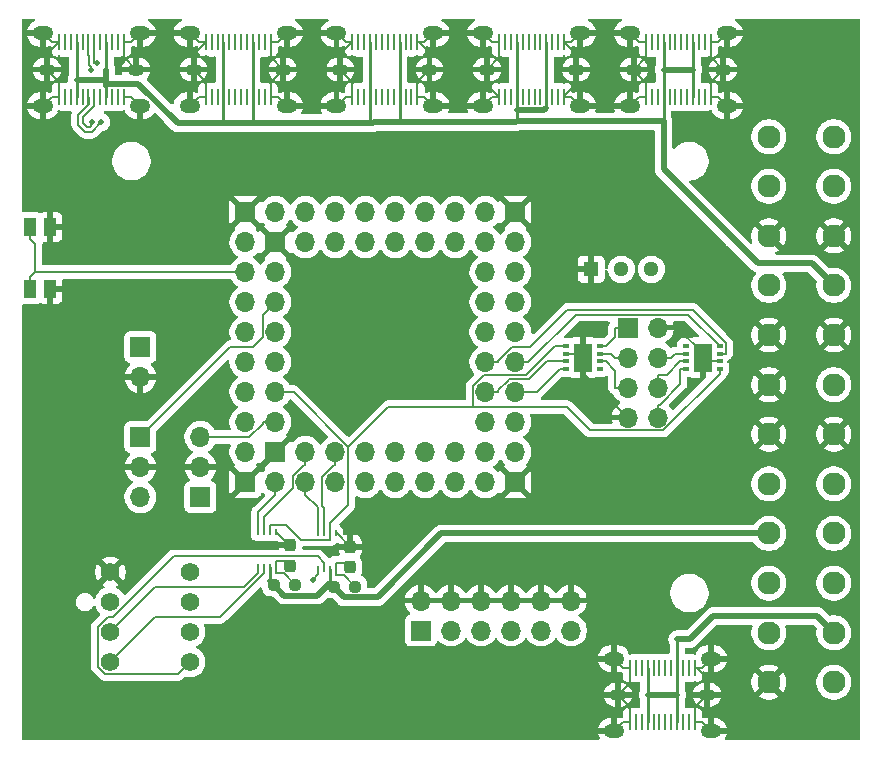
<source format=gbr>
%TF.GenerationSoftware,KiCad,Pcbnew,9.0.0-250-g02b756189b*%
%TF.CreationDate,2025-03-30T18:15:54-05:00*%
%TF.ProjectId,PicoPowerManagement,5069636f-506f-4776-9572-4d616e616765,rev?*%
%TF.SameCoordinates,Original*%
%TF.FileFunction,Copper,L1,Top*%
%TF.FilePolarity,Positive*%
%FSLAX46Y46*%
G04 Gerber Fmt 4.6, Leading zero omitted, Abs format (unit mm)*
G04 Created by KiCad (PCBNEW 9.0.0-250-g02b756189b) date 2025-03-30 18:15:54*
%MOMM*%
%LPD*%
G01*
G04 APERTURE LIST*
G04 Aperture macros list*
%AMRoundRect*
0 Rectangle with rounded corners*
0 $1 Rounding radius*
0 $2 $3 $4 $5 $6 $7 $8 $9 X,Y pos of 4 corners*
0 Add a 4 corners polygon primitive as box body*
4,1,4,$2,$3,$4,$5,$6,$7,$8,$9,$2,$3,0*
0 Add four circle primitives for the rounded corners*
1,1,$1+$1,$2,$3*
1,1,$1+$1,$4,$5*
1,1,$1+$1,$6,$7*
1,1,$1+$1,$8,$9*
0 Add four rect primitives between the rounded corners*
20,1,$1+$1,$2,$3,$4,$5,0*
20,1,$1+$1,$4,$5,$6,$7,0*
20,1,$1+$1,$6,$7,$8,$9,0*
20,1,$1+$1,$8,$9,$2,$3,0*%
G04 Aperture macros list end*
%TA.AperFunction,SMDPad,CuDef*%
%ADD10R,0.250000X1.400000*%
%TD*%
%TA.AperFunction,ComponentPad*%
%ADD11O,1.750000X1.250000*%
%TD*%
%TA.AperFunction,ComponentPad*%
%ADD12O,1.400000X1.000000*%
%TD*%
%TA.AperFunction,ComponentPad*%
%ADD13R,1.700000X1.700000*%
%TD*%
%TA.AperFunction,ComponentPad*%
%ADD14O,1.700000X1.700000*%
%TD*%
%TA.AperFunction,SMDPad,CuDef*%
%ADD15O,0.249999X0.599999*%
%TD*%
%TA.AperFunction,ComponentPad*%
%ADD16C,1.574800*%
%TD*%
%TA.AperFunction,SMDPad,CuDef*%
%ADD17RoundRect,0.237500X-0.250000X-0.237500X0.250000X-0.237500X0.250000X0.237500X-0.250000X0.237500X0*%
%TD*%
%TA.AperFunction,SMDPad,CuDef*%
%ADD18RoundRect,0.237500X0.237500X-0.300000X0.237500X0.300000X-0.237500X0.300000X-0.237500X-0.300000X0*%
%TD*%
%TA.AperFunction,SMDPad,CuDef*%
%ADD19R,1.000000X1.550000*%
%TD*%
%TA.AperFunction,SMDPad,CuDef*%
%ADD20R,0.599999X0.309999*%
%TD*%
%TA.AperFunction,SMDPad,CuDef*%
%ADD21R,1.649999X2.400000*%
%TD*%
%TA.AperFunction,ComponentPad*%
%ADD22R,1.298000X1.298000*%
%TD*%
%TA.AperFunction,ComponentPad*%
%ADD23C,1.298000*%
%TD*%
%TA.AperFunction,ComponentPad*%
%ADD24C,1.955800*%
%TD*%
%TA.AperFunction,ViaPad*%
%ADD25C,0.508000*%
%TD*%
%TA.AperFunction,Conductor*%
%ADD26C,0.152400*%
%TD*%
%TA.AperFunction,Conductor*%
%ADD27C,0.500000*%
%TD*%
%TA.AperFunction,Conductor*%
%ADD28C,0.249800*%
%TD*%
G04 APERTURE END LIST*
D10*
%TO.P,J6,A1,GND_A*%
%TO.N,GND*%
X53511000Y-22465000D03*
%TO.P,J6,A2,TX1+*%
%TO.N,unconnected-(J6-TX1+-PadA2)*%
X54011000Y-22465000D03*
%TO.P,J6,A3,TX1-*%
%TO.N,unconnected-(J6-TX1--PadA3)*%
X54511000Y-22465000D03*
%TO.P,J6,A4,VBUS_A*%
%TO.N,+5V*%
X55011000Y-22465000D03*
%TO.P,J6,A5,CC1*%
%TO.N,unconnected-(J6-CC1-PadA5)*%
X55511000Y-22465000D03*
%TO.P,J6,A6,D1+*%
%TO.N,unconnected-(J6-D1+-PadA6)*%
X56011000Y-22465000D03*
%TO.P,J6,A7,D1-*%
%TO.N,unconnected-(J6-D1--PadA7)*%
X56511000Y-22465000D03*
%TO.P,J6,A8,SBU1*%
%TO.N,unconnected-(J6-SBU1-PadA8)*%
X57011000Y-22465000D03*
%TO.P,J6,A9,VBUS_A__1*%
%TO.N,+5V*%
X57511000Y-22465000D03*
%TO.P,J6,A10,RX2-*%
%TO.N,unconnected-(J6-RX2--PadA10)*%
X58011000Y-22465000D03*
%TO.P,J6,A11,RX2+*%
%TO.N,unconnected-(J6-RX2+-PadA11)*%
X58511000Y-22465000D03*
%TO.P,J6,A12,GND_A__1*%
%TO.N,GND*%
X59011000Y-22465000D03*
%TO.P,J6,B1,GND_B*%
X59011000Y-27065000D03*
%TO.P,J6,B2,TX2+*%
%TO.N,unconnected-(J6-TX2+-PadB2)*%
X58511000Y-27065000D03*
%TO.P,J6,B3,TX2-*%
%TO.N,unconnected-(J6-TX2--PadB3)*%
X58011000Y-27065000D03*
%TO.P,J6,B4,VBUS_B*%
%TO.N,+5V*%
X57511000Y-27065000D03*
%TO.P,J6,B5,CC2*%
%TO.N,unconnected-(J6-CC2-PadB5)*%
X57011000Y-27065000D03*
%TO.P,J6,B6,D2+*%
%TO.N,unconnected-(J6-D2+-PadB6)*%
X56511000Y-27065000D03*
%TO.P,J6,B7,D2-*%
%TO.N,unconnected-(J6-D2--PadB7)*%
X56011000Y-27065000D03*
%TO.P,J6,B8,SBU2*%
%TO.N,unconnected-(J6-SBU2-PadB8)*%
X55511000Y-27065000D03*
%TO.P,J6,B9,VBUS_B__1*%
%TO.N,+5V*%
X55011000Y-27065000D03*
%TO.P,J6,B10,RX1-*%
%TO.N,unconnected-(J6-RX1--PadB10)*%
X54511000Y-27065000D03*
%TO.P,J6,B11,RX1+*%
%TO.N,unconnected-(J6-RX1+-PadB11)*%
X54011000Y-27065000D03*
%TO.P,J6,B12,GND_B__1*%
%TO.N,GND*%
X53511000Y-27065000D03*
D11*
%TO.P,J6,SH1,SHIELD*%
X52161000Y-21695000D03*
%TO.P,J6,SH2,SHIELD__1*%
X60361000Y-21695000D03*
D12*
%TO.P,J6,SH3,SHIELD__2*%
X52486000Y-24765000D03*
%TO.P,J6,SH4,SHIELD__3*%
X60036000Y-24765000D03*
D11*
%TO.P,J6,SH5,SHIELD__4*%
X52161000Y-27835000D03*
%TO.P,J6,SH6,SHIELD__5*%
X60361000Y-27835000D03*
%TD*%
D13*
%TO.P,J15,1,Pin_1*%
%TO.N,/RESET*%
X35560000Y-48260000D03*
D14*
%TO.P,J15,2,Pin_2*%
%TO.N,GND*%
X35560000Y-50800000D03*
%TD*%
D15*
%TO.P,U4,1,GND*%
%TO.N,GND*%
X47010001Y-63900000D03*
%TO.P,U4,2,VREF_A*%
%TO.N,+3.3V*%
X46510002Y-63900000D03*
%TO.P,U4,3,A1*%
%TO.N,/3v3PWM1*%
X46010000Y-63900000D03*
%TO.P,U4,4,A2*%
%TO.N,/3v3RPMSignal1*%
X45510002Y-63900000D03*
%TO.P,U4,5,B2*%
%TO.N,/RPM Signal1*%
X45510002Y-66900000D03*
%TO.P,U4,6,B1*%
%TO.N,/5V PWM1*%
X46010000Y-66900000D03*
%TO.P,U4,7,VREF_B*%
%TO.N,+5V*%
X46510002Y-66900000D03*
%TO.P,U4,8,EN*%
%TO.N,Net-(U4-EN)*%
X47010001Y-66900000D03*
%TD*%
D16*
%TO.P,J11,1,1*%
%TO.N,/5V PWM1*%
X33020000Y-74930000D03*
%TO.P,J11,2,2*%
%TO.N,/RPM Signal1*%
X33020000Y-72390000D03*
%TO.P,J11,3,3*%
%TO.N,+12V*%
X33020000Y-69850000D03*
%TO.P,J11,4,4*%
%TO.N,GND*%
X33020000Y-67310000D03*
%TD*%
D17*
%TO.P,R1,1*%
%TO.N,+5V*%
X46847500Y-68400000D03*
%TO.P,R1,2*%
%TO.N,Net-(U4-EN)*%
X48672500Y-68400000D03*
%TD*%
D10*
%TO.P,J10,A1,GND_A*%
%TO.N,GND*%
X77006000Y-75410000D03*
%TO.P,J10,A2,TX1+*%
%TO.N,unconnected-(J10-TX1+-PadA2)*%
X77506000Y-75410000D03*
%TO.P,J10,A3,TX1-*%
%TO.N,unconnected-(J10-TX1--PadA3)*%
X78006000Y-75410000D03*
%TO.P,J10,A4,VBUS_A*%
%TO.N,+12V*%
X78506000Y-75410000D03*
%TO.P,J10,A5,CC1*%
%TO.N,unconnected-(J10-CC1-PadA5)*%
X79006000Y-75410000D03*
%TO.P,J10,A6,D1+*%
%TO.N,unconnected-(J10-D1+-PadA6)*%
X79506000Y-75410000D03*
%TO.P,J10,A7,D1-*%
%TO.N,unconnected-(J10-D1--PadA7)*%
X80006000Y-75410000D03*
%TO.P,J10,A8,SBU1*%
%TO.N,unconnected-(J10-SBU1-PadA8)*%
X80506000Y-75410000D03*
%TO.P,J10,A9,VBUS_A__1*%
%TO.N,+12V*%
X81006000Y-75410000D03*
%TO.P,J10,A10,RX2-*%
%TO.N,unconnected-(J10-RX2--PadA10)*%
X81506000Y-75410000D03*
%TO.P,J10,A11,RX2+*%
%TO.N,unconnected-(J10-RX2+-PadA11)*%
X82006000Y-75410000D03*
%TO.P,J10,A12,GND_A__1*%
%TO.N,GND*%
X82506000Y-75410000D03*
%TO.P,J10,B1,GND_B*%
X82506000Y-80010000D03*
%TO.P,J10,B2,TX2+*%
%TO.N,unconnected-(J10-TX2+-PadB2)*%
X82006000Y-80010000D03*
%TO.P,J10,B3,TX2-*%
%TO.N,unconnected-(J10-TX2--PadB3)*%
X81506000Y-80010000D03*
%TO.P,J10,B4,VBUS_B*%
%TO.N,+12V*%
X81006000Y-80010000D03*
%TO.P,J10,B5,CC2*%
%TO.N,unconnected-(J10-CC2-PadB5)*%
X80506000Y-80010000D03*
%TO.P,J10,B6,D2+*%
%TO.N,unconnected-(J10-D2+-PadB6)*%
X80006000Y-80010000D03*
%TO.P,J10,B7,D2-*%
%TO.N,unconnected-(J10-D2--PadB7)*%
X79506000Y-80010000D03*
%TO.P,J10,B8,SBU2*%
%TO.N,unconnected-(J10-SBU2-PadB8)*%
X79006000Y-80010000D03*
%TO.P,J10,B9,VBUS_B__1*%
%TO.N,+12V*%
X78506000Y-80010000D03*
%TO.P,J10,B10,RX1-*%
%TO.N,unconnected-(J10-RX1--PadB10)*%
X78006000Y-80010000D03*
%TO.P,J10,B11,RX1+*%
%TO.N,unconnected-(J10-RX1+-PadB11)*%
X77506000Y-80010000D03*
%TO.P,J10,B12,GND_B__1*%
%TO.N,GND*%
X77006000Y-80010000D03*
D11*
%TO.P,J10,SH1,SHIELD*%
X75656000Y-74640000D03*
%TO.P,J10,SH2,SHIELD__1*%
X83856000Y-74640000D03*
D12*
%TO.P,J10,SH3,SHIELD__2*%
X75981000Y-77710000D03*
%TO.P,J10,SH4,SHIELD__3*%
X83531000Y-77710000D03*
D11*
%TO.P,J10,SH5,SHIELD__4*%
X75656000Y-80780000D03*
%TO.P,J10,SH6,SHIELD__5*%
X83856000Y-80780000D03*
%TD*%
D18*
%TO.P,C2,1*%
%TO.N,Net-(U5-EN)*%
X53340000Y-66902500D03*
%TO.P,C2,2*%
%TO.N,GND*%
X53340000Y-65177500D03*
%TD*%
D19*
%TO.P,SW1,1,A*%
%TO.N,/BOOTSEL*%
X26240000Y-43350000D03*
X26240000Y-38100000D03*
%TO.P,SW1,2,B*%
%TO.N,GND*%
X27940000Y-43350000D03*
X27940000Y-38100000D03*
%TD*%
D10*
%TO.P,J1,A1,GND_A*%
%TO.N,GND*%
X28665000Y-22465000D03*
%TO.P,J1,A2,TX1+*%
%TO.N,unconnected-(J1-TX1+-PadA2)*%
X29165000Y-22465000D03*
%TO.P,J1,A3,TX1-*%
%TO.N,unconnected-(J1-TX1--PadA3)*%
X29665000Y-22465000D03*
%TO.P,J1,A4,VBUS_A*%
%TO.N,+5V*%
X30165000Y-22465000D03*
%TO.P,J1,A5,CC1*%
%TO.N,unconnected-(J1-CC1-PadA5)*%
X30665000Y-22465000D03*
%TO.P,J1,A6,D1+*%
%TO.N,/USBD+*%
X31165000Y-22465000D03*
%TO.P,J1,A7,D1-*%
%TO.N,/USBD-*%
X31665000Y-22465000D03*
%TO.P,J1,A8,SBU1*%
%TO.N,unconnected-(J1-SBU1-PadA8)*%
X32165000Y-22465000D03*
%TO.P,J1,A9,VBUS_A__1*%
%TO.N,+5V*%
X32665000Y-22465000D03*
%TO.P,J1,A10,RX2-*%
%TO.N,unconnected-(J1-RX2--PadA10)*%
X33165000Y-22465000D03*
%TO.P,J1,A11,RX2+*%
%TO.N,unconnected-(J1-RX2+-PadA11)*%
X33665000Y-22465000D03*
%TO.P,J1,A12,GND_A__1*%
%TO.N,GND*%
X34165000Y-22465000D03*
%TO.P,J1,B1,GND_B*%
X34165000Y-27065000D03*
%TO.P,J1,B2,TX2+*%
%TO.N,unconnected-(J1-TX2+-PadB2)*%
X33665000Y-27065000D03*
%TO.P,J1,B3,TX2-*%
%TO.N,unconnected-(J1-TX2--PadB3)*%
X33165000Y-27065000D03*
%TO.P,J1,B4,VBUS_B*%
%TO.N,+5V*%
X32665000Y-27065000D03*
%TO.P,J1,B5,CC2*%
%TO.N,unconnected-(J1-CC2-PadB5)*%
X32165000Y-27065000D03*
%TO.P,J1,B6,D2+*%
%TO.N,/USBD+*%
X31665000Y-27065000D03*
%TO.P,J1,B7,D2-*%
%TO.N,/USBD-*%
X31165000Y-27065000D03*
%TO.P,J1,B8,SBU2*%
%TO.N,unconnected-(J1-SBU2-PadB8)*%
X30665000Y-27065000D03*
%TO.P,J1,B9,VBUS_B__1*%
%TO.N,+5V*%
X30165000Y-27065000D03*
%TO.P,J1,B10,RX1-*%
%TO.N,unconnected-(J1-RX1--PadB10)*%
X29665000Y-27065000D03*
%TO.P,J1,B11,RX1+*%
%TO.N,unconnected-(J1-RX1+-PadB11)*%
X29165000Y-27065000D03*
%TO.P,J1,B12,GND_B__1*%
%TO.N,GND*%
X28665000Y-27065000D03*
D11*
%TO.P,J1,SH1,SHIELD*%
X27315000Y-21695000D03*
%TO.P,J1,SH2,SHIELD__1*%
X35515000Y-21695000D03*
D12*
%TO.P,J1,SH3,SHIELD__2*%
X27640000Y-24765000D03*
%TO.P,J1,SH4,SHIELD__3*%
X35190000Y-24765000D03*
D11*
%TO.P,J1,SH5,SHIELD__4*%
X27315000Y-27835000D03*
%TO.P,J1,SH6,SHIELD__5*%
X35515000Y-27835000D03*
%TD*%
D20*
%TO.P,U3,1,VCC*%
%TO.N,+3.3V*%
X84590000Y-50123999D03*
%TO.P,U3,2,SYNC*%
%TO.N,GND*%
X84590000Y-49474001D03*
%TO.P,U3,3,SCL*%
%TO.N,SCL1*%
X84590000Y-48823999D03*
%TO.P,U3,4,SDA*%
%TO.N,SDA1*%
X84590000Y-48174001D03*
%TO.P,U3,5,OUT3*%
%TO.N,unconnected-(U3-OUT3-Pad5)*%
X81790000Y-48174001D03*
%TO.P,U3,6,OUT2*%
%TO.N,/RESET_B*%
X81790000Y-48823999D03*
%TO.P,U3,7,OUT1*%
%TO.N,/RESET_G*%
X81790000Y-49474001D03*
%TO.P,U3,8,OUT0*%
%TO.N,/RESET_R*%
X81790000Y-50123999D03*
D21*
%TO.P,U3,9,GND*%
%TO.N,GND*%
X83190000Y-49149000D03*
%TD*%
D20*
%TO.P,U2,1,VCC*%
%TO.N,+3.3V*%
X71630000Y-48174001D03*
%TO.P,U2,2,SYNC*%
%TO.N,GND*%
X71630000Y-48823999D03*
%TO.P,U2,3,SCL*%
%TO.N,SCL0*%
X71630000Y-49474001D03*
%TO.P,U2,4,SDA*%
%TO.N,SDA0*%
X71630000Y-50123999D03*
%TO.P,U2,5,OUT3*%
%TO.N,unconnected-(U2-OUT3-Pad5)*%
X74430000Y-50123999D03*
%TO.P,U2,6,OUT2*%
%TO.N,/PWR_B*%
X74430000Y-49474001D03*
%TO.P,U2,7,OUT1*%
%TO.N,/PWR_G*%
X74430000Y-48823999D03*
%TO.P,U2,8,OUT0*%
%TO.N,/PWR_R*%
X74430000Y-48174001D03*
D21*
%TO.P,U2,9,GND*%
%TO.N,GND*%
X73030000Y-49149000D03*
%TD*%
D13*
%TO.P,J5,1,Pin_1*%
%TO.N,/PWR_R*%
X76835000Y-46609000D03*
D14*
%TO.P,J5,2,Pin_2*%
%TO.N,GND*%
X79375000Y-46609000D03*
%TO.P,J5,3,Pin_3*%
%TO.N,/PWR_G*%
X76835000Y-49149000D03*
%TO.P,J5,4,Pin_4*%
%TO.N,/RESET_B*%
X79375000Y-49149000D03*
%TO.P,J5,5,Pin_5*%
%TO.N,/PWR_B*%
X76835000Y-51689000D03*
%TO.P,J5,6,Pin_6*%
%TO.N,/RESET_G*%
X79375000Y-51689000D03*
%TO.P,J5,7,Pin_7*%
%TO.N,GND*%
X76835000Y-54229000D03*
%TO.P,J5,8,Pin_8*%
%TO.N,/RESET_R*%
X79375000Y-54229000D03*
%TD*%
D13*
%TO.P,J3,1,Pin_1*%
%TO.N,/UART RX*%
X40640000Y-60960000D03*
D14*
%TO.P,J3,2,Pin_2*%
%TO.N,GND*%
X40640000Y-58420000D03*
%TO.P,J3,3,Pin_3*%
%TO.N,/UART TX*%
X40640000Y-55880000D03*
%TD*%
D15*
%TO.P,U5,1,GND*%
%TO.N,GND*%
X52090001Y-64040000D03*
%TO.P,U5,2,VREF_A*%
%TO.N,+3.3V*%
X51590002Y-64040000D03*
%TO.P,U5,3,A1*%
%TO.N,/3v3PWM2*%
X51090000Y-64040000D03*
%TO.P,U5,4,A2*%
%TO.N,/3v3RPMSignal2*%
X50590002Y-64040000D03*
%TO.P,U5,5,B2*%
%TO.N,/RPM Signal2*%
X50590002Y-67040000D03*
%TO.P,U5,6,B1*%
%TO.N,/5V PWM2*%
X51090000Y-67040000D03*
%TO.P,U5,7,VREF_B*%
%TO.N,+5V*%
X51590002Y-67040000D03*
%TO.P,U5,8,EN*%
%TO.N,Net-(U5-EN)*%
X52090001Y-67040000D03*
%TD*%
D13*
%TO.P,J8,1,Pin_1*%
%TO.N,/Display_On*%
X59309000Y-72263000D03*
D14*
%TO.P,J8,2,Pin_2*%
%TO.N,GND*%
X59309000Y-69723000D03*
%TO.P,J8,3,Pin_3*%
%TO.N,/Pi1_On*%
X61849000Y-72263000D03*
%TO.P,J8,4,Pin_4*%
%TO.N,GND*%
X61849000Y-69723000D03*
%TO.P,J8,5,Pin_5*%
%TO.N,/Pi2_On*%
X64389000Y-72263000D03*
%TO.P,J8,6,Pin_6*%
%TO.N,GND*%
X64389000Y-69723000D03*
%TO.P,J8,7,Pin_7*%
%TO.N,/Pi3_On*%
X66929000Y-72263000D03*
%TO.P,J8,8,Pin_8*%
%TO.N,GND*%
X66929000Y-69723000D03*
%TO.P,J8,9,Pin_9*%
%TO.N,/Pi4_On*%
X69469000Y-72263000D03*
%TO.P,J8,10,Pin_10*%
%TO.N,GND*%
X69469000Y-69723000D03*
%TO.P,J8,11,Pin_11*%
%TO.N,/PWR*%
X72009000Y-72263000D03*
%TO.P,J8,12,Pin_12*%
%TO.N,GND*%
X72009000Y-69723000D03*
%TD*%
D22*
%TO.P,Q1,1,E*%
%TO.N,GND*%
X73741500Y-41678000D03*
D23*
%TO.P,Q1,2,B*%
%TO.N,/PSU_ON*%
X76281500Y-41678000D03*
%TO.P,Q1,3,C*%
%TO.N,/PS_ON#*%
X78821500Y-41678000D03*
%TD*%
D10*
%TO.P,J7,A1,GND_A*%
%TO.N,GND*%
X65934000Y-22465000D03*
%TO.P,J7,A2,TX1+*%
%TO.N,unconnected-(J7-TX1+-PadA2)*%
X66434000Y-22465000D03*
%TO.P,J7,A3,TX1-*%
%TO.N,unconnected-(J7-TX1--PadA3)*%
X66934000Y-22465000D03*
%TO.P,J7,A4,VBUS_A*%
%TO.N,+5V*%
X67434000Y-22465000D03*
%TO.P,J7,A5,CC1*%
%TO.N,unconnected-(J7-CC1-PadA5)*%
X67934000Y-22465000D03*
%TO.P,J7,A6,D1+*%
%TO.N,unconnected-(J7-D1+-PadA6)*%
X68434000Y-22465000D03*
%TO.P,J7,A7,D1-*%
%TO.N,unconnected-(J7-D1--PadA7)*%
X68934000Y-22465000D03*
%TO.P,J7,A8,SBU1*%
%TO.N,unconnected-(J7-SBU1-PadA8)*%
X69434000Y-22465000D03*
%TO.P,J7,A9,VBUS_A__1*%
%TO.N,+5V*%
X69934000Y-22465000D03*
%TO.P,J7,A10,RX2-*%
%TO.N,unconnected-(J7-RX2--PadA10)*%
X70434000Y-22465000D03*
%TO.P,J7,A11,RX2+*%
%TO.N,unconnected-(J7-RX2+-PadA11)*%
X70934000Y-22465000D03*
%TO.P,J7,A12,GND_A__1*%
%TO.N,GND*%
X71434000Y-22465000D03*
%TO.P,J7,B1,GND_B*%
X71434000Y-27065000D03*
%TO.P,J7,B2,TX2+*%
%TO.N,unconnected-(J7-TX2+-PadB2)*%
X70934000Y-27065000D03*
%TO.P,J7,B3,TX2-*%
%TO.N,unconnected-(J7-TX2--PadB3)*%
X70434000Y-27065000D03*
%TO.P,J7,B4,VBUS_B*%
%TO.N,+5V*%
X69934000Y-27065000D03*
%TO.P,J7,B5,CC2*%
%TO.N,unconnected-(J7-CC2-PadB5)*%
X69434000Y-27065000D03*
%TO.P,J7,B6,D2+*%
%TO.N,unconnected-(J7-D2+-PadB6)*%
X68934000Y-27065000D03*
%TO.P,J7,B7,D2-*%
%TO.N,unconnected-(J7-D2--PadB7)*%
X68434000Y-27065000D03*
%TO.P,J7,B8,SBU2*%
%TO.N,unconnected-(J7-SBU2-PadB8)*%
X67934000Y-27065000D03*
%TO.P,J7,B9,VBUS_B__1*%
%TO.N,+5V*%
X67434000Y-27065000D03*
%TO.P,J7,B10,RX1-*%
%TO.N,unconnected-(J7-RX1--PadB10)*%
X66934000Y-27065000D03*
%TO.P,J7,B11,RX1+*%
%TO.N,unconnected-(J7-RX1+-PadB11)*%
X66434000Y-27065000D03*
%TO.P,J7,B12,GND_B__1*%
%TO.N,GND*%
X65934000Y-27065000D03*
D11*
%TO.P,J7,SH1,SHIELD*%
X64584000Y-21695000D03*
%TO.P,J7,SH2,SHIELD__1*%
X72784000Y-21695000D03*
D12*
%TO.P,J7,SH3,SHIELD__2*%
X64909000Y-24765000D03*
%TO.P,J7,SH4,SHIELD__3*%
X72459000Y-24765000D03*
D11*
%TO.P,J7,SH5,SHIELD__4*%
X64584000Y-27835000D03*
%TO.P,J7,SH6,SHIELD__5*%
X72784000Y-27835000D03*
%TD*%
D13*
%TO.P,J4,1,Pin_1*%
%TO.N,/SWDIO*%
X35560000Y-55880000D03*
D14*
%TO.P,J4,2,Pin_2*%
%TO.N,GND*%
X35560000Y-58420000D03*
%TO.P,J4,3,Pin_3*%
%TO.N,/SWCLK*%
X35560000Y-60960000D03*
%TD*%
D18*
%TO.P,C1,1*%
%TO.N,Net-(U4-EN)*%
X48260000Y-66762500D03*
%TO.P,C1,2*%
%TO.N,GND*%
X48260000Y-65037500D03*
%TD*%
D10*
%TO.P,J9,A1,GND_A*%
%TO.N,GND*%
X78357000Y-22465000D03*
%TO.P,J9,A2,TX1+*%
%TO.N,unconnected-(J9-TX1+-PadA2)*%
X78857000Y-22465000D03*
%TO.P,J9,A3,TX1-*%
%TO.N,unconnected-(J9-TX1--PadA3)*%
X79357000Y-22465000D03*
%TO.P,J9,A4,VBUS_A*%
%TO.N,+5V*%
X79857000Y-22465000D03*
%TO.P,J9,A5,CC1*%
%TO.N,unconnected-(J9-CC1-PadA5)*%
X80357000Y-22465000D03*
%TO.P,J9,A6,D1+*%
%TO.N,unconnected-(J9-D1+-PadA6)*%
X80857000Y-22465000D03*
%TO.P,J9,A7,D1-*%
%TO.N,unconnected-(J9-D1--PadA7)*%
X81357000Y-22465000D03*
%TO.P,J9,A8,SBU1*%
%TO.N,unconnected-(J9-SBU1-PadA8)*%
X81857000Y-22465000D03*
%TO.P,J9,A9,VBUS_A__1*%
%TO.N,+5V*%
X82357000Y-22465000D03*
%TO.P,J9,A10,RX2-*%
%TO.N,unconnected-(J9-RX2--PadA10)*%
X82857000Y-22465000D03*
%TO.P,J9,A11,RX2+*%
%TO.N,unconnected-(J9-RX2+-PadA11)*%
X83357000Y-22465000D03*
%TO.P,J9,A12,GND_A__1*%
%TO.N,GND*%
X83857000Y-22465000D03*
%TO.P,J9,B1,GND_B*%
X83857000Y-27065000D03*
%TO.P,J9,B2,TX2+*%
%TO.N,unconnected-(J9-TX2+-PadB2)*%
X83357000Y-27065000D03*
%TO.P,J9,B3,TX2-*%
%TO.N,unconnected-(J9-TX2--PadB3)*%
X82857000Y-27065000D03*
%TO.P,J9,B4,VBUS_B*%
%TO.N,+5V*%
X82357000Y-27065000D03*
%TO.P,J9,B5,CC2*%
%TO.N,unconnected-(J9-CC2-PadB5)*%
X81857000Y-27065000D03*
%TO.P,J9,B6,D2+*%
%TO.N,unconnected-(J9-D2+-PadB6)*%
X81357000Y-27065000D03*
%TO.P,J9,B7,D2-*%
%TO.N,unconnected-(J9-D2--PadB7)*%
X80857000Y-27065000D03*
%TO.P,J9,B8,SBU2*%
%TO.N,unconnected-(J9-SBU2-PadB8)*%
X80357000Y-27065000D03*
%TO.P,J9,B9,VBUS_B__1*%
%TO.N,+5V*%
X79857000Y-27065000D03*
%TO.P,J9,B10,RX1-*%
%TO.N,unconnected-(J9-RX1--PadB10)*%
X79357000Y-27065000D03*
%TO.P,J9,B11,RX1+*%
%TO.N,unconnected-(J9-RX1+-PadB11)*%
X78857000Y-27065000D03*
%TO.P,J9,B12,GND_B__1*%
%TO.N,GND*%
X78357000Y-27065000D03*
D11*
%TO.P,J9,SH1,SHIELD*%
X77007000Y-21695000D03*
%TO.P,J9,SH2,SHIELD__1*%
X85207000Y-21695000D03*
D12*
%TO.P,J9,SH3,SHIELD__2*%
X77332000Y-24765000D03*
%TO.P,J9,SH4,SHIELD__3*%
X84882000Y-24765000D03*
D11*
%TO.P,J9,SH5,SHIELD__4*%
X77007000Y-27835000D03*
%TO.P,J9,SH6,SHIELD__5*%
X85207000Y-27835000D03*
%TD*%
D24*
%TO.P,J13,1,1*%
%TO.N,unconnected-(J13-Pad1)*%
X94273000Y-30444000D03*
%TO.P,J13,2,2*%
%TO.N,unconnected-(J13-Pad2)*%
X94273000Y-34644000D03*
%TO.P,J13,3,3*%
%TO.N,GND*%
X94273000Y-38843999D03*
%TO.P,J13,4,4*%
%TO.N,+5V*%
X94273000Y-43043998D03*
%TO.P,J13,5,5*%
%TO.N,GND*%
X94273000Y-47243998D03*
%TO.P,J13,6,6*%
%TO.N,+5V*%
X94273000Y-51443997D03*
%TO.P,J13,7,7*%
%TO.N,GND*%
X94273000Y-55643996D03*
%TO.P,J13,8,8*%
%TO.N,unconnected-(J13-Pad8)*%
X94273000Y-59843995D03*
%TO.P,J13,9,9*%
%TO.N,/+5VDC_Standby*%
X94273000Y-64043995D03*
%TO.P,J13,10,10*%
%TO.N,+12V*%
X94273000Y-68243994D03*
%TO.P,J13,11,11*%
X94273000Y-72443993D03*
%TO.P,J13,12,12*%
%TO.N,unconnected-(J13-Pad12)*%
X94273000Y-76643992D03*
%TO.P,J13,13,13*%
%TO.N,unconnected-(J13-Pad13)*%
X88773001Y-30444000D03*
%TO.P,J13,14,14*%
%TO.N,unconnected-(J13-Pad14)*%
X88773001Y-34644000D03*
%TO.P,J13,15,15*%
%TO.N,GND*%
X88773001Y-38843999D03*
%TO.P,J13,16,16*%
%TO.N,/PS_ON#*%
X88773001Y-43043998D03*
%TO.P,J13,17,17*%
%TO.N,GND*%
X88773001Y-47243998D03*
%TO.P,J13,18,18*%
X88773001Y-51443997D03*
%TO.P,J13,19,19*%
X88773001Y-55643996D03*
%TO.P,J13,20,20*%
%TO.N,unconnected-(J13-Pad20)*%
X88773001Y-59843995D03*
%TO.P,J13,21,21*%
%TO.N,+5V*%
X88773001Y-64043995D03*
%TO.P,J13,22,22*%
X88773001Y-68243994D03*
%TO.P,J13,23,23*%
X88773001Y-72443993D03*
%TO.P,J13,24,24*%
%TO.N,GND*%
X88773001Y-76643992D03*
%TD*%
D16*
%TO.P,J12,1,1*%
%TO.N,/5V PWM2*%
X39766200Y-74930000D03*
%TO.P,J12,2,2*%
%TO.N,/RPM Signal2*%
X39766200Y-72390000D03*
%TO.P,J12,3,3*%
%TO.N,+12V*%
X39766200Y-69850000D03*
%TO.P,J12,4,4*%
%TO.N,GND*%
X39766200Y-67310000D03*
%TD*%
D14*
%TO.P,U1,0,GPIO0*%
%TO.N,/UART TX*%
X46990000Y-54610000D03*
%TO.P,U1,1,GPIO1*%
%TO.N,/UART RX*%
X44450000Y-57150000D03*
%TO.P,U1,2,GPIO2*%
%TO.N,/3v3RPMSignal1*%
X46990000Y-59690000D03*
%TO.P,U1,3,GPIO3*%
%TO.N,/3v3PWM1*%
X49530000Y-57150000D03*
%TO.P,U1,4,GPIO4*%
%TO.N,/3v3RPMSignal2*%
X49530000Y-59690000D03*
%TO.P,U1,5,GPIO5*%
%TO.N,/3v3PWM2*%
X52070000Y-57150000D03*
%TO.P,U1,6,GPIO6*%
%TO.N,/Display_On*%
X52070000Y-59690000D03*
%TO.P,U1,7,GPIO7*%
%TO.N,/Pi1_On*%
X54610000Y-57150000D03*
%TO.P,U1,8,GPIO8*%
%TO.N,/Pi2_On*%
X54610000Y-59690000D03*
%TO.P,U1,9,GPIO9*%
%TO.N,/Pi3_On*%
X57150000Y-57150000D03*
%TO.P,U1,10,GPIO10*%
%TO.N,/Pi4_On*%
X57150000Y-59690000D03*
%TO.P,U1,11,GPIO11*%
%TO.N,/PSU_ON*%
X59690000Y-57150000D03*
%TO.P,U1,12,GPIO12*%
%TO.N,unconnected-(U1-GPIO12-Pad12)*%
X59690000Y-59690000D03*
%TO.P,U1,13,GPIO13*%
%TO.N,unconnected-(U1-GPIO13-Pad13)*%
X62230000Y-57150000D03*
%TO.P,U1,14,GPIO14*%
%TO.N,unconnected-(U1-GPIO14-Pad14)*%
X62230000Y-59690000D03*
%TO.P,U1,15,GPIO15*%
%TO.N,unconnected-(U1-GPIO15-Pad15)*%
X64770000Y-57150000D03*
%TO.P,U1,16,GPIO16*%
%TO.N,unconnected-(U1-GPIO16-Pad16)*%
X64770000Y-59690000D03*
%TO.P,U1,17,GPIO17*%
%TO.N,unconnected-(U1-GPIO17-Pad17)*%
X67310000Y-57150000D03*
%TO.P,U1,18,GPIO18*%
%TO.N,unconnected-(U1-GPIO18-Pad18)*%
X67310000Y-54610000D03*
%TO.P,U1,19,GPIO19*%
%TO.N,unconnected-(U1-GPIO19-Pad19)*%
X64770000Y-54610000D03*
%TO.P,U1,20,GPIO20*%
%TO.N,SDA0*%
X67310000Y-52070000D03*
%TO.P,U1,21,GPIO21*%
%TO.N,SCL0*%
X64770000Y-52070000D03*
%TO.P,U1,22,GPIO22*%
%TO.N,SDA1*%
X67310000Y-49530000D03*
%TO.P,U1,23,GPIO23*%
%TO.N,SCL1*%
X64770000Y-49530000D03*
%TO.P,U1,24,GPIO24*%
%TO.N,/PWR*%
X67310000Y-46990000D03*
%TO.P,U1,25,GPIO25*%
%TO.N,/USB5_INT*%
X64770000Y-46990000D03*
%TO.P,U1,26,GPIO26*%
%TO.N,/USB5_5VEN*%
X67310000Y-44450000D03*
%TO.P,U1,27,GPIO27*%
%TO.N,/USB5_12VEN*%
X64770000Y-44450000D03*
%TO.P,U1,28,GPIO28*%
%TO.N,/USB4_INT*%
X67310000Y-41910000D03*
%TO.P,U1,29,GPIO29*%
%TO.N,/USB4_5VEN*%
X64770000Y-41910000D03*
%TO.P,U1,30,GPIO30*%
%TO.N,/USB4_12VEN*%
X67310000Y-39370000D03*
%TO.P,U1,31,GPIO31*%
%TO.N,/USB3_INT*%
X64770000Y-39370000D03*
%TO.P,U1,32,GPIO32*%
%TO.N,/USB3_5VEN*%
X64770000Y-36830000D03*
%TO.P,U1,33,GPIO33*%
%TO.N,/USB3_12VEN*%
X62230000Y-39370000D03*
%TO.P,U1,34,GPIO34*%
%TO.N,/USB2_5VEN*%
X62230000Y-36830000D03*
%TO.P,U1,35,GPIO35*%
%TO.N,/USB2_12VEN*%
X59690000Y-39370000D03*
%TO.P,U1,36,GPIO36*%
%TO.N,/USB2_INT*%
X59690000Y-36830000D03*
%TO.P,U1,37,GPIO37*%
%TO.N,/USB1_12VEN*%
X57150000Y-39370000D03*
%TO.P,U1,38,GPIO38*%
%TO.N,/USB1_5VEN*%
X57150000Y-36830000D03*
%TO.P,U1,39,GPIO39*%
%TO.N,/USB1_INT*%
X54610000Y-39370000D03*
%TO.P,U1,40,GPIO40*%
%TO.N,/USB0_12VEN*%
X54610000Y-36830000D03*
%TO.P,U1,41,GPIO41*%
%TO.N,/USB0_INT*%
X52070000Y-39370000D03*
%TO.P,U1,42,GPIO42*%
%TO.N,/USB0_5VEN*%
X52070000Y-36830000D03*
%TO.P,U1,43,GPIO43*%
%TO.N,unconnected-(U1-GPIO43-Pad43)*%
X49530000Y-39370000D03*
%TO.P,U1,44,GPIO44*%
%TO.N,unconnected-(U1-GPIO44-Pad44)*%
X49530000Y-36830000D03*
%TO.P,U1,45,GPIO45*%
%TO.N,unconnected-(U1-GPIO45-Pad45)*%
X46990000Y-36830000D03*
%TO.P,U1,46,GPIO46*%
%TO.N,unconnected-(U1-GPIO46-Pad46)*%
X44450000Y-39370000D03*
%TO.P,U1,47,GPIO47*%
%TO.N,unconnected-(U1-GPIO47-Pad47)*%
X46990000Y-41910000D03*
%TO.P,U1,48,BOOTSEL*%
%TO.N,/BOOTSEL*%
X44450000Y-41910000D03*
%TO.P,U1,49,SWDIO*%
%TO.N,/SWDIO*%
X46990000Y-44450000D03*
%TO.P,U1,50,USBDM*%
%TO.N,/USBD-*%
X44450000Y-44450000D03*
%TO.P,U1,51,USBDP*%
%TO.N,/USBD+*%
X44450000Y-46990000D03*
%TO.P,U1,52,SWCLK*%
%TO.N,/SWCLK*%
X46990000Y-46990000D03*
%TO.P,U1,53,RUN*%
%TO.N,/RESET*%
X44450000Y-49530000D03*
%TO.P,U1,54,ADCVREF*%
%TO.N,unconnected-(U1-ADCVREF-Pad54)*%
X46990000Y-49530000D03*
%TO.P,U1,55,3v3EN*%
%TO.N,unconnected-(U1-3v3EN-Pad55)*%
X44450000Y-52070000D03*
%TO.P,U1,56,3v3*%
%TO.N,+3.3V*%
X46990000Y-52070000D03*
%TO.P,U1,57,VBUS*%
%TO.N,/+5VDC_Standby*%
X44450000Y-54610000D03*
D13*
%TO.P,U1,58,GND*%
%TO.N,GND*%
X44450000Y-59690000D03*
%TO.P,U1,59,GND*%
X46990000Y-57150000D03*
%TO.P,U1,60,GND*%
X67310000Y-59690000D03*
%TO.P,U1,61,GND*%
X67310000Y-36830000D03*
%TO.P,U1,62,GND*%
X44450000Y-36830000D03*
%TO.P,U1,63,GND*%
X46990000Y-39370000D03*
%TD*%
D10*
%TO.P,J2,A1,GND_A*%
%TO.N,GND*%
X41088000Y-22465000D03*
%TO.P,J2,A2,TX1+*%
%TO.N,unconnected-(J2-TX1+-PadA2)*%
X41588000Y-22465000D03*
%TO.P,J2,A3,TX1-*%
%TO.N,unconnected-(J2-TX1--PadA3)*%
X42088000Y-22465000D03*
%TO.P,J2,A4,VBUS_A*%
%TO.N,+5V*%
X42588000Y-22465000D03*
%TO.P,J2,A5,CC1*%
%TO.N,unconnected-(J2-CC1-PadA5)*%
X43088000Y-22465000D03*
%TO.P,J2,A6,D1+*%
%TO.N,unconnected-(J2-D1+-PadA6)*%
X43588000Y-22465000D03*
%TO.P,J2,A7,D1-*%
%TO.N,unconnected-(J2-D1--PadA7)*%
X44088000Y-22465000D03*
%TO.P,J2,A8,SBU1*%
%TO.N,unconnected-(J2-SBU1-PadA8)*%
X44588000Y-22465000D03*
%TO.P,J2,A9,VBUS_A__1*%
%TO.N,+5V*%
X45088000Y-22465000D03*
%TO.P,J2,A10,RX2-*%
%TO.N,unconnected-(J2-RX2--PadA10)*%
X45588000Y-22465000D03*
%TO.P,J2,A11,RX2+*%
%TO.N,unconnected-(J2-RX2+-PadA11)*%
X46088000Y-22465000D03*
%TO.P,J2,A12,GND_A__1*%
%TO.N,GND*%
X46588000Y-22465000D03*
%TO.P,J2,B1,GND_B*%
X46588000Y-27065000D03*
%TO.P,J2,B2,TX2+*%
%TO.N,unconnected-(J2-TX2+-PadB2)*%
X46088000Y-27065000D03*
%TO.P,J2,B3,TX2-*%
%TO.N,unconnected-(J2-TX2--PadB3)*%
X45588000Y-27065000D03*
%TO.P,J2,B4,VBUS_B*%
%TO.N,+5V*%
X45088000Y-27065000D03*
%TO.P,J2,B5,CC2*%
%TO.N,unconnected-(J2-CC2-PadB5)*%
X44588000Y-27065000D03*
%TO.P,J2,B6,D2+*%
%TO.N,unconnected-(J2-D2+-PadB6)*%
X44088000Y-27065000D03*
%TO.P,J2,B7,D2-*%
%TO.N,unconnected-(J2-D2--PadB7)*%
X43588000Y-27065000D03*
%TO.P,J2,B8,SBU2*%
%TO.N,unconnected-(J2-SBU2-PadB8)*%
X43088000Y-27065000D03*
%TO.P,J2,B9,VBUS_B__1*%
%TO.N,+5V*%
X42588000Y-27065000D03*
%TO.P,J2,B10,RX1-*%
%TO.N,unconnected-(J2-RX1--PadB10)*%
X42088000Y-27065000D03*
%TO.P,J2,B11,RX1+*%
%TO.N,unconnected-(J2-RX1+-PadB11)*%
X41588000Y-27065000D03*
%TO.P,J2,B12,GND_B__1*%
%TO.N,GND*%
X41088000Y-27065000D03*
D11*
%TO.P,J2,SH1,SHIELD*%
X39738000Y-21695000D03*
%TO.P,J2,SH2,SHIELD__1*%
X47938000Y-21695000D03*
D12*
%TO.P,J2,SH3,SHIELD__2*%
X40063000Y-24765000D03*
%TO.P,J2,SH4,SHIELD__3*%
X47613000Y-24765000D03*
D11*
%TO.P,J2,SH5,SHIELD__4*%
X39738000Y-27835000D03*
%TO.P,J2,SH6,SHIELD__5*%
X47938000Y-27835000D03*
%TD*%
D17*
%TO.P,R2,1*%
%TO.N,+5V*%
X51927500Y-68540000D03*
%TO.P,R2,2*%
%TO.N,Net-(U5-EN)*%
X53752500Y-68540000D03*
%TD*%
D25*
%TO.N,/RPM Signal2*%
X50165000Y-67945000D03*
%TO.N,/USBD-*%
X31890994Y-24243006D03*
X32256000Y-29210000D03*
%TO.N,/USBD+*%
X31355006Y-24778994D03*
X31498000Y-29210000D03*
%TD*%
D26*
%TO.N,GND*%
X41088000Y-22465000D02*
X40508000Y-22465000D01*
X84590000Y-49474001D02*
X83515001Y-49474001D01*
X83086000Y-80010000D02*
X83856000Y-80780000D01*
X65354000Y-22465000D02*
X64584000Y-21695000D01*
X46588000Y-27065000D02*
X47168000Y-27065000D01*
X34165000Y-23740000D02*
X35190000Y-24765000D01*
X46588000Y-25790000D02*
X47613000Y-24765000D01*
X28085000Y-27065000D02*
X27315000Y-27835000D01*
X64909000Y-26040000D02*
X65934000Y-27065000D01*
X73030000Y-50424000D02*
X76835000Y-54229000D01*
X59011000Y-25790000D02*
X60036000Y-24765000D01*
X65934000Y-23740000D02*
X64909000Y-24765000D01*
X81026000Y-46609000D02*
X79375000Y-46609000D01*
X77006000Y-76685000D02*
X75981000Y-77710000D01*
X77006000Y-80010000D02*
X76426000Y-80010000D01*
X34745000Y-22465000D02*
X35515000Y-21695000D01*
X84437000Y-22465000D02*
X85207000Y-21695000D01*
X83857000Y-22465000D02*
X84437000Y-22465000D01*
X27640000Y-24765000D02*
X27640000Y-23490000D01*
X77006000Y-80010000D02*
X77006000Y-78735000D01*
X71434000Y-26991000D02*
X72459000Y-25966000D01*
X83857000Y-27065000D02*
X84437000Y-27065000D01*
X28665000Y-22465000D02*
X28085000Y-22465000D01*
X41088000Y-27065000D02*
X41088000Y-25790000D01*
X78357000Y-25906000D02*
X78357000Y-27065000D01*
X83190000Y-49149000D02*
X83190000Y-48773000D01*
X34165000Y-22465000D02*
X34745000Y-22465000D01*
X59182000Y-22465000D02*
X59591000Y-22465000D01*
X83531000Y-76264000D02*
X83531000Y-77710000D01*
X71630000Y-48823999D02*
X72704999Y-48823999D01*
X72014000Y-22465000D02*
X72784000Y-21695000D01*
X82677000Y-75410000D02*
X83086000Y-75410000D01*
X53511000Y-27065000D02*
X53511000Y-25790000D01*
X59591000Y-22465000D02*
X60361000Y-21695000D01*
X53511000Y-25790000D02*
X52486000Y-24765000D01*
X83857000Y-22465000D02*
X83857000Y-23740000D01*
X83086000Y-75410000D02*
X83856000Y-74640000D01*
X82506000Y-80010000D02*
X82506000Y-78735000D01*
X59591000Y-27065000D02*
X60361000Y-27835000D01*
X28665000Y-27065000D02*
X28085000Y-27065000D01*
X77006000Y-75410000D02*
X77006000Y-76685000D01*
X72459000Y-23490000D02*
X71434000Y-22465000D01*
X72459000Y-25966000D02*
X72459000Y-24765000D01*
X82506000Y-75775000D02*
X82550000Y-75819000D01*
X82506000Y-80010000D02*
X83086000Y-80010000D01*
X28665000Y-25790000D02*
X27640000Y-24765000D01*
X46588000Y-22465000D02*
X47168000Y-22465000D01*
X78357000Y-22465000D02*
X77777000Y-22465000D01*
X52161000Y-27835000D02*
X52931000Y-27065000D01*
X40063000Y-24765000D02*
X40063000Y-23490000D01*
X27640000Y-23490000D02*
X28665000Y-22465000D01*
X34165000Y-22465000D02*
X34165000Y-23740000D01*
X41088000Y-27065000D02*
X40508000Y-27065000D01*
X59011000Y-22465000D02*
X59182000Y-22465000D01*
X34165000Y-27065000D02*
X34745000Y-27065000D01*
X77332000Y-24881000D02*
X78357000Y-25906000D01*
X46588000Y-27065000D02*
X46588000Y-25790000D01*
X83515001Y-49474001D02*
X83190000Y-49149000D01*
X83857000Y-27065000D02*
X83857000Y-25790000D01*
X83857000Y-23740000D02*
X84882000Y-24765000D01*
X47168000Y-27065000D02*
X47938000Y-27835000D01*
X78357000Y-27065000D02*
X77777000Y-27065000D01*
X47168000Y-22465000D02*
X47938000Y-21695000D01*
X52202500Y-64040000D02*
X53340000Y-65177500D01*
X48147501Y-65037500D02*
X47010001Y-63900000D01*
X40508000Y-27065000D02*
X39738000Y-27835000D01*
X82506000Y-75410000D02*
X82506000Y-75775000D01*
X46588000Y-22465000D02*
X46588000Y-23740000D01*
X28085000Y-22465000D02*
X27315000Y-21695000D01*
X73030000Y-49149000D02*
X73030000Y-50424000D01*
X71434000Y-27065000D02*
X72014000Y-27065000D01*
X84437000Y-27065000D02*
X85207000Y-27835000D01*
X59182000Y-22465000D02*
X60036000Y-23319000D01*
X77332000Y-24765000D02*
X77332000Y-24881000D01*
X59011000Y-27065000D02*
X59011000Y-25790000D01*
X76426000Y-80010000D02*
X75656000Y-80780000D01*
X65934000Y-22465000D02*
X65354000Y-22465000D01*
X77777000Y-27065000D02*
X77007000Y-27835000D01*
X71434000Y-22465000D02*
X72014000Y-22465000D01*
X76426000Y-75410000D02*
X75656000Y-74640000D01*
X41088000Y-25790000D02*
X40063000Y-24765000D01*
X65934000Y-27065000D02*
X65354000Y-27065000D01*
X65354000Y-27065000D02*
X64584000Y-27835000D01*
X46588000Y-23740000D02*
X47613000Y-24765000D01*
X82506000Y-75410000D02*
X82677000Y-75410000D01*
X59011000Y-27065000D02*
X59591000Y-27065000D01*
X64909000Y-24765000D02*
X64909000Y-26040000D01*
X34745000Y-27065000D02*
X35515000Y-27835000D01*
X52931000Y-27065000D02*
X53511000Y-27065000D01*
X82677000Y-75410000D02*
X83531000Y-76264000D01*
X40063000Y-23490000D02*
X41088000Y-22465000D01*
X53511000Y-22465000D02*
X52931000Y-22465000D01*
X65934000Y-22465000D02*
X65934000Y-23740000D01*
X40508000Y-22465000D02*
X39738000Y-21695000D01*
X52486000Y-24765000D02*
X52486000Y-23490000D01*
X52931000Y-22465000D02*
X52161000Y-21695000D01*
X82506000Y-78735000D02*
X83531000Y-77710000D01*
X71434000Y-27065000D02*
X71434000Y-26991000D01*
X83190000Y-48773000D02*
X81026000Y-46609000D01*
X48260000Y-65037500D02*
X48147501Y-65037500D01*
X77006000Y-75410000D02*
X76426000Y-75410000D01*
X77006000Y-78735000D02*
X75981000Y-77710000D01*
X83857000Y-25790000D02*
X84882000Y-24765000D01*
X78357000Y-23740000D02*
X77332000Y-24765000D01*
X72014000Y-27065000D02*
X72784000Y-27835000D01*
X72704999Y-48823999D02*
X73030000Y-49149000D01*
X52486000Y-23490000D02*
X53511000Y-22465000D01*
X72459000Y-24765000D02*
X72459000Y-23490000D01*
X77777000Y-22465000D02*
X77007000Y-21695000D01*
X52090001Y-64040000D02*
X52202500Y-64040000D01*
X60036000Y-23319000D02*
X60036000Y-24765000D01*
X78357000Y-22465000D02*
X78357000Y-23740000D01*
X28665000Y-27065000D02*
X28665000Y-25790000D01*
%TO.N,Net-(U4-EN)*%
X47702800Y-67430300D02*
X47010000Y-67430300D01*
X47867200Y-66369700D02*
X47010000Y-66369700D01*
X48260000Y-66762500D02*
X47867200Y-66369700D01*
X47010000Y-66900000D02*
X47010000Y-66369700D01*
X48672500Y-68400000D02*
X47702800Y-67430300D01*
X47010000Y-66900000D02*
X47010000Y-67430300D01*
%TO.N,Net-(U5-EN)*%
X52947200Y-66509700D02*
X52090000Y-66509700D01*
X53340000Y-66902500D02*
X52947200Y-66509700D01*
X52090000Y-67040000D02*
X52090000Y-66509700D01*
X52782800Y-67570300D02*
X52090000Y-67570300D01*
X53752500Y-68540000D02*
X52782800Y-67570300D01*
X52090000Y-67040000D02*
X52090000Y-67570300D01*
D27*
%TO.N,+5V*%
X32665000Y-25960900D02*
X32665000Y-26168500D01*
X54796300Y-29311600D02*
X55225700Y-29311600D01*
X51590000Y-68241200D02*
X50528700Y-69302500D01*
X94273000Y-43044000D02*
X92417400Y-41188400D01*
X61047600Y-64044000D02*
X88773000Y-64044000D01*
D28*
X57511000Y-28893700D02*
X57511000Y-27065000D01*
X46510000Y-68101200D02*
X46510000Y-66900000D01*
X67434000Y-28220900D02*
X67434000Y-27065000D01*
X67434000Y-29157100D02*
X67434000Y-28220900D01*
D27*
X79857000Y-33209800D02*
X79857000Y-29157100D01*
D28*
X30165000Y-22465000D02*
X30165000Y-25611400D01*
D27*
X67434000Y-29157100D02*
X79857000Y-29157100D01*
D28*
X42588000Y-29311600D02*
X42588000Y-27065000D01*
D27*
X87835600Y-41188400D02*
X79857000Y-33209800D01*
X42588000Y-29311600D02*
X45088000Y-29311600D01*
D28*
X57511000Y-27065000D02*
X57511000Y-22465000D01*
D27*
X52795600Y-69446800D02*
X55644800Y-69446800D01*
X55327300Y-29210000D02*
X57827300Y-29210000D01*
X67381100Y-29210000D02*
X67434000Y-29157100D01*
X55644800Y-69446800D02*
X61047600Y-64044000D01*
D28*
X82357000Y-24765000D02*
X82357000Y-22465000D01*
X79857000Y-29157100D02*
X79857000Y-27065000D01*
D27*
X46808800Y-68400000D02*
X46510000Y-68101200D01*
D28*
X67434000Y-27065000D02*
X67434000Y-22465000D01*
D27*
X32665000Y-24765000D02*
X32665000Y-25611400D01*
X46847500Y-68400000D02*
X46808800Y-68400000D01*
D28*
X32665000Y-22465000D02*
X32665000Y-24765000D01*
X55011000Y-27065000D02*
X55011000Y-22465000D01*
D27*
X57827300Y-29210000D02*
X67381100Y-29210000D01*
X38745300Y-29311600D02*
X35394600Y-25960900D01*
X55225700Y-29311600D02*
X55327300Y-29210000D01*
X50528700Y-69302500D02*
X47750000Y-69302500D01*
D28*
X54796300Y-29311600D02*
X55011000Y-29096900D01*
D27*
X51590000Y-68241200D02*
X52795600Y-69446800D01*
D28*
X55011000Y-29096900D02*
X55011000Y-27065000D01*
X79857000Y-24765000D02*
X79857000Y-22465000D01*
X69934000Y-27996800D02*
X69934000Y-27065000D01*
D27*
X35394600Y-25960900D02*
X32665000Y-25960900D01*
X51888800Y-68540000D02*
X51590000Y-68241200D01*
D28*
X82357000Y-27065000D02*
X82357000Y-24765000D01*
X57827300Y-29210000D02*
X57511000Y-28893700D01*
D27*
X67434000Y-28220900D02*
X69709900Y-28220900D01*
D28*
X32665000Y-26168500D02*
X32665000Y-27065000D01*
D27*
X42588000Y-29311600D02*
X38745300Y-29311600D01*
D28*
X69934000Y-27065000D02*
X69934000Y-22465000D01*
X45088000Y-29311600D02*
X45088000Y-27065000D01*
X30165000Y-25611400D02*
X30165000Y-27065000D01*
D27*
X32665000Y-25611400D02*
X32665000Y-25960900D01*
X47750000Y-69302500D02*
X46847500Y-68400000D01*
D28*
X45088000Y-27065000D02*
X45088000Y-22465000D01*
D27*
X30165000Y-25611400D02*
X32665000Y-25611400D01*
D28*
X51590000Y-68241200D02*
X51590000Y-67040000D01*
X42588000Y-27065000D02*
X42588000Y-22465000D01*
X79857000Y-27065000D02*
X79857000Y-24765000D01*
D27*
X69709900Y-28220900D02*
X69934000Y-27996800D01*
X51927500Y-68540000D02*
X51888800Y-68540000D01*
X54796300Y-29311600D02*
X45088000Y-29311600D01*
X92417400Y-41188400D02*
X87835600Y-41188400D01*
X79857000Y-24765000D02*
X82357000Y-24765000D01*
D26*
%TO.N,/UART TX*%
X44774700Y-55880000D02*
X40640000Y-55880000D01*
X45909700Y-54745000D02*
X44774700Y-55880000D01*
X46990000Y-54610000D02*
X45909700Y-54610000D01*
X45909700Y-54610000D02*
X45909700Y-54745000D01*
%TO.N,/3v3PWM2*%
X52070000Y-57150000D02*
X52070000Y-58230300D01*
X51090000Y-64040000D02*
X51090000Y-61899000D01*
X51090000Y-61899000D02*
X50945000Y-61754000D01*
X50945000Y-59243400D02*
X51958100Y-58230300D01*
X50945000Y-61754000D02*
X50945000Y-59243400D01*
X51958100Y-58230300D02*
X52070000Y-58230300D01*
%TO.N,/3v3RPMSignal1*%
X45510000Y-62250300D02*
X45510000Y-63900000D01*
X46990000Y-60770300D02*
X45510000Y-62250300D01*
X46990000Y-59690000D02*
X46990000Y-60770300D01*
%TO.N,+3.3V*%
X84590000Y-50552200D02*
X79817900Y-55324300D01*
X56545200Y-53340000D02*
X53175900Y-56709300D01*
X46510000Y-63900000D02*
X46510000Y-63369700D01*
X51590000Y-64060200D02*
X51590000Y-64570300D01*
X49117300Y-64570300D02*
X47916700Y-63369700D01*
X53175900Y-56709300D02*
X53175900Y-61593900D01*
X51590000Y-63179800D02*
X51590000Y-64040000D01*
X79817900Y-55324300D02*
X73646700Y-55324300D01*
X63684600Y-53340000D02*
X63684600Y-51568300D01*
X53175900Y-61593900D02*
X51590000Y-63179800D01*
X46990000Y-52070000D02*
X48536600Y-52070000D01*
X63684600Y-53340000D02*
X56545200Y-53340000D01*
X64612600Y-50640300D02*
X68223800Y-50640300D01*
X71662400Y-53340000D02*
X63684600Y-53340000D01*
X51590000Y-64570300D02*
X49117300Y-64570300D01*
X63684600Y-51568300D02*
X64612600Y-50640300D01*
X48536600Y-52070000D02*
X53175900Y-56709300D01*
X84590000Y-50124000D02*
X84590000Y-50552200D01*
X47916700Y-63369700D02*
X46510000Y-63369700D01*
X68223800Y-50640300D02*
X70690100Y-48174000D01*
X73646700Y-55324300D02*
X71662400Y-53340000D01*
X51590000Y-64060200D02*
X51590000Y-64040000D01*
X70690100Y-48174000D02*
X71630000Y-48174000D01*
%TO.N,/3v3RPMSignal2*%
X49530000Y-60770300D02*
X50590000Y-61830300D01*
X50590000Y-61830300D02*
X50590000Y-64040000D01*
X49530000Y-59690000D02*
X49530000Y-60770300D01*
%TO.N,/3v3PWM1*%
X46010000Y-62629300D02*
X46010000Y-63900000D01*
X49394800Y-58230300D02*
X48449700Y-59175400D01*
X49530000Y-58230300D02*
X49394800Y-58230300D01*
X49530000Y-57150000D02*
X49530000Y-58230300D01*
X48449700Y-59175400D02*
X48449700Y-60189600D01*
X48449700Y-60189600D02*
X46010000Y-62629300D01*
%TO.N,/5V PWM1*%
X46010000Y-66900000D02*
X46010000Y-67430300D01*
X36830000Y-71120000D02*
X42320300Y-71120000D01*
X33020000Y-74930000D02*
X36830000Y-71120000D01*
X42320300Y-71120000D02*
X46010000Y-67430300D01*
D28*
%TO.N,+12V*%
X81006000Y-77710000D02*
X81006000Y-80010000D01*
X81006000Y-75410000D02*
X81006000Y-77710000D01*
X78506000Y-75410000D02*
X78506000Y-77710000D01*
D27*
X92849900Y-71020900D02*
X94273000Y-72444000D01*
X84054400Y-71020900D02*
X92849900Y-71020900D01*
X82079900Y-72995400D02*
X84054400Y-71020900D01*
X81006000Y-77710000D02*
X78506000Y-77710000D01*
D28*
X78506000Y-77710000D02*
X78506000Y-80010000D01*
X81006000Y-72995400D02*
X81006000Y-75410000D01*
D27*
X81006000Y-72995400D02*
X82079900Y-72995400D01*
D26*
%TO.N,/RPM Signal1*%
X45510000Y-67430300D02*
X44360300Y-68580000D01*
X45510000Y-66900000D02*
X45510000Y-67430300D01*
X44360300Y-68580000D02*
X36830000Y-68580000D01*
X36830000Y-68580000D02*
X33020000Y-72390000D01*
%TO.N,/5V PWM2*%
X38374000Y-65993200D02*
X50573500Y-65993200D01*
X50573500Y-65993200D02*
X51090000Y-66509700D01*
X32564300Y-75948500D02*
X31942700Y-75326900D01*
X31942700Y-75326900D02*
X31942700Y-71960000D01*
X38747700Y-75948500D02*
X32564300Y-75948500D01*
X51090000Y-67040000D02*
X51090000Y-66509700D01*
X33247200Y-71120000D02*
X38374000Y-65993200D01*
X32782700Y-71120000D02*
X33247200Y-71120000D01*
X39766200Y-74930000D02*
X38747700Y-75948500D01*
X31942700Y-71960000D02*
X32782700Y-71120000D01*
%TO.N,/RPM Signal2*%
X50590002Y-67040000D02*
X50590002Y-67519998D01*
X50590002Y-67519998D02*
X50165000Y-67945000D01*
%TO.N,/SWDIO*%
X45085000Y-48260000D02*
X45910400Y-47434600D01*
X45910400Y-45529600D02*
X46990000Y-44450000D01*
X43180000Y-48260000D02*
X45085000Y-48260000D01*
X45910400Y-47434600D02*
X45910400Y-45529600D01*
X35560000Y-55880000D02*
X43180000Y-48260000D01*
%TO.N,/RESET_G*%
X79375000Y-51689000D02*
X79375000Y-50608700D01*
X81790000Y-49474000D02*
X81259700Y-49474000D01*
X79375000Y-50608700D02*
X80125000Y-50608700D01*
X80125000Y-50608700D02*
X81259700Y-49474000D01*
%TO.N,/RESET_B*%
X80455300Y-49149000D02*
X80780300Y-48824000D01*
X80780300Y-48824000D02*
X81790000Y-48824000D01*
X79375000Y-49149000D02*
X80455300Y-49149000D01*
%TO.N,/PWR_G*%
X76835000Y-49149000D02*
X75754700Y-49149000D01*
X75429700Y-48824000D02*
X74430000Y-48824000D01*
X75754700Y-49149000D02*
X75429700Y-48824000D01*
%TO.N,/PWR_B*%
X75754700Y-50268400D02*
X74960300Y-49474000D01*
X75754700Y-51689000D02*
X75754700Y-50268400D01*
X74430000Y-49474000D02*
X74960300Y-49474000D01*
X76835000Y-51689000D02*
X75754700Y-51689000D01*
%TO.N,/PWR_R*%
X74430000Y-48174000D02*
X74960300Y-48174000D01*
X76835000Y-46609000D02*
X75754700Y-46609000D01*
X75754700Y-47379600D02*
X74960300Y-48174000D01*
X75754700Y-46609000D02*
X75754700Y-47379600D01*
%TO.N,/RESET_R*%
X79510000Y-53148700D02*
X81259700Y-51399000D01*
X81259700Y-51399000D02*
X81259700Y-50124000D01*
X79375000Y-53148700D02*
X79510000Y-53148700D01*
X81790000Y-50124000D02*
X81259700Y-50124000D01*
X79375000Y-54229000D02*
X79375000Y-53148700D01*
%TO.N,/USBD-*%
X31419800Y-30046200D02*
X30904660Y-30046200D01*
X31639546Y-24243006D02*
X31616200Y-24219660D01*
X30904660Y-30046200D02*
X30289032Y-29430572D01*
X31213800Y-27683660D02*
X31213800Y-27113800D01*
X30289032Y-28608428D02*
X31213800Y-27683660D01*
X31213800Y-27113800D02*
X31165000Y-27065000D01*
X32256000Y-29210000D02*
X31419800Y-30046200D01*
X31665000Y-23515001D02*
X31665000Y-22465000D01*
X31616200Y-23563801D02*
X31665000Y-23515001D01*
X31616200Y-24219660D02*
X31616200Y-23563801D01*
X31890994Y-24243006D02*
X31639546Y-24243006D01*
X30289032Y-29430572D02*
X30289032Y-28608428D01*
%TO.N,/USBD+*%
X31616200Y-27113800D02*
X31665000Y-27065000D01*
X31355006Y-24527546D02*
X31213800Y-24386340D01*
X31253120Y-29643800D02*
X31071340Y-29643800D01*
X31616200Y-27850340D02*
X31616200Y-27113800D01*
X31498000Y-29398920D02*
X31253120Y-29643800D01*
X30691432Y-28775108D02*
X31616200Y-27850340D01*
X31213800Y-23563801D02*
X31165000Y-23515001D01*
X30691432Y-29263892D02*
X30691432Y-28920003D01*
X31165000Y-23515001D02*
X31165000Y-22465000D01*
X30691432Y-28920003D02*
X30691432Y-28775108D01*
X31213800Y-24386340D02*
X31213800Y-23563801D01*
X31355006Y-24778994D02*
X31355006Y-24527546D01*
X31498000Y-29210000D02*
X31498000Y-29398920D01*
X31071340Y-29643800D02*
X30691432Y-29263892D01*
%TO.N,SCL0*%
X65850300Y-52070000D02*
X65850300Y-51934800D01*
X66678600Y-51106500D02*
X66680800Y-51106500D01*
X70014600Y-49474000D02*
X71630000Y-49474000D01*
X66797600Y-50989700D02*
X68498900Y-50989700D01*
X68498900Y-50989700D02*
X70014600Y-49474000D01*
X66680800Y-51106500D02*
X66797600Y-50989700D01*
X64770000Y-52070000D02*
X65850300Y-52070000D01*
X65850300Y-51934800D02*
X66678600Y-51106500D01*
%TO.N,SDA1*%
X67310000Y-49530000D02*
X68390300Y-49530000D01*
X68390300Y-49530000D02*
X72408800Y-45511500D01*
X81927500Y-45511500D02*
X84590000Y-48174000D01*
X72408800Y-45511500D02*
X81927500Y-45511500D01*
%TO.N,/BOOTSEL*%
X44450000Y-41910000D02*
X26674700Y-41910000D01*
X26240000Y-39105300D02*
X26674700Y-39540000D01*
X26240000Y-43350000D02*
X26240000Y-42344700D01*
X26674700Y-39540000D02*
X26674700Y-41910000D01*
X26240000Y-38100000D02*
X26240000Y-39105300D01*
X26674700Y-41910000D02*
X26240000Y-42344700D01*
%TO.N,SCL1*%
X68550000Y-48260000D02*
X67008400Y-48260000D01*
X64770000Y-49530000D02*
X65850300Y-49530000D01*
X65850300Y-49418100D02*
X65850300Y-49530000D01*
X85120300Y-47893400D02*
X82378400Y-45151500D01*
X71658500Y-45151500D02*
X68550000Y-48260000D01*
X82378400Y-45151500D02*
X71658500Y-45151500D01*
X85120300Y-48824000D02*
X85120300Y-47893400D01*
X67008400Y-48260000D02*
X65850300Y-49418100D01*
X84590000Y-48824000D02*
X85120300Y-48824000D01*
%TO.N,SDA0*%
X67310000Y-52070000D02*
X69153700Y-52070000D01*
X69153700Y-52070000D02*
X71099700Y-50124000D01*
X71630000Y-50124000D02*
X71099700Y-50124000D01*
%TD*%
%TA.AperFunction,Conductor*%
%TO.N,GND*%
G36*
X61383075Y-69530007D02*
G01*
X61349000Y-69657174D01*
X61349000Y-69788826D01*
X61383075Y-69915993D01*
X61415988Y-69973000D01*
X59742012Y-69973000D01*
X59774925Y-69915993D01*
X59809000Y-69788826D01*
X59809000Y-69657174D01*
X59774925Y-69530007D01*
X59742012Y-69473000D01*
X61415988Y-69473000D01*
X61383075Y-69530007D01*
G37*
%TD.AperFunction*%
%TA.AperFunction,Conductor*%
G36*
X63923075Y-69530007D02*
G01*
X63889000Y-69657174D01*
X63889000Y-69788826D01*
X63923075Y-69915993D01*
X63955988Y-69973000D01*
X62282012Y-69973000D01*
X62314925Y-69915993D01*
X62349000Y-69788826D01*
X62349000Y-69657174D01*
X62314925Y-69530007D01*
X62282012Y-69473000D01*
X63955988Y-69473000D01*
X63923075Y-69530007D01*
G37*
%TD.AperFunction*%
%TA.AperFunction,Conductor*%
G36*
X66463075Y-69530007D02*
G01*
X66429000Y-69657174D01*
X66429000Y-69788826D01*
X66463075Y-69915993D01*
X66495988Y-69973000D01*
X64822012Y-69973000D01*
X64854925Y-69915993D01*
X64889000Y-69788826D01*
X64889000Y-69657174D01*
X64854925Y-69530007D01*
X64822012Y-69473000D01*
X66495988Y-69473000D01*
X66463075Y-69530007D01*
G37*
%TD.AperFunction*%
%TA.AperFunction,Conductor*%
G36*
X69003075Y-69530007D02*
G01*
X68969000Y-69657174D01*
X68969000Y-69788826D01*
X69003075Y-69915993D01*
X69035988Y-69973000D01*
X67362012Y-69973000D01*
X67394925Y-69915993D01*
X67429000Y-69788826D01*
X67429000Y-69657174D01*
X67394925Y-69530007D01*
X67362012Y-69473000D01*
X69035988Y-69473000D01*
X69003075Y-69530007D01*
G37*
%TD.AperFunction*%
%TA.AperFunction,Conductor*%
G36*
X71543075Y-69530007D02*
G01*
X71509000Y-69657174D01*
X71509000Y-69788826D01*
X71543075Y-69915993D01*
X71575988Y-69973000D01*
X69902012Y-69973000D01*
X69934925Y-69915993D01*
X69969000Y-69788826D01*
X69969000Y-69657174D01*
X69934925Y-69530007D01*
X69902012Y-69473000D01*
X71575988Y-69473000D01*
X71543075Y-69530007D01*
G37*
%TD.AperFunction*%
%TA.AperFunction,Conductor*%
G36*
X26585871Y-20467185D02*
G01*
X26631626Y-20519989D01*
X26641570Y-20589147D01*
X26612545Y-20652703D01*
X26575127Y-20681985D01*
X26475370Y-20732813D01*
X26332110Y-20836899D01*
X26206899Y-20962110D01*
X26102813Y-21105370D01*
X26022421Y-21263149D01*
X26022419Y-21263152D01*
X25967703Y-21431553D01*
X25967700Y-21431566D01*
X25965573Y-21445000D01*
X26718590Y-21445000D01*
X26668963Y-21530956D01*
X26640000Y-21639048D01*
X26640000Y-21750952D01*
X26668963Y-21859044D01*
X26718590Y-21945000D01*
X25965573Y-21945000D01*
X25967700Y-21958433D01*
X25967703Y-21958446D01*
X26022419Y-22126847D01*
X26022421Y-22126850D01*
X26102813Y-22284629D01*
X26206899Y-22427889D01*
X26332110Y-22553100D01*
X26475370Y-22657186D01*
X26633149Y-22737578D01*
X26633152Y-22737580D01*
X26801560Y-22792298D01*
X26976456Y-22820000D01*
X27065000Y-22820000D01*
X27065000Y-22120000D01*
X27565000Y-22120000D01*
X27565000Y-22820000D01*
X27653544Y-22820000D01*
X27828439Y-22792298D01*
X27877682Y-22776299D01*
X27947523Y-22774304D01*
X28007356Y-22810384D01*
X28038184Y-22873085D01*
X28040000Y-22894230D01*
X28040000Y-23212844D01*
X28046401Y-23272372D01*
X28046403Y-23272379D01*
X28096645Y-23407086D01*
X28096649Y-23407093D01*
X28182809Y-23522186D01*
X28284436Y-23598265D01*
X28407198Y-23649114D01*
X28432619Y-23658596D01*
X28432627Y-23658598D01*
X28492155Y-23664999D01*
X28492172Y-23665000D01*
X28540000Y-23665000D01*
X28540000Y-23663626D01*
X28543793Y-23650706D01*
X28542832Y-23637275D01*
X28553445Y-23617834D01*
X28559685Y-23596587D01*
X28569860Y-23587769D01*
X28576314Y-23575950D01*
X28595752Y-23565333D01*
X28612489Y-23550832D01*
X28625815Y-23548915D01*
X28637635Y-23542461D01*
X28659726Y-23544039D01*
X28681647Y-23540888D01*
X28695415Y-23546590D01*
X28707327Y-23547442D01*
X28738299Y-23564352D01*
X28740307Y-23565854D01*
X28782179Y-23621783D01*
X28789972Y-23664972D01*
X28790000Y-23665000D01*
X28837828Y-23665000D01*
X28837839Y-23664999D01*
X28899395Y-23658380D01*
X28925909Y-23658380D01*
X28932514Y-23659090D01*
X28932517Y-23659091D01*
X28992127Y-23665500D01*
X29337872Y-23665499D01*
X29397483Y-23659091D01*
X29397487Y-23659089D01*
X29401743Y-23658632D01*
X29428107Y-23658617D01*
X29428709Y-23658681D01*
X29493292Y-23685342D01*
X29533208Y-23742687D01*
X29539600Y-23781986D01*
X29539600Y-25158898D01*
X29519915Y-25225937D01*
X29518703Y-25227788D01*
X29499914Y-25255908D01*
X29443343Y-25392482D01*
X29443340Y-25392492D01*
X29414500Y-25537479D01*
X29414500Y-25537482D01*
X29414500Y-25685318D01*
X29414500Y-25685320D01*
X29414499Y-25685320D01*
X29420664Y-25716308D01*
X29414437Y-25785900D01*
X29371574Y-25841077D01*
X29305685Y-25864322D01*
X29299047Y-25864500D01*
X28992130Y-25864500D01*
X28992125Y-25864501D01*
X28947857Y-25869260D01*
X28932517Y-25870909D01*
X28932516Y-25870909D01*
X28925904Y-25871620D01*
X28899393Y-25871619D01*
X28837842Y-25865000D01*
X28790000Y-25865000D01*
X28789948Y-25865051D01*
X28788712Y-25869260D01*
X28789684Y-25873728D01*
X28778957Y-25902482D01*
X28770315Y-25931914D01*
X28766415Y-25936102D01*
X28765263Y-25939191D01*
X28740305Y-25964146D01*
X28738305Y-25965643D01*
X28672839Y-25990057D01*
X28604567Y-25975201D01*
X28555164Y-25925793D01*
X28540000Y-25866372D01*
X28540000Y-25865000D01*
X28492155Y-25865000D01*
X28432627Y-25871401D01*
X28432623Y-25871402D01*
X28407175Y-25880893D01*
X28284436Y-25931733D01*
X28182809Y-26007812D01*
X28096649Y-26122906D01*
X28096645Y-26122913D01*
X28046403Y-26257620D01*
X28046401Y-26257627D01*
X28040000Y-26317155D01*
X28040000Y-26635769D01*
X28020315Y-26702808D01*
X27967511Y-26748563D01*
X27898353Y-26758507D01*
X27877684Y-26753701D01*
X27828437Y-26737700D01*
X27653544Y-26710000D01*
X27565000Y-26710000D01*
X27565000Y-27410000D01*
X27065000Y-27410000D01*
X27065000Y-26710000D01*
X26976456Y-26710000D01*
X26801560Y-26737701D01*
X26633152Y-26792419D01*
X26633149Y-26792421D01*
X26475370Y-26872813D01*
X26332110Y-26976899D01*
X26206899Y-27102110D01*
X26102813Y-27245370D01*
X26022421Y-27403149D01*
X26022419Y-27403152D01*
X25967703Y-27571553D01*
X25967700Y-27571566D01*
X25965573Y-27585000D01*
X26718590Y-27585000D01*
X26668963Y-27670956D01*
X26640000Y-27779048D01*
X26640000Y-27890952D01*
X26668963Y-27999044D01*
X26718590Y-28085000D01*
X25965573Y-28085000D01*
X25967700Y-28098433D01*
X25967703Y-28098446D01*
X26022419Y-28266847D01*
X26022421Y-28266850D01*
X26102813Y-28424629D01*
X26206899Y-28567889D01*
X26332110Y-28693100D01*
X26475370Y-28797186D01*
X26633149Y-28877578D01*
X26633152Y-28877580D01*
X26801560Y-28932298D01*
X26976456Y-28960000D01*
X27065000Y-28960000D01*
X27065000Y-28260000D01*
X27565000Y-28260000D01*
X27565000Y-28960000D01*
X27653544Y-28960000D01*
X27828439Y-28932298D01*
X27996847Y-28877580D01*
X27996850Y-28877578D01*
X28154629Y-28797186D01*
X28297889Y-28693100D01*
X28423099Y-28567890D01*
X28423099Y-28567889D01*
X28527190Y-28424622D01*
X28547839Y-28384097D01*
X28540000Y-28356300D01*
X28540000Y-28263626D01*
X28543793Y-28250706D01*
X28542832Y-28237275D01*
X28553445Y-28217834D01*
X28559685Y-28196587D01*
X28569860Y-28187769D01*
X28576314Y-28175950D01*
X28595752Y-28165333D01*
X28612489Y-28150832D01*
X28625815Y-28148915D01*
X28637635Y-28142461D01*
X28659726Y-28144039D01*
X28681647Y-28140888D01*
X28695415Y-28146590D01*
X28707327Y-28147442D01*
X28738299Y-28164352D01*
X28740307Y-28165854D01*
X28782179Y-28221783D01*
X28789972Y-28264972D01*
X28790000Y-28265000D01*
X28837828Y-28265000D01*
X28837839Y-28264999D01*
X28899395Y-28258380D01*
X28925909Y-28258380D01*
X28932514Y-28259090D01*
X28932517Y-28259091D01*
X28992127Y-28265500D01*
X29337872Y-28265499D01*
X29397483Y-28259091D01*
X29397486Y-28259089D01*
X29401744Y-28258632D01*
X29419529Y-28258005D01*
X29430700Y-28258413D01*
X29432517Y-28259091D01*
X29492127Y-28265500D01*
X29624550Y-28265499D01*
X29626805Y-28265582D01*
X29657876Y-28275952D01*
X29689314Y-28285183D01*
X29690852Y-28286958D01*
X29693080Y-28287702D01*
X29713615Y-28313228D01*
X29735069Y-28337987D01*
X29735403Y-28340311D01*
X29736876Y-28342142D01*
X29740350Y-28374717D01*
X29745013Y-28407145D01*
X29744220Y-28411007D01*
X29744286Y-28411618D01*
X29743963Y-28412260D01*
X29742050Y-28421591D01*
X29712332Y-28532502D01*
X29712332Y-28532504D01*
X29712332Y-29354648D01*
X29712332Y-29506496D01*
X29728648Y-29567390D01*
X29751634Y-29653172D01*
X29751634Y-29653173D01*
X29827554Y-29784670D01*
X29827556Y-29784672D01*
X29827557Y-29784674D01*
X30550558Y-30507675D01*
X30550559Y-30507676D01*
X30550561Y-30507677D01*
X30682058Y-30583597D01*
X30682059Y-30583597D01*
X30682062Y-30583599D01*
X30828735Y-30622900D01*
X30828736Y-30622900D01*
X30828738Y-30622900D01*
X31495722Y-30622900D01*
X31495724Y-30622900D01*
X31642398Y-30583599D01*
X31773902Y-30507675D01*
X32287194Y-29994382D01*
X32348515Y-29960899D01*
X32350561Y-29960472D01*
X32476080Y-29935505D01*
X32613390Y-29878629D01*
X32736966Y-29796059D01*
X32842059Y-29690966D01*
X32924629Y-29567390D01*
X32981505Y-29430080D01*
X33010500Y-29284312D01*
X33010500Y-29135688D01*
X32981505Y-28989920D01*
X32924629Y-28852610D01*
X32887596Y-28797186D01*
X32842060Y-28729035D01*
X32842054Y-28729028D01*
X32736971Y-28623945D01*
X32736964Y-28623939D01*
X32613391Y-28541371D01*
X32523315Y-28504060D01*
X32468911Y-28460219D01*
X32446847Y-28393924D01*
X32464127Y-28326225D01*
X32515264Y-28278615D01*
X32570764Y-28265499D01*
X32837872Y-28265499D01*
X32897483Y-28259091D01*
X32897486Y-28259089D01*
X32901744Y-28258632D01*
X32928254Y-28258632D01*
X32932514Y-28259089D01*
X32932517Y-28259091D01*
X32992127Y-28265500D01*
X33337872Y-28265499D01*
X33397483Y-28259091D01*
X33397486Y-28259089D01*
X33401744Y-28258632D01*
X33428254Y-28258632D01*
X33432514Y-28259089D01*
X33432517Y-28259091D01*
X33492127Y-28265500D01*
X33837872Y-28265499D01*
X33897483Y-28259091D01*
X33897483Y-28259090D01*
X33904096Y-28258380D01*
X33930607Y-28258381D01*
X33992157Y-28264999D01*
X33992172Y-28265000D01*
X34040000Y-28265000D01*
X34040051Y-28264948D01*
X34041287Y-28260737D01*
X34040316Y-28256270D01*
X34051042Y-28227515D01*
X34059685Y-28198084D01*
X34063584Y-28193895D01*
X34064737Y-28190807D01*
X34089689Y-28165857D01*
X34091697Y-28164353D01*
X34157161Y-28139941D01*
X34225433Y-28154797D01*
X34274836Y-28204205D01*
X34290000Y-28263626D01*
X34290000Y-28356300D01*
X34282160Y-28384097D01*
X34302809Y-28424622D01*
X34406900Y-28567889D01*
X34406900Y-28567890D01*
X34532110Y-28693100D01*
X34675370Y-28797186D01*
X34833149Y-28877578D01*
X34833152Y-28877580D01*
X35001560Y-28932298D01*
X35176456Y-28960000D01*
X35265000Y-28960000D01*
X35265000Y-28260000D01*
X35765000Y-28260000D01*
X35765000Y-28960000D01*
X35853544Y-28960000D01*
X36028439Y-28932298D01*
X36196847Y-28877580D01*
X36196850Y-28877578D01*
X36354629Y-28797186D01*
X36497889Y-28693100D01*
X36623099Y-28567890D01*
X36623104Y-28567884D01*
X36671210Y-28501673D01*
X36726540Y-28459007D01*
X36796153Y-28453028D01*
X36857948Y-28485634D01*
X36859209Y-28486877D01*
X37551892Y-29179559D01*
X38162348Y-29790015D01*
X38162349Y-29790016D01*
X38248819Y-29876486D01*
X38266885Y-29894552D01*
X38389798Y-29976680D01*
X38389811Y-29976687D01*
X38522384Y-30031600D01*
X38526387Y-30033258D01*
X38526391Y-30033258D01*
X38526392Y-30033259D01*
X38671379Y-30062100D01*
X38671382Y-30062100D01*
X55299620Y-30062100D01*
X55397162Y-30042696D01*
X55444613Y-30033258D01*
X55581195Y-29976684D01*
X55584081Y-29975142D01*
X55586201Y-29974610D01*
X55586824Y-29974353D01*
X55586862Y-29974445D01*
X55642534Y-29960500D01*
X67455020Y-29960500D01*
X67580678Y-29935504D01*
X67600013Y-29931658D01*
X67635306Y-29917038D01*
X67682759Y-29907600D01*
X78982500Y-29907600D01*
X79049539Y-29927285D01*
X79095294Y-29980089D01*
X79106500Y-30031600D01*
X79106500Y-33283718D01*
X79106500Y-33283720D01*
X79106499Y-33283720D01*
X79135340Y-33428707D01*
X79135343Y-33428717D01*
X79191913Y-33565290D01*
X79191914Y-33565292D01*
X79191915Y-33565294D01*
X79191916Y-33565295D01*
X79196556Y-33572239D01*
X79196558Y-33572245D01*
X79196559Y-33572245D01*
X79274046Y-33688214D01*
X79274052Y-33688221D01*
X85262840Y-39677007D01*
X87252648Y-41666815D01*
X87252649Y-41666816D01*
X87311383Y-41725550D01*
X87357185Y-41771352D01*
X87480098Y-41853480D01*
X87480107Y-41853485D01*
X87588793Y-41898504D01*
X87643196Y-41942345D01*
X87665261Y-42008639D01*
X87647982Y-42076338D01*
X87641659Y-42085950D01*
X87508559Y-42269147D01*
X87402915Y-42476484D01*
X87331003Y-42697804D01*
X87294601Y-42927639D01*
X87294601Y-43160356D01*
X87331003Y-43390191D01*
X87402915Y-43611511D01*
X87508562Y-43818852D01*
X87645334Y-44007104D01*
X87645338Y-44007109D01*
X87809889Y-44171660D01*
X87809894Y-44171664D01*
X87893452Y-44232372D01*
X87998150Y-44308439D01*
X88113251Y-44367086D01*
X88205487Y-44414083D01*
X88205489Y-44414083D01*
X88205492Y-44414085D01*
X88324123Y-44452630D01*
X88426807Y-44485995D01*
X88656643Y-44522398D01*
X88656648Y-44522398D01*
X88889359Y-44522398D01*
X89119194Y-44485995D01*
X89129809Y-44482546D01*
X89340510Y-44414085D01*
X89547852Y-44308439D01*
X89736114Y-44171659D01*
X89900662Y-44007111D01*
X90037442Y-43818849D01*
X90143088Y-43611507D01*
X90214998Y-43390191D01*
X90236973Y-43251447D01*
X90251401Y-43160356D01*
X90251401Y-42927639D01*
X90214998Y-42697804D01*
X90168531Y-42554794D01*
X90143088Y-42476489D01*
X90143086Y-42476486D01*
X90143086Y-42476484D01*
X90091297Y-42374844D01*
X90037442Y-42269147D01*
X90028445Y-42256764D01*
X89940550Y-42135785D01*
X89917070Y-42069979D01*
X89932896Y-42001925D01*
X89983001Y-41953230D01*
X90040868Y-41938900D01*
X92055170Y-41938900D01*
X92122209Y-41958585D01*
X92142851Y-41975219D01*
X92791035Y-42623403D01*
X92824520Y-42684726D01*
X92825827Y-42730482D01*
X92794600Y-42927639D01*
X92794600Y-43160356D01*
X92831002Y-43390191D01*
X92902914Y-43611511D01*
X93008561Y-43818852D01*
X93145333Y-44007104D01*
X93145337Y-44007109D01*
X93309888Y-44171660D01*
X93309893Y-44171664D01*
X93393451Y-44232372D01*
X93498149Y-44308439D01*
X93613250Y-44367086D01*
X93705486Y-44414083D01*
X93705488Y-44414083D01*
X93705491Y-44414085D01*
X93824122Y-44452630D01*
X93926806Y-44485995D01*
X94156642Y-44522398D01*
X94156647Y-44522398D01*
X94389358Y-44522398D01*
X94619193Y-44485995D01*
X94629808Y-44482546D01*
X94840509Y-44414085D01*
X95047851Y-44308439D01*
X95236113Y-44171659D01*
X95400661Y-44007111D01*
X95537441Y-43818849D01*
X95643087Y-43611507D01*
X95714997Y-43390191D01*
X95736972Y-43251447D01*
X95751400Y-43160356D01*
X95751400Y-42927639D01*
X95714997Y-42697804D01*
X95668530Y-42554794D01*
X95643087Y-42476489D01*
X95643085Y-42476486D01*
X95643085Y-42476484D01*
X95591296Y-42374844D01*
X95537441Y-42269147D01*
X95519966Y-42245095D01*
X95400666Y-42080891D01*
X95400662Y-42080886D01*
X95236111Y-41916335D01*
X95236106Y-41916331D01*
X95047854Y-41779559D01*
X95047853Y-41779558D01*
X95047851Y-41779557D01*
X94950596Y-41730003D01*
X94840513Y-41673912D01*
X94619193Y-41602000D01*
X94389358Y-41565598D01*
X94389353Y-41565598D01*
X94156647Y-41565598D01*
X94156642Y-41565598D01*
X93959480Y-41596825D01*
X93890186Y-41587870D01*
X93852401Y-41562033D01*
X92895821Y-40605452D01*
X92895820Y-40605451D01*
X92876817Y-40592754D01*
X92780653Y-40528500D01*
X92780436Y-40528355D01*
X92772894Y-40523315D01*
X92772893Y-40523314D01*
X92636317Y-40466743D01*
X92636307Y-40466740D01*
X92491320Y-40437900D01*
X92491318Y-40437900D01*
X89416647Y-40437900D01*
X89349608Y-40418215D01*
X89303853Y-40365411D01*
X89293909Y-40296253D01*
X89322934Y-40232697D01*
X89360352Y-40203415D01*
X89547581Y-40108015D01*
X89547587Y-40108011D01*
X89626283Y-40050835D01*
X89626284Y-40050835D01*
X89077050Y-39501601D01*
X89115896Y-39485511D01*
X89234461Y-39406289D01*
X89335291Y-39305459D01*
X89414513Y-39186894D01*
X89430603Y-39148048D01*
X89979837Y-39697282D01*
X89979837Y-39697281D01*
X90037013Y-39618585D01*
X90037017Y-39618579D01*
X90142626Y-39411313D01*
X90214509Y-39190076D01*
X90250901Y-38960311D01*
X90250901Y-38727686D01*
X92795100Y-38727686D01*
X92795100Y-38960311D01*
X92831491Y-39190076D01*
X92903374Y-39411313D01*
X93008989Y-39618590D01*
X93066161Y-39697281D01*
X93066162Y-39697282D01*
X93615397Y-39148047D01*
X93631488Y-39186894D01*
X93710710Y-39305459D01*
X93811540Y-39406289D01*
X93930105Y-39485511D01*
X93968950Y-39501601D01*
X93419715Y-40050835D01*
X93498411Y-40108011D01*
X93705685Y-40213624D01*
X93926922Y-40285507D01*
X94156688Y-40321899D01*
X94389312Y-40321899D01*
X94619077Y-40285507D01*
X94840314Y-40213624D01*
X95047580Y-40108015D01*
X95047586Y-40108011D01*
X95126282Y-40050835D01*
X95126283Y-40050835D01*
X94577048Y-39501601D01*
X94615895Y-39485511D01*
X94734460Y-39406289D01*
X94835290Y-39305459D01*
X94914512Y-39186894D01*
X94930602Y-39148048D01*
X95479836Y-39697282D01*
X95479836Y-39697281D01*
X95537012Y-39618585D01*
X95537016Y-39618579D01*
X95642625Y-39411313D01*
X95714508Y-39190076D01*
X95750900Y-38960311D01*
X95750900Y-38727686D01*
X95714508Y-38497921D01*
X95642625Y-38276684D01*
X95537012Y-38069410D01*
X95479836Y-37990715D01*
X95479836Y-37990714D01*
X94930602Y-38539949D01*
X94914512Y-38501104D01*
X94835290Y-38382539D01*
X94734460Y-38281709D01*
X94615895Y-38202487D01*
X94577048Y-38186396D01*
X95126283Y-37637161D01*
X95126282Y-37637160D01*
X95047591Y-37579988D01*
X94840314Y-37474373D01*
X94619077Y-37402490D01*
X94389312Y-37366099D01*
X94156688Y-37366099D01*
X93926922Y-37402490D01*
X93705685Y-37474373D01*
X93498415Y-37579984D01*
X93419716Y-37637161D01*
X93968951Y-38186396D01*
X93930105Y-38202487D01*
X93811540Y-38281709D01*
X93710710Y-38382539D01*
X93631488Y-38501104D01*
X93615397Y-38539950D01*
X93066162Y-37990715D01*
X93008985Y-38069414D01*
X92903374Y-38276684D01*
X92831491Y-38497921D01*
X92795100Y-38727686D01*
X90250901Y-38727686D01*
X90214509Y-38497921D01*
X90142626Y-38276684D01*
X90037013Y-38069410D01*
X89979837Y-37990715D01*
X89979837Y-37990714D01*
X89430603Y-38539949D01*
X89414513Y-38501104D01*
X89335291Y-38382539D01*
X89234461Y-38281709D01*
X89115896Y-38202487D01*
X89077049Y-38186396D01*
X89626284Y-37637161D01*
X89626283Y-37637160D01*
X89547592Y-37579988D01*
X89340315Y-37474373D01*
X89119078Y-37402490D01*
X88889313Y-37366099D01*
X88656689Y-37366099D01*
X88426923Y-37402490D01*
X88205686Y-37474373D01*
X87998416Y-37579984D01*
X87919717Y-37637161D01*
X88468952Y-38186396D01*
X88430106Y-38202487D01*
X88311541Y-38281709D01*
X88210711Y-38382539D01*
X88131489Y-38501104D01*
X88115398Y-38539950D01*
X87566163Y-37990715D01*
X87508986Y-38069414D01*
X87403375Y-38276684D01*
X87331492Y-38497921D01*
X87295101Y-38727686D01*
X87295101Y-38960311D01*
X87331492Y-39190078D01*
X87380217Y-39340040D01*
X87382212Y-39409881D01*
X87346131Y-39469713D01*
X87283430Y-39500541D01*
X87214016Y-39492576D01*
X87174605Y-39466038D01*
X85480668Y-37772101D01*
X84985739Y-37277172D01*
X82236209Y-34527641D01*
X87294601Y-34527641D01*
X87294601Y-34760358D01*
X87331003Y-34990193D01*
X87402915Y-35211513D01*
X87508562Y-35418854D01*
X87645334Y-35607106D01*
X87645338Y-35607111D01*
X87809889Y-35771662D01*
X87809894Y-35771666D01*
X87948856Y-35872627D01*
X87998150Y-35908441D01*
X88130267Y-35975758D01*
X88205487Y-36014085D01*
X88205489Y-36014085D01*
X88205492Y-36014087D01*
X88324123Y-36052632D01*
X88426807Y-36085997D01*
X88656643Y-36122400D01*
X88656648Y-36122400D01*
X88889359Y-36122400D01*
X89119194Y-36085997D01*
X89340510Y-36014087D01*
X89547852Y-35908441D01*
X89736114Y-35771661D01*
X89900662Y-35607113D01*
X90037442Y-35418851D01*
X90143088Y-35211509D01*
X90214998Y-34990193D01*
X90251401Y-34760358D01*
X90251401Y-34527641D01*
X92794600Y-34527641D01*
X92794600Y-34760358D01*
X92831002Y-34990193D01*
X92902914Y-35211513D01*
X93008561Y-35418854D01*
X93145333Y-35607106D01*
X93145337Y-35607111D01*
X93309888Y-35771662D01*
X93309893Y-35771666D01*
X93448855Y-35872627D01*
X93498149Y-35908441D01*
X93630266Y-35975758D01*
X93705486Y-36014085D01*
X93705488Y-36014085D01*
X93705491Y-36014087D01*
X93824122Y-36052632D01*
X93926806Y-36085997D01*
X94156642Y-36122400D01*
X94156647Y-36122400D01*
X94389358Y-36122400D01*
X94619193Y-36085997D01*
X94840509Y-36014087D01*
X95047851Y-35908441D01*
X95236113Y-35771661D01*
X95400661Y-35607113D01*
X95537441Y-35418851D01*
X95643087Y-35211509D01*
X95714997Y-34990193D01*
X95751400Y-34760358D01*
X95751400Y-34527641D01*
X95714997Y-34297806D01*
X95671596Y-34164233D01*
X95643087Y-34076491D01*
X95643085Y-34076488D01*
X95643085Y-34076486D01*
X95604758Y-34001266D01*
X95537441Y-33869149D01*
X95453334Y-33753385D01*
X95400666Y-33680893D01*
X95400662Y-33680888D01*
X95236111Y-33516337D01*
X95236106Y-33516333D01*
X95047854Y-33379561D01*
X95047853Y-33379560D01*
X95047851Y-33379559D01*
X94983101Y-33346567D01*
X94840513Y-33273914D01*
X94619193Y-33202002D01*
X94389358Y-33165600D01*
X94389353Y-33165600D01*
X94156647Y-33165600D01*
X94156642Y-33165600D01*
X93926806Y-33202002D01*
X93705486Y-33273914D01*
X93498145Y-33379561D01*
X93309893Y-33516333D01*
X93309888Y-33516337D01*
X93145337Y-33680888D01*
X93145333Y-33680893D01*
X93008561Y-33869145D01*
X92902914Y-34076486D01*
X92831002Y-34297806D01*
X92794600Y-34527641D01*
X90251401Y-34527641D01*
X90214998Y-34297806D01*
X90171597Y-34164233D01*
X90143088Y-34076491D01*
X90143086Y-34076488D01*
X90143086Y-34076486D01*
X90104759Y-34001266D01*
X90037442Y-33869149D01*
X89953335Y-33753385D01*
X89900667Y-33680893D01*
X89900663Y-33680888D01*
X89736112Y-33516337D01*
X89736107Y-33516333D01*
X89547855Y-33379561D01*
X89547854Y-33379560D01*
X89547852Y-33379559D01*
X89483102Y-33346567D01*
X89340514Y-33273914D01*
X89119194Y-33202002D01*
X88889359Y-33165600D01*
X88889354Y-33165600D01*
X88656648Y-33165600D01*
X88656643Y-33165600D01*
X88426807Y-33202002D01*
X88205487Y-33273914D01*
X87998146Y-33379561D01*
X87809894Y-33516333D01*
X87809889Y-33516337D01*
X87645338Y-33680888D01*
X87645334Y-33680893D01*
X87508562Y-33869145D01*
X87402915Y-34076486D01*
X87331003Y-34297806D01*
X87294601Y-34527641D01*
X82236209Y-34527641D01*
X82059749Y-34351181D01*
X82026264Y-34289858D01*
X82031248Y-34220166D01*
X82073120Y-34164233D01*
X82138584Y-34139816D01*
X82147430Y-34139500D01*
X82170092Y-34139500D01*
X82281908Y-34121789D01*
X82423107Y-34099426D01*
X82666743Y-34020264D01*
X82894996Y-33903963D01*
X83102245Y-33753388D01*
X83283388Y-33572245D01*
X83433963Y-33364996D01*
X83550264Y-33136743D01*
X83629426Y-32893107D01*
X83651789Y-32751908D01*
X83669500Y-32640092D01*
X83669500Y-32383907D01*
X83648247Y-32249726D01*
X83629426Y-32130893D01*
X83550264Y-31887257D01*
X83433963Y-31659004D01*
X83283388Y-31451755D01*
X83102245Y-31270612D01*
X82894996Y-31120037D01*
X82666743Y-31003736D01*
X82423107Y-30924574D01*
X82170092Y-30884500D01*
X82170087Y-30884500D01*
X81913913Y-30884500D01*
X81913908Y-30884500D01*
X81660892Y-30924574D01*
X81417254Y-31003737D01*
X81189003Y-31120037D01*
X80981752Y-31270614D01*
X80819181Y-31433186D01*
X80757858Y-31466671D01*
X80688166Y-31461687D01*
X80632233Y-31419815D01*
X80607816Y-31354351D01*
X80607500Y-31345505D01*
X80607500Y-30327641D01*
X87294601Y-30327641D01*
X87294601Y-30560358D01*
X87331003Y-30790193D01*
X87402915Y-31011513D01*
X87508562Y-31218854D01*
X87645334Y-31407106D01*
X87645338Y-31407111D01*
X87809889Y-31571662D01*
X87809894Y-31571666D01*
X87974098Y-31690966D01*
X87998150Y-31708441D01*
X88130267Y-31775758D01*
X88205487Y-31814085D01*
X88205489Y-31814085D01*
X88205492Y-31814087D01*
X88324123Y-31852632D01*
X88426807Y-31885997D01*
X88656643Y-31922400D01*
X88656648Y-31922400D01*
X88889359Y-31922400D01*
X89119194Y-31885997D01*
X89340510Y-31814087D01*
X89547852Y-31708441D01*
X89736114Y-31571661D01*
X89900662Y-31407113D01*
X90037442Y-31218851D01*
X90143088Y-31011509D01*
X90214998Y-30790193D01*
X90241495Y-30622899D01*
X90251401Y-30560358D01*
X90251401Y-30327641D01*
X92794600Y-30327641D01*
X92794600Y-30560358D01*
X92831002Y-30790193D01*
X92902914Y-31011513D01*
X93008561Y-31218854D01*
X93145333Y-31407106D01*
X93145337Y-31407111D01*
X93309888Y-31571662D01*
X93309893Y-31571666D01*
X93474097Y-31690966D01*
X93498149Y-31708441D01*
X93630266Y-31775758D01*
X93705486Y-31814085D01*
X93705488Y-31814085D01*
X93705491Y-31814087D01*
X93824122Y-31852632D01*
X93926806Y-31885997D01*
X94156642Y-31922400D01*
X94156647Y-31922400D01*
X94389358Y-31922400D01*
X94619193Y-31885997D01*
X94840509Y-31814087D01*
X95047851Y-31708441D01*
X95236113Y-31571661D01*
X95400661Y-31407113D01*
X95537441Y-31218851D01*
X95643087Y-31011509D01*
X95714997Y-30790193D01*
X95741494Y-30622899D01*
X95751400Y-30560358D01*
X95751400Y-30327641D01*
X95714997Y-30097806D01*
X95662262Y-29935505D01*
X95643087Y-29876491D01*
X95643085Y-29876488D01*
X95643085Y-29876486D01*
X95596302Y-29784670D01*
X95537441Y-29669149D01*
X95463509Y-29567390D01*
X95400666Y-29480893D01*
X95400662Y-29480888D01*
X95236111Y-29316337D01*
X95236106Y-29316333D01*
X95047854Y-29179561D01*
X95047853Y-29179560D01*
X95047851Y-29179559D01*
X94983101Y-29146567D01*
X94840513Y-29073914D01*
X94619193Y-29002002D01*
X94389358Y-28965600D01*
X94389353Y-28965600D01*
X94156647Y-28965600D01*
X94156642Y-28965600D01*
X93926806Y-29002002D01*
X93705486Y-29073914D01*
X93498145Y-29179561D01*
X93309893Y-29316333D01*
X93309888Y-29316337D01*
X93145337Y-29480888D01*
X93145333Y-29480893D01*
X93008561Y-29669145D01*
X92902914Y-29876486D01*
X92831002Y-30097806D01*
X92794600Y-30327641D01*
X90251401Y-30327641D01*
X90214998Y-30097806D01*
X90162263Y-29935505D01*
X90143088Y-29876491D01*
X90143086Y-29876488D01*
X90143086Y-29876486D01*
X90096303Y-29784670D01*
X90037442Y-29669149D01*
X89963510Y-29567390D01*
X89900667Y-29480893D01*
X89900663Y-29480888D01*
X89736112Y-29316337D01*
X89736107Y-29316333D01*
X89547855Y-29179561D01*
X89547854Y-29179560D01*
X89547852Y-29179559D01*
X89483102Y-29146567D01*
X89340514Y-29073914D01*
X89119194Y-29002002D01*
X88889359Y-28965600D01*
X88889354Y-28965600D01*
X88656648Y-28965600D01*
X88656643Y-28965600D01*
X88426807Y-29002002D01*
X88205487Y-29073914D01*
X87998146Y-29179561D01*
X87809894Y-29316333D01*
X87809889Y-29316337D01*
X87645338Y-29480888D01*
X87645334Y-29480893D01*
X87508562Y-29669145D01*
X87402915Y-29876486D01*
X87331003Y-30097806D01*
X87294601Y-30327641D01*
X80607500Y-30327641D01*
X80607500Y-29083179D01*
X80578659Y-28938192D01*
X80578658Y-28938191D01*
X80578658Y-28938187D01*
X80522084Y-28801605D01*
X80503296Y-28773487D01*
X80482420Y-28706810D01*
X80482400Y-28704598D01*
X80482400Y-28381986D01*
X80483058Y-28379743D01*
X80482482Y-28377479D01*
X80492854Y-28346381D01*
X80502085Y-28314947D01*
X80503849Y-28313417D01*
X80504590Y-28311199D01*
X80530132Y-28290643D01*
X80554889Y-28269192D01*
X80557769Y-28268402D01*
X80559023Y-28267394D01*
X80593226Y-28258688D01*
X80593825Y-28258624D01*
X80620254Y-28258632D01*
X80624514Y-28259089D01*
X80624517Y-28259091D01*
X80684127Y-28265500D01*
X81029872Y-28265499D01*
X81089483Y-28259091D01*
X81089486Y-28259089D01*
X81093744Y-28258632D01*
X81120254Y-28258632D01*
X81124514Y-28259089D01*
X81124517Y-28259091D01*
X81184127Y-28265500D01*
X81529872Y-28265499D01*
X81589483Y-28259091D01*
X81589486Y-28259089D01*
X81593744Y-28258632D01*
X81620254Y-28258632D01*
X81624514Y-28259089D01*
X81624517Y-28259091D01*
X81684127Y-28265500D01*
X82029872Y-28265499D01*
X82089483Y-28259091D01*
X82089486Y-28259089D01*
X82093744Y-28258632D01*
X82120254Y-28258632D01*
X82124514Y-28259089D01*
X82124517Y-28259091D01*
X82184127Y-28265500D01*
X82529872Y-28265499D01*
X82589483Y-28259091D01*
X82589486Y-28259089D01*
X82593744Y-28258632D01*
X82620254Y-28258632D01*
X82624514Y-28259089D01*
X82624517Y-28259091D01*
X82684127Y-28265500D01*
X83029872Y-28265499D01*
X83089483Y-28259091D01*
X83089486Y-28259089D01*
X83093744Y-28258632D01*
X83120254Y-28258632D01*
X83124514Y-28259089D01*
X83124517Y-28259091D01*
X83184127Y-28265500D01*
X83529872Y-28265499D01*
X83589483Y-28259091D01*
X83589483Y-28259090D01*
X83596096Y-28258380D01*
X83622607Y-28258381D01*
X83684157Y-28264999D01*
X83684172Y-28265000D01*
X83732000Y-28265000D01*
X83732051Y-28264948D01*
X83733287Y-28260737D01*
X83732316Y-28256270D01*
X83743042Y-28227515D01*
X83751685Y-28198084D01*
X83755584Y-28193895D01*
X83756737Y-28190807D01*
X83781689Y-28165857D01*
X83783697Y-28164353D01*
X83849161Y-28139941D01*
X83917433Y-28154797D01*
X83966836Y-28204205D01*
X83982000Y-28263626D01*
X83982000Y-28356300D01*
X83974160Y-28384097D01*
X83994809Y-28424622D01*
X84098900Y-28567889D01*
X84098900Y-28567890D01*
X84224110Y-28693100D01*
X84367370Y-28797186D01*
X84525149Y-28877578D01*
X84525152Y-28877580D01*
X84693560Y-28932298D01*
X84868456Y-28960000D01*
X84957000Y-28960000D01*
X84957000Y-28260000D01*
X85457000Y-28260000D01*
X85457000Y-28960000D01*
X85545544Y-28960000D01*
X85720439Y-28932298D01*
X85888847Y-28877580D01*
X85888850Y-28877578D01*
X86046629Y-28797186D01*
X86189889Y-28693100D01*
X86315100Y-28567889D01*
X86419186Y-28424629D01*
X86499578Y-28266850D01*
X86499580Y-28266847D01*
X86554296Y-28098446D01*
X86554299Y-28098433D01*
X86556427Y-28085000D01*
X85803410Y-28085000D01*
X85853037Y-27999044D01*
X85882000Y-27890952D01*
X85882000Y-27779048D01*
X85853037Y-27670956D01*
X85803410Y-27585000D01*
X86556427Y-27585000D01*
X86554299Y-27571566D01*
X86554296Y-27571553D01*
X86499580Y-27403152D01*
X86499578Y-27403149D01*
X86419186Y-27245370D01*
X86315100Y-27102110D01*
X86189889Y-26976899D01*
X86046629Y-26872813D01*
X85888850Y-26792421D01*
X85888847Y-26792419D01*
X85720439Y-26737701D01*
X85545544Y-26710000D01*
X85457000Y-26710000D01*
X85457000Y-27410000D01*
X84957000Y-27410000D01*
X84957000Y-26710000D01*
X84868456Y-26710000D01*
X84693562Y-26737700D01*
X84644316Y-26753701D01*
X84574475Y-26755695D01*
X84514643Y-26719613D01*
X84483816Y-26656912D01*
X84482000Y-26635769D01*
X84482000Y-26317172D01*
X84481999Y-26317155D01*
X84475598Y-26257627D01*
X84475596Y-26257620D01*
X84425354Y-26122913D01*
X84425350Y-26122906D01*
X84339190Y-26007812D01*
X84339187Y-26007809D01*
X84237565Y-25931734D01*
X84114807Y-25880887D01*
X84089380Y-25871403D01*
X84089372Y-25871401D01*
X84029844Y-25865000D01*
X83982000Y-25865000D01*
X83982000Y-25866372D01*
X83978206Y-25879291D01*
X83979168Y-25892723D01*
X83968554Y-25912163D01*
X83962315Y-25933411D01*
X83952139Y-25942228D01*
X83945686Y-25954048D01*
X83926247Y-25964664D01*
X83909511Y-25979166D01*
X83896184Y-25981082D01*
X83884365Y-25987537D01*
X83862273Y-25985958D01*
X83840353Y-25989110D01*
X83826584Y-25983407D01*
X83814673Y-25982556D01*
X83783695Y-25965643D01*
X83781695Y-25964146D01*
X83739821Y-25908215D01*
X83732027Y-25865027D01*
X83732000Y-25865000D01*
X83684166Y-25865000D01*
X83622595Y-25871619D01*
X83596088Y-25871619D01*
X83586818Y-25870622D01*
X83529873Y-25864500D01*
X83529865Y-25864500D01*
X83184130Y-25864500D01*
X83184120Y-25864501D01*
X83120248Y-25871367D01*
X83093757Y-25871368D01*
X83093161Y-25871304D01*
X83028606Y-25844574D01*
X82988751Y-25787187D01*
X82982400Y-25748013D01*
X82982400Y-25217501D01*
X83002085Y-25150462D01*
X83003299Y-25148609D01*
X83011855Y-25135803D01*
X83022084Y-25120495D01*
X83078658Y-24983913D01*
X83107500Y-24838918D01*
X83107500Y-24691082D01*
X83107500Y-24691079D01*
X83078659Y-24546092D01*
X83078658Y-24546091D01*
X83078658Y-24546087D01*
X83065781Y-24515000D01*
X83712138Y-24515000D01*
X84515012Y-24515000D01*
X84497795Y-24524940D01*
X84441940Y-24580795D01*
X84402444Y-24649204D01*
X84382000Y-24725504D01*
X84382000Y-24804496D01*
X84402444Y-24880796D01*
X84441940Y-24949205D01*
X84497795Y-25005060D01*
X84515012Y-25015000D01*
X83712138Y-25015000D01*
X83720430Y-25056690D01*
X83720430Y-25056692D01*
X83795807Y-25238671D01*
X83795814Y-25238684D01*
X83905248Y-25402462D01*
X83905251Y-25402466D01*
X84044533Y-25541748D01*
X84044537Y-25541751D01*
X84208315Y-25651185D01*
X84208327Y-25651191D01*
X84346859Y-25708573D01*
X84390306Y-25726569D01*
X84390318Y-25726572D01*
X84583504Y-25764999D01*
X84583508Y-25765000D01*
X84632000Y-25765000D01*
X84632000Y-25062185D01*
X84642504Y-25065000D01*
X85121496Y-25065000D01*
X85132000Y-25062185D01*
X85132000Y-25765000D01*
X85180492Y-25765000D01*
X85180495Y-25764999D01*
X85373681Y-25726572D01*
X85373693Y-25726569D01*
X85555671Y-25651192D01*
X85555684Y-25651185D01*
X85719462Y-25541751D01*
X85719466Y-25541748D01*
X85858748Y-25402466D01*
X85858751Y-25402462D01*
X85968185Y-25238684D01*
X85968192Y-25238671D01*
X86043569Y-25056692D01*
X86043569Y-25056690D01*
X86051862Y-25015000D01*
X85248988Y-25015000D01*
X85266205Y-25005060D01*
X85322060Y-24949205D01*
X85361556Y-24880796D01*
X85382000Y-24804496D01*
X85382000Y-24725504D01*
X85361556Y-24649204D01*
X85322060Y-24580795D01*
X85266205Y-24524940D01*
X85248988Y-24515000D01*
X86051862Y-24515000D01*
X86043569Y-24473309D01*
X86043569Y-24473307D01*
X85968192Y-24291328D01*
X85968185Y-24291315D01*
X85858751Y-24127537D01*
X85858748Y-24127533D01*
X85719466Y-23988251D01*
X85719462Y-23988248D01*
X85555684Y-23878814D01*
X85555671Y-23878807D01*
X85373693Y-23803430D01*
X85373681Y-23803427D01*
X85180495Y-23765000D01*
X85132000Y-23765000D01*
X85132000Y-24467814D01*
X85121496Y-24465000D01*
X84642504Y-24465000D01*
X84632000Y-24467814D01*
X84632000Y-23765000D01*
X84583504Y-23765000D01*
X84390318Y-23803427D01*
X84390307Y-23803430D01*
X84346858Y-23821426D01*
X84346859Y-23821426D01*
X84208335Y-23878803D01*
X84208315Y-23878814D01*
X84044537Y-23988248D01*
X84044533Y-23988251D01*
X83905251Y-24127533D01*
X83905248Y-24127537D01*
X83795814Y-24291315D01*
X83795807Y-24291328D01*
X83720430Y-24473307D01*
X83720430Y-24473309D01*
X83712138Y-24515000D01*
X83065781Y-24515000D01*
X83022084Y-24409505D01*
X83003296Y-24381387D01*
X82982420Y-24314710D01*
X82982400Y-24312498D01*
X82982400Y-23781986D01*
X82983058Y-23779743D01*
X82982482Y-23777479D01*
X82992854Y-23746381D01*
X83002085Y-23714947D01*
X83003849Y-23713417D01*
X83004590Y-23711199D01*
X83030132Y-23690643D01*
X83054889Y-23669192D01*
X83057769Y-23668402D01*
X83059023Y-23667394D01*
X83093226Y-23658688D01*
X83093825Y-23658624D01*
X83120254Y-23658632D01*
X83124514Y-23659089D01*
X83124517Y-23659091D01*
X83184127Y-23665500D01*
X83529872Y-23665499D01*
X83589483Y-23659091D01*
X83589483Y-23659090D01*
X83596096Y-23658380D01*
X83622607Y-23658381D01*
X83684157Y-23664999D01*
X83684172Y-23665000D01*
X83732000Y-23665000D01*
X83732051Y-23664948D01*
X83733287Y-23660737D01*
X83732316Y-23656270D01*
X83743042Y-23627515D01*
X83751685Y-23598084D01*
X83755584Y-23593895D01*
X83756737Y-23590807D01*
X83781689Y-23565857D01*
X83783697Y-23564353D01*
X83849161Y-23539941D01*
X83917433Y-23554797D01*
X83966836Y-23604205D01*
X83982000Y-23663626D01*
X83982000Y-23665000D01*
X84029828Y-23665000D01*
X84029844Y-23664999D01*
X84089372Y-23658598D01*
X84089377Y-23658597D01*
X84114809Y-23649111D01*
X84237562Y-23598265D01*
X84339191Y-23522186D01*
X84425350Y-23407093D01*
X84425354Y-23407086D01*
X84475596Y-23272379D01*
X84475598Y-23272372D01*
X84481999Y-23212844D01*
X84482000Y-23212827D01*
X84482000Y-22894230D01*
X84501685Y-22827191D01*
X84554489Y-22781436D01*
X84623647Y-22771492D01*
X84644318Y-22776299D01*
X84693560Y-22792298D01*
X84868456Y-22820000D01*
X84957000Y-22820000D01*
X84957000Y-22120000D01*
X85457000Y-22120000D01*
X85457000Y-22820000D01*
X85545544Y-22820000D01*
X85720439Y-22792298D01*
X85888847Y-22737580D01*
X85888850Y-22737578D01*
X86046629Y-22657186D01*
X86189889Y-22553100D01*
X86315100Y-22427889D01*
X86419186Y-22284629D01*
X86499578Y-22126850D01*
X86499580Y-22126847D01*
X86554296Y-21958446D01*
X86554299Y-21958433D01*
X86556427Y-21945000D01*
X85803410Y-21945000D01*
X85853037Y-21859044D01*
X85882000Y-21750952D01*
X85882000Y-21639048D01*
X85853037Y-21530956D01*
X85803410Y-21445000D01*
X86556427Y-21445000D01*
X86554299Y-21431566D01*
X86554296Y-21431553D01*
X86499580Y-21263152D01*
X86499578Y-21263149D01*
X86419186Y-21105370D01*
X86315100Y-20962110D01*
X86189889Y-20836899D01*
X86046629Y-20732813D01*
X85946873Y-20681985D01*
X85896077Y-20634011D01*
X85879282Y-20566190D01*
X85901819Y-20500055D01*
X85956534Y-20456603D01*
X86003168Y-20447500D01*
X96395500Y-20447500D01*
X96462539Y-20467185D01*
X96508294Y-20519989D01*
X96519500Y-20571500D01*
X96519500Y-81409500D01*
X96499815Y-81476539D01*
X96447011Y-81522294D01*
X96395500Y-81533500D01*
X85187040Y-81533500D01*
X85120001Y-81513815D01*
X85074246Y-81461011D01*
X85064302Y-81391853D01*
X85076555Y-81353205D01*
X85148579Y-81211850D01*
X85148580Y-81211847D01*
X85203296Y-81043446D01*
X85203299Y-81043433D01*
X85205427Y-81030000D01*
X84452410Y-81030000D01*
X84502037Y-80944044D01*
X84531000Y-80835952D01*
X84531000Y-80724048D01*
X84502037Y-80615956D01*
X84452410Y-80530000D01*
X85205427Y-80530000D01*
X85203299Y-80516566D01*
X85203296Y-80516553D01*
X85148580Y-80348152D01*
X85148578Y-80348149D01*
X85068186Y-80190370D01*
X84964100Y-80047110D01*
X84838889Y-79921899D01*
X84695629Y-79817813D01*
X84537850Y-79737421D01*
X84537847Y-79737419D01*
X84369439Y-79682701D01*
X84194544Y-79655000D01*
X84106000Y-79655000D01*
X84106000Y-80355000D01*
X83606000Y-80355000D01*
X83606000Y-79655000D01*
X83517456Y-79655000D01*
X83342562Y-79682700D01*
X83293316Y-79698701D01*
X83223475Y-79700695D01*
X83163643Y-79664613D01*
X83132816Y-79601912D01*
X83131000Y-79580769D01*
X83131000Y-79262172D01*
X83130999Y-79262155D01*
X83124598Y-79202627D01*
X83124596Y-79202620D01*
X83074354Y-79067913D01*
X83074350Y-79067906D01*
X82988190Y-78952812D01*
X82988187Y-78952809D01*
X82886565Y-78876734D01*
X82763807Y-78825887D01*
X82738380Y-78816403D01*
X82738372Y-78816401D01*
X82678844Y-78810000D01*
X82631000Y-78810000D01*
X82631000Y-78811372D01*
X82627206Y-78824291D01*
X82628168Y-78837723D01*
X82617554Y-78857163D01*
X82611315Y-78878411D01*
X82601139Y-78887228D01*
X82594686Y-78899048D01*
X82575247Y-78909664D01*
X82558511Y-78924166D01*
X82545184Y-78926082D01*
X82533365Y-78932537D01*
X82511273Y-78930958D01*
X82489353Y-78934110D01*
X82475584Y-78928407D01*
X82463673Y-78927556D01*
X82432695Y-78910643D01*
X82430695Y-78909146D01*
X82388821Y-78853215D01*
X82381027Y-78810027D01*
X82381000Y-78810000D01*
X82333166Y-78810000D01*
X82271595Y-78816619D01*
X82245088Y-78816619D01*
X82235818Y-78815622D01*
X82178873Y-78809500D01*
X82178865Y-78809500D01*
X81833130Y-78809500D01*
X81833120Y-78809501D01*
X81769248Y-78816367D01*
X81742757Y-78816368D01*
X81742161Y-78816304D01*
X81677606Y-78789574D01*
X81637751Y-78732187D01*
X81631400Y-78693013D01*
X81631400Y-78162501D01*
X81651085Y-78095462D01*
X81652299Y-78093609D01*
X81671079Y-78065502D01*
X81671084Y-78065495D01*
X81727658Y-77928913D01*
X81756500Y-77783918D01*
X81756500Y-77636082D01*
X81756500Y-77636079D01*
X81727659Y-77491092D01*
X81727658Y-77491091D01*
X81727658Y-77491087D01*
X81714781Y-77460000D01*
X82361138Y-77460000D01*
X83164012Y-77460000D01*
X83146795Y-77469940D01*
X83090940Y-77525795D01*
X83051444Y-77594204D01*
X83031000Y-77670504D01*
X83031000Y-77749496D01*
X83051444Y-77825796D01*
X83090940Y-77894205D01*
X83146795Y-77950060D01*
X83164012Y-77960000D01*
X82361138Y-77960000D01*
X82369430Y-78001690D01*
X82369430Y-78001692D01*
X82444807Y-78183671D01*
X82444814Y-78183684D01*
X82554248Y-78347462D01*
X82554251Y-78347466D01*
X82693533Y-78486748D01*
X82693537Y-78486751D01*
X82857315Y-78596185D01*
X82857327Y-78596191D01*
X82995859Y-78653573D01*
X83039306Y-78671569D01*
X83039318Y-78671572D01*
X83232504Y-78709999D01*
X83232508Y-78710000D01*
X83281000Y-78710000D01*
X83281000Y-78007185D01*
X83291504Y-78010000D01*
X83770496Y-78010000D01*
X83781000Y-78007185D01*
X83781000Y-78710000D01*
X83829492Y-78710000D01*
X83829495Y-78709999D01*
X84022681Y-78671572D01*
X84022693Y-78671569D01*
X84204671Y-78596192D01*
X84204684Y-78596185D01*
X84368462Y-78486751D01*
X84368466Y-78486748D01*
X84507748Y-78347466D01*
X84507751Y-78347462D01*
X84617185Y-78183684D01*
X84617192Y-78183671D01*
X84692569Y-78001692D01*
X84692569Y-78001690D01*
X84700862Y-77960000D01*
X83897988Y-77960000D01*
X83915205Y-77950060D01*
X83971060Y-77894205D01*
X84010556Y-77825796D01*
X84031000Y-77749496D01*
X84031000Y-77670504D01*
X84010556Y-77594204D01*
X83971060Y-77525795D01*
X83915205Y-77469940D01*
X83897988Y-77460000D01*
X84700862Y-77460000D01*
X84692569Y-77418309D01*
X84692569Y-77418307D01*
X84617192Y-77236328D01*
X84617185Y-77236315D01*
X84507751Y-77072537D01*
X84507748Y-77072533D01*
X84368466Y-76933251D01*
X84368462Y-76933248D01*
X84204684Y-76823814D01*
X84204671Y-76823807D01*
X84022693Y-76748430D01*
X84022681Y-76748427D01*
X83829495Y-76710000D01*
X83781000Y-76710000D01*
X83781000Y-77412814D01*
X83770496Y-77410000D01*
X83291504Y-77410000D01*
X83281000Y-77412814D01*
X83281000Y-76710000D01*
X83232504Y-76710000D01*
X83039318Y-76748427D01*
X83039307Y-76748430D01*
X82995858Y-76766426D01*
X82995859Y-76766426D01*
X82857335Y-76823803D01*
X82857315Y-76823814D01*
X82693537Y-76933248D01*
X82693533Y-76933251D01*
X82554251Y-77072533D01*
X82554248Y-77072537D01*
X82444814Y-77236315D01*
X82444807Y-77236328D01*
X82369430Y-77418307D01*
X82369430Y-77418309D01*
X82361138Y-77460000D01*
X81714781Y-77460000D01*
X81671084Y-77354505D01*
X81652296Y-77326387D01*
X81631420Y-77259710D01*
X81631400Y-77257498D01*
X81631400Y-76726986D01*
X81632058Y-76724743D01*
X81631482Y-76722479D01*
X81641854Y-76691381D01*
X81651085Y-76659947D01*
X81652849Y-76658417D01*
X81653590Y-76656199D01*
X81679132Y-76635643D01*
X81703889Y-76614192D01*
X81706769Y-76613402D01*
X81708023Y-76612394D01*
X81742226Y-76603688D01*
X81742825Y-76603624D01*
X81769254Y-76603632D01*
X81773514Y-76604089D01*
X81773517Y-76604091D01*
X81833127Y-76610500D01*
X82178872Y-76610499D01*
X82238483Y-76604091D01*
X82238483Y-76604090D01*
X82245096Y-76603380D01*
X82271607Y-76603381D01*
X82333157Y-76609999D01*
X82333172Y-76610000D01*
X82381000Y-76610000D01*
X82381051Y-76609948D01*
X82382287Y-76605737D01*
X82381316Y-76601270D01*
X82392042Y-76572515D01*
X82400685Y-76543084D01*
X82404584Y-76538895D01*
X82405737Y-76535807D01*
X82430689Y-76510857D01*
X82432697Y-76509353D01*
X82498161Y-76484941D01*
X82566433Y-76499797D01*
X82615836Y-76549205D01*
X82631000Y-76608626D01*
X82631000Y-76610000D01*
X82678828Y-76610000D01*
X82678844Y-76609999D01*
X82738372Y-76603598D01*
X82738377Y-76603597D01*
X82763809Y-76594111D01*
X82886562Y-76543265D01*
X82907382Y-76527679D01*
X87295101Y-76527679D01*
X87295101Y-76760304D01*
X87331492Y-76990069D01*
X87403375Y-77211306D01*
X87508990Y-77418583D01*
X87566162Y-77497274D01*
X87566163Y-77497275D01*
X88115398Y-76948040D01*
X88131489Y-76986887D01*
X88210711Y-77105452D01*
X88311541Y-77206282D01*
X88430106Y-77285504D01*
X88468951Y-77301594D01*
X87919716Y-77850828D01*
X87998412Y-77908004D01*
X88205686Y-78013617D01*
X88426923Y-78085500D01*
X88656689Y-78121892D01*
X88889313Y-78121892D01*
X89119078Y-78085500D01*
X89340315Y-78013617D01*
X89547581Y-77908008D01*
X89547587Y-77908004D01*
X89626283Y-77850828D01*
X89626284Y-77850828D01*
X89077049Y-77301594D01*
X89115896Y-77285504D01*
X89234461Y-77206282D01*
X89335291Y-77105452D01*
X89414513Y-76986887D01*
X89430603Y-76948040D01*
X89979837Y-77497275D01*
X89979837Y-77497274D01*
X90037013Y-77418578D01*
X90037017Y-77418572D01*
X90142626Y-77211306D01*
X90214509Y-76990069D01*
X90250901Y-76760304D01*
X90250901Y-76527679D01*
X90250894Y-76527633D01*
X92794600Y-76527633D01*
X92794600Y-76760350D01*
X92831002Y-76990185D01*
X92902914Y-77211505D01*
X92961451Y-77326388D01*
X93004053Y-77410000D01*
X93008561Y-77418846D01*
X93145333Y-77607098D01*
X93145337Y-77607103D01*
X93309888Y-77771654D01*
X93309893Y-77771658D01*
X93418862Y-77850828D01*
X93498149Y-77908433D01*
X93579847Y-77950060D01*
X93705486Y-78014077D01*
X93705488Y-78014077D01*
X93705491Y-78014079D01*
X93824122Y-78052624D01*
X93926806Y-78085989D01*
X94156642Y-78122392D01*
X94156647Y-78122392D01*
X94389358Y-78122392D01*
X94619193Y-78085989D01*
X94682245Y-78065502D01*
X94840509Y-78014079D01*
X95047851Y-77908433D01*
X95236113Y-77771653D01*
X95400661Y-77607105D01*
X95537441Y-77418843D01*
X95643087Y-77211501D01*
X95714997Y-76990185D01*
X95722975Y-76939815D01*
X95751400Y-76760350D01*
X95751400Y-76527633D01*
X95714997Y-76297798D01*
X95658377Y-76123541D01*
X95643087Y-76076483D01*
X95643085Y-76076480D01*
X95643085Y-76076478D01*
X95577576Y-75947911D01*
X95537441Y-75869141D01*
X95464692Y-75769010D01*
X95400666Y-75680885D01*
X95400662Y-75680880D01*
X95236111Y-75516329D01*
X95236106Y-75516325D01*
X95047854Y-75379553D01*
X95047853Y-75379552D01*
X95047851Y-75379551D01*
X94963388Y-75336515D01*
X94840513Y-75273906D01*
X94619193Y-75201994D01*
X94389358Y-75165592D01*
X94389353Y-75165592D01*
X94156647Y-75165592D01*
X94156642Y-75165592D01*
X93926806Y-75201994D01*
X93705486Y-75273906D01*
X93498145Y-75379553D01*
X93309893Y-75516325D01*
X93309888Y-75516329D01*
X93145337Y-75680880D01*
X93145333Y-75680885D01*
X93008561Y-75869137D01*
X92902914Y-76076478D01*
X92831002Y-76297798D01*
X92794600Y-76527633D01*
X90250894Y-76527633D01*
X90214509Y-76297914D01*
X90142626Y-76076677D01*
X90037013Y-75869403D01*
X89979837Y-75790708D01*
X89979837Y-75790707D01*
X89430603Y-76339942D01*
X89414513Y-76301097D01*
X89335291Y-76182532D01*
X89234461Y-76081702D01*
X89115896Y-76002480D01*
X89077049Y-75986389D01*
X89626284Y-75437154D01*
X89626283Y-75437153D01*
X89547592Y-75379981D01*
X89340315Y-75274366D01*
X89119078Y-75202483D01*
X88889313Y-75166092D01*
X88656689Y-75166092D01*
X88426923Y-75202483D01*
X88205686Y-75274366D01*
X87998416Y-75379977D01*
X87919717Y-75437154D01*
X88468952Y-75986389D01*
X88430106Y-76002480D01*
X88311541Y-76081702D01*
X88210711Y-76182532D01*
X88131489Y-76301097D01*
X88115398Y-76339943D01*
X87566163Y-75790708D01*
X87508986Y-75869407D01*
X87403375Y-76076677D01*
X87331492Y-76297914D01*
X87295101Y-76527679D01*
X82907382Y-76527679D01*
X82988190Y-76467186D01*
X83002183Y-76448496D01*
X83074350Y-76352093D01*
X83074354Y-76352086D01*
X83124596Y-76217379D01*
X83124598Y-76217372D01*
X83130999Y-76157844D01*
X83131000Y-76157827D01*
X83131000Y-75839230D01*
X83150685Y-75772191D01*
X83203489Y-75726436D01*
X83272647Y-75716492D01*
X83293318Y-75721299D01*
X83342560Y-75737298D01*
X83517456Y-75765000D01*
X83606000Y-75765000D01*
X83606000Y-75065000D01*
X84106000Y-75065000D01*
X84106000Y-75765000D01*
X84194544Y-75765000D01*
X84369439Y-75737298D01*
X84537847Y-75682580D01*
X84537850Y-75682578D01*
X84695629Y-75602186D01*
X84838889Y-75498100D01*
X84838890Y-75498099D01*
X84940258Y-75396732D01*
X84964099Y-75372890D01*
X84964100Y-75372889D01*
X85068186Y-75229629D01*
X85148578Y-75071850D01*
X85148580Y-75071847D01*
X85203296Y-74903446D01*
X85203299Y-74903433D01*
X85205427Y-74890000D01*
X84452410Y-74890000D01*
X84502037Y-74804044D01*
X84531000Y-74695952D01*
X84531000Y-74584048D01*
X84502037Y-74475956D01*
X84452410Y-74390000D01*
X85205427Y-74390000D01*
X85203299Y-74376566D01*
X85203296Y-74376553D01*
X85148580Y-74208152D01*
X85148578Y-74208149D01*
X85068186Y-74050370D01*
X84964100Y-73907110D01*
X84838889Y-73781899D01*
X84695629Y-73677813D01*
X84537850Y-73597421D01*
X84537847Y-73597419D01*
X84369439Y-73542701D01*
X84194544Y-73515000D01*
X84106000Y-73515000D01*
X84106000Y-74215000D01*
X83606000Y-74215000D01*
X83606000Y-73515000D01*
X83517456Y-73515000D01*
X83342560Y-73542701D01*
X83174152Y-73597419D01*
X83174149Y-73597421D01*
X83016370Y-73677813D01*
X82873110Y-73781899D01*
X82747900Y-73907109D01*
X82747900Y-73907110D01*
X82643809Y-74050377D01*
X82623160Y-74090902D01*
X82631000Y-74118699D01*
X82631000Y-74211372D01*
X82627206Y-74224291D01*
X82628168Y-74237723D01*
X82617554Y-74257163D01*
X82611315Y-74278411D01*
X82601139Y-74287228D01*
X82594686Y-74299048D01*
X82575247Y-74309664D01*
X82558511Y-74324166D01*
X82545184Y-74326082D01*
X82533365Y-74332537D01*
X82511273Y-74330958D01*
X82489353Y-74334110D01*
X82475584Y-74328407D01*
X82463673Y-74327556D01*
X82432695Y-74310643D01*
X82430695Y-74309146D01*
X82388821Y-74253215D01*
X82381027Y-74210027D01*
X82381000Y-74210000D01*
X82333166Y-74210000D01*
X82271595Y-74216619D01*
X82245088Y-74216619D01*
X82230028Y-74215000D01*
X82178873Y-74209500D01*
X82178865Y-74209500D01*
X81833130Y-74209500D01*
X81833120Y-74209501D01*
X81769248Y-74216367D01*
X81742757Y-74216368D01*
X81742161Y-74216304D01*
X81677606Y-74189574D01*
X81637751Y-74132187D01*
X81631400Y-74093013D01*
X81631400Y-73869900D01*
X81651085Y-73802861D01*
X81703889Y-73757106D01*
X81755400Y-73745900D01*
X82153820Y-73745900D01*
X82251362Y-73726496D01*
X82298813Y-73717058D01*
X82435395Y-73660484D01*
X82505712Y-73613500D01*
X82505715Y-73613497D01*
X82505717Y-73613497D01*
X82550547Y-73583543D01*
X82558316Y-73578352D01*
X84328948Y-71807718D01*
X84390271Y-71774234D01*
X84416629Y-71771400D01*
X87266387Y-71771400D01*
X87333426Y-71791085D01*
X87379181Y-71843889D01*
X87389125Y-71913047D01*
X87384320Y-71933710D01*
X87368148Y-71983484D01*
X87331003Y-72097799D01*
X87294601Y-72327634D01*
X87294601Y-72560351D01*
X87331003Y-72790186D01*
X87402915Y-73011506D01*
X87470204Y-73143566D01*
X87506253Y-73214317D01*
X87508562Y-73218847D01*
X87645334Y-73407099D01*
X87645338Y-73407104D01*
X87809889Y-73571655D01*
X87809894Y-73571659D01*
X87867484Y-73613500D01*
X87998150Y-73708434D01*
X88119932Y-73770485D01*
X88205487Y-73814078D01*
X88205489Y-73814078D01*
X88205492Y-73814080D01*
X88249848Y-73828492D01*
X88426807Y-73885990D01*
X88656643Y-73922393D01*
X88656648Y-73922393D01*
X88889359Y-73922393D01*
X89119194Y-73885990D01*
X89340510Y-73814080D01*
X89547852Y-73708434D01*
X89736114Y-73571654D01*
X89900662Y-73407106D01*
X90037442Y-73218844D01*
X90143088Y-73011502D01*
X90214998Y-72790186D01*
X90217168Y-72776487D01*
X90251401Y-72560351D01*
X90251401Y-72327634D01*
X90214998Y-72097799D01*
X90190824Y-72023401D01*
X90161683Y-71933716D01*
X90159689Y-71863878D01*
X90195769Y-71804045D01*
X90258469Y-71773216D01*
X90279615Y-71771400D01*
X92487670Y-71771400D01*
X92554709Y-71791085D01*
X92575351Y-71807719D01*
X92791034Y-72023401D01*
X92824519Y-72084724D01*
X92825826Y-72130480D01*
X92794600Y-72327634D01*
X92794600Y-72560351D01*
X92831002Y-72790186D01*
X92902914Y-73011506D01*
X92970203Y-73143566D01*
X93006252Y-73214317D01*
X93008561Y-73218847D01*
X93145333Y-73407099D01*
X93145337Y-73407104D01*
X93309888Y-73571655D01*
X93309893Y-73571659D01*
X93367483Y-73613500D01*
X93498149Y-73708434D01*
X93619931Y-73770485D01*
X93705486Y-73814078D01*
X93705488Y-73814078D01*
X93705491Y-73814080D01*
X93749847Y-73828492D01*
X93926806Y-73885990D01*
X94156642Y-73922393D01*
X94156647Y-73922393D01*
X94389358Y-73922393D01*
X94619193Y-73885990D01*
X94840509Y-73814080D01*
X95047851Y-73708434D01*
X95236113Y-73571654D01*
X95400661Y-73407106D01*
X95537441Y-73218844D01*
X95643087Y-73011502D01*
X95714997Y-72790186D01*
X95717167Y-72776487D01*
X95751400Y-72560351D01*
X95751400Y-72327634D01*
X95714997Y-72097799D01*
X95649302Y-71895613D01*
X95643087Y-71876484D01*
X95643085Y-71876481D01*
X95643085Y-71876479D01*
X95588417Y-71769189D01*
X95537441Y-71669142D01*
X95491492Y-71605898D01*
X95400666Y-71480886D01*
X95400662Y-71480881D01*
X95236111Y-71316330D01*
X95236106Y-71316326D01*
X95047854Y-71179554D01*
X95047853Y-71179553D01*
X95047851Y-71179552D01*
X94983101Y-71146560D01*
X94840513Y-71073907D01*
X94619193Y-71001995D01*
X94389358Y-70965593D01*
X94389353Y-70965593D01*
X94156647Y-70965593D01*
X94156642Y-70965593D01*
X93959476Y-70996821D01*
X93890182Y-70987866D01*
X93852397Y-70962029D01*
X93328321Y-70437952D01*
X93328314Y-70437946D01*
X93254629Y-70388712D01*
X93254629Y-70388713D01*
X93205391Y-70355813D01*
X93068817Y-70299243D01*
X93068807Y-70299240D01*
X92923820Y-70270400D01*
X92923818Y-70270400D01*
X83980482Y-70270400D01*
X83980476Y-70270400D01*
X83951642Y-70276134D01*
X83951643Y-70276135D01*
X83835493Y-70299239D01*
X83835489Y-70299240D01*
X83762708Y-70329388D01*
X83698909Y-70355814D01*
X83698901Y-70355818D01*
X83616772Y-70410695D01*
X83575985Y-70437947D01*
X83575981Y-70437950D01*
X81805351Y-72208581D01*
X81744028Y-72242066D01*
X81717670Y-72244900D01*
X80932080Y-72244900D01*
X80787092Y-72273740D01*
X80787082Y-72273743D01*
X80650511Y-72330312D01*
X80650498Y-72330319D01*
X80527584Y-72412448D01*
X80527580Y-72412451D01*
X80423051Y-72516980D01*
X80423048Y-72516984D01*
X80340919Y-72639898D01*
X80340912Y-72639911D01*
X80284343Y-72776482D01*
X80284340Y-72776492D01*
X80255500Y-72921479D01*
X80255500Y-72921482D01*
X80255500Y-73069318D01*
X80255500Y-73069320D01*
X80255499Y-73069320D01*
X80284340Y-73214307D01*
X80284343Y-73214317D01*
X80340912Y-73350888D01*
X80340920Y-73350902D01*
X80359701Y-73379009D01*
X80380580Y-73445686D01*
X80380600Y-73447901D01*
X80380600Y-74093012D01*
X80379955Y-74095208D01*
X80380521Y-74097425D01*
X80370162Y-74128557D01*
X80360915Y-74160051D01*
X80359185Y-74161549D01*
X80358463Y-74163721D01*
X80332905Y-74184321D01*
X80308111Y-74205806D01*
X80305290Y-74206579D01*
X80304065Y-74207568D01*
X80269868Y-74216300D01*
X80269264Y-74216365D01*
X80242742Y-74216367D01*
X80238483Y-74215909D01*
X80178873Y-74209500D01*
X80178865Y-74209500D01*
X79833130Y-74209500D01*
X79833120Y-74209501D01*
X79769248Y-74216367D01*
X79742742Y-74216367D01*
X79738483Y-74215909D01*
X79678873Y-74209500D01*
X79678865Y-74209500D01*
X79333130Y-74209500D01*
X79333120Y-74209501D01*
X79269248Y-74216367D01*
X79242742Y-74216367D01*
X79238483Y-74215909D01*
X79178873Y-74209500D01*
X79178865Y-74209500D01*
X78833130Y-74209500D01*
X78833120Y-74209501D01*
X78769248Y-74216367D01*
X78742742Y-74216367D01*
X78738483Y-74215909D01*
X78678873Y-74209500D01*
X78678865Y-74209500D01*
X78333130Y-74209500D01*
X78333120Y-74209501D01*
X78269248Y-74216367D01*
X78242742Y-74216367D01*
X78238483Y-74215909D01*
X78178873Y-74209500D01*
X78178865Y-74209500D01*
X77833130Y-74209500D01*
X77833120Y-74209501D01*
X77769248Y-74216367D01*
X77742742Y-74216367D01*
X77738483Y-74215909D01*
X77678873Y-74209500D01*
X77678865Y-74209500D01*
X77333130Y-74209500D01*
X77333125Y-74209501D01*
X77288857Y-74214260D01*
X77273517Y-74215909D01*
X77273516Y-74215909D01*
X77266904Y-74216620D01*
X77240393Y-74216619D01*
X77178842Y-74210000D01*
X77131000Y-74210000D01*
X77130948Y-74210051D01*
X77129712Y-74214260D01*
X77130684Y-74218728D01*
X77119957Y-74247482D01*
X77111315Y-74276914D01*
X77107415Y-74281102D01*
X77106263Y-74284191D01*
X77081305Y-74309146D01*
X77079305Y-74310643D01*
X77013839Y-74335057D01*
X76945567Y-74320201D01*
X76896164Y-74270793D01*
X76881000Y-74211372D01*
X76881000Y-74118699D01*
X76888839Y-74090902D01*
X76868190Y-74050377D01*
X76764099Y-73907110D01*
X76764099Y-73907109D01*
X76638889Y-73781899D01*
X76495629Y-73677813D01*
X76337850Y-73597421D01*
X76337847Y-73597419D01*
X76169439Y-73542701D01*
X75994544Y-73515000D01*
X75906000Y-73515000D01*
X75906000Y-74215000D01*
X75406000Y-74215000D01*
X75406000Y-73515000D01*
X75317456Y-73515000D01*
X75142560Y-73542701D01*
X74974152Y-73597419D01*
X74974149Y-73597421D01*
X74816370Y-73677813D01*
X74673110Y-73781899D01*
X74547899Y-73907110D01*
X74443813Y-74050370D01*
X74363421Y-74208149D01*
X74363419Y-74208152D01*
X74308703Y-74376553D01*
X74308700Y-74376566D01*
X74306573Y-74390000D01*
X75059590Y-74390000D01*
X75009963Y-74475956D01*
X74981000Y-74584048D01*
X74981000Y-74695952D01*
X75009963Y-74804044D01*
X75059590Y-74890000D01*
X74306573Y-74890000D01*
X74308700Y-74903433D01*
X74308703Y-74903446D01*
X74363419Y-75071847D01*
X74363421Y-75071850D01*
X74443813Y-75229629D01*
X74547899Y-75372889D01*
X74673110Y-75498100D01*
X74816370Y-75602186D01*
X74974149Y-75682578D01*
X74974152Y-75682580D01*
X75142560Y-75737298D01*
X75317456Y-75765000D01*
X75406000Y-75765000D01*
X75406000Y-75065000D01*
X75906000Y-75065000D01*
X75906000Y-75765000D01*
X75994544Y-75765000D01*
X76169439Y-75737298D01*
X76218682Y-75721299D01*
X76288523Y-75719304D01*
X76348356Y-75755384D01*
X76379184Y-75818085D01*
X76381000Y-75839230D01*
X76381000Y-76157844D01*
X76387401Y-76217372D01*
X76387403Y-76217379D01*
X76437645Y-76352086D01*
X76437649Y-76352093D01*
X76523809Y-76467186D01*
X76625436Y-76543265D01*
X76748198Y-76594114D01*
X76773619Y-76603596D01*
X76773627Y-76603598D01*
X76833155Y-76609999D01*
X76833172Y-76610000D01*
X76881000Y-76610000D01*
X76881000Y-76608626D01*
X76884793Y-76595706D01*
X76883832Y-76582275D01*
X76894445Y-76562834D01*
X76900685Y-76541587D01*
X76910860Y-76532769D01*
X76917314Y-76520950D01*
X76936752Y-76510333D01*
X76953489Y-76495832D01*
X76966815Y-76493915D01*
X76978635Y-76487461D01*
X77000726Y-76489039D01*
X77022647Y-76485888D01*
X77036415Y-76491590D01*
X77048327Y-76492442D01*
X77079299Y-76509352D01*
X77081307Y-76510854D01*
X77123179Y-76566783D01*
X77130972Y-76609972D01*
X77131000Y-76610000D01*
X77178828Y-76610000D01*
X77178839Y-76609999D01*
X77240395Y-76603380D01*
X77266909Y-76603380D01*
X77273514Y-76604090D01*
X77273517Y-76604091D01*
X77333127Y-76610500D01*
X77678872Y-76610499D01*
X77738483Y-76604091D01*
X77738487Y-76604089D01*
X77742743Y-76603632D01*
X77769107Y-76603617D01*
X77769709Y-76603681D01*
X77834292Y-76630342D01*
X77874208Y-76687687D01*
X77880600Y-76726986D01*
X77880600Y-77257498D01*
X77860915Y-77324537D01*
X77859703Y-77326388D01*
X77840914Y-77354508D01*
X77784343Y-77491082D01*
X77784340Y-77491092D01*
X77755500Y-77636079D01*
X77755500Y-77636082D01*
X77755500Y-77783918D01*
X77755500Y-77783920D01*
X77755499Y-77783920D01*
X77784340Y-77928907D01*
X77784343Y-77928917D01*
X77840912Y-78065488D01*
X77840920Y-78065502D01*
X77859701Y-78093609D01*
X77880580Y-78160286D01*
X77880600Y-78162501D01*
X77880600Y-78693012D01*
X77879955Y-78695208D01*
X77880521Y-78697425D01*
X77870162Y-78728557D01*
X77860915Y-78760051D01*
X77859185Y-78761549D01*
X77858463Y-78763721D01*
X77832905Y-78784321D01*
X77808111Y-78805806D01*
X77805290Y-78806579D01*
X77804065Y-78807568D01*
X77769868Y-78816300D01*
X77769264Y-78816365D01*
X77742742Y-78816367D01*
X77738483Y-78815909D01*
X77678873Y-78809500D01*
X77678865Y-78809500D01*
X77333130Y-78809500D01*
X77333125Y-78809501D01*
X77288857Y-78814260D01*
X77273517Y-78815909D01*
X77273516Y-78815909D01*
X77266904Y-78816620D01*
X77240393Y-78816619D01*
X77178842Y-78810000D01*
X77131000Y-78810000D01*
X77130948Y-78810051D01*
X77129712Y-78814260D01*
X77130684Y-78818728D01*
X77119957Y-78847482D01*
X77111315Y-78876914D01*
X77107415Y-78881102D01*
X77106263Y-78884191D01*
X77081305Y-78909146D01*
X77079305Y-78910643D01*
X77013839Y-78935057D01*
X76945567Y-78920201D01*
X76896164Y-78870793D01*
X76881000Y-78811372D01*
X76881000Y-78810000D01*
X76833155Y-78810000D01*
X76773627Y-78816401D01*
X76773623Y-78816402D01*
X76748175Y-78825893D01*
X76625436Y-78876733D01*
X76523809Y-78952812D01*
X76437649Y-79067906D01*
X76437645Y-79067913D01*
X76387403Y-79202620D01*
X76387401Y-79202627D01*
X76381000Y-79262155D01*
X76381000Y-79580769D01*
X76361315Y-79647808D01*
X76308511Y-79693563D01*
X76239353Y-79703507D01*
X76218684Y-79698701D01*
X76169437Y-79682700D01*
X75994544Y-79655000D01*
X75906000Y-79655000D01*
X75906000Y-80355000D01*
X75406000Y-80355000D01*
X75406000Y-79655000D01*
X75317456Y-79655000D01*
X75142560Y-79682701D01*
X74974152Y-79737419D01*
X74974149Y-79737421D01*
X74816370Y-79817813D01*
X74673110Y-79921899D01*
X74547899Y-80047110D01*
X74443813Y-80190370D01*
X74363421Y-80348149D01*
X74363419Y-80348152D01*
X74308703Y-80516553D01*
X74308700Y-80516566D01*
X74306573Y-80530000D01*
X75059590Y-80530000D01*
X75009963Y-80615956D01*
X74981000Y-80724048D01*
X74981000Y-80835952D01*
X75009963Y-80944044D01*
X75059590Y-81030000D01*
X74306573Y-81030000D01*
X74308700Y-81043433D01*
X74308703Y-81043446D01*
X74363419Y-81211847D01*
X74363420Y-81211850D01*
X74435445Y-81353205D01*
X74448341Y-81421874D01*
X74422065Y-81486615D01*
X74364958Y-81526872D01*
X74324960Y-81533500D01*
X25651500Y-81533500D01*
X25584461Y-81513815D01*
X25538706Y-81461011D01*
X25527500Y-81409500D01*
X25527500Y-77460000D01*
X74811138Y-77460000D01*
X75614012Y-77460000D01*
X75596795Y-77469940D01*
X75540940Y-77525795D01*
X75501444Y-77594204D01*
X75481000Y-77670504D01*
X75481000Y-77749496D01*
X75501444Y-77825796D01*
X75540940Y-77894205D01*
X75596795Y-77950060D01*
X75614012Y-77960000D01*
X74811138Y-77960000D01*
X74819430Y-78001690D01*
X74819430Y-78001692D01*
X74894807Y-78183671D01*
X74894814Y-78183684D01*
X75004248Y-78347462D01*
X75004251Y-78347466D01*
X75143533Y-78486748D01*
X75143537Y-78486751D01*
X75307315Y-78596185D01*
X75307328Y-78596192D01*
X75489306Y-78671569D01*
X75489318Y-78671572D01*
X75682504Y-78709999D01*
X75682508Y-78710000D01*
X75731000Y-78710000D01*
X75731000Y-78007185D01*
X75741504Y-78010000D01*
X76220496Y-78010000D01*
X76231000Y-78007185D01*
X76231000Y-78710000D01*
X76279492Y-78710000D01*
X76279495Y-78709999D01*
X76472681Y-78671572D01*
X76472689Y-78671570D01*
X76516139Y-78653573D01*
X76516140Y-78653572D01*
X76654676Y-78596189D01*
X76654684Y-78596185D01*
X76818462Y-78486751D01*
X76818466Y-78486748D01*
X76957748Y-78347466D01*
X76957751Y-78347462D01*
X77067185Y-78183684D01*
X77067192Y-78183671D01*
X77142569Y-78001692D01*
X77142569Y-78001690D01*
X77150862Y-77960000D01*
X76347988Y-77960000D01*
X76365205Y-77950060D01*
X76421060Y-77894205D01*
X76460556Y-77825796D01*
X76481000Y-77749496D01*
X76481000Y-77670504D01*
X76460556Y-77594204D01*
X76421060Y-77525795D01*
X76365205Y-77469940D01*
X76347988Y-77460000D01*
X77150862Y-77460000D01*
X77142569Y-77418309D01*
X77142569Y-77418307D01*
X77067192Y-77236328D01*
X77067185Y-77236315D01*
X76957751Y-77072537D01*
X76957748Y-77072533D01*
X76818466Y-76933251D01*
X76818462Y-76933248D01*
X76654684Y-76823814D01*
X76654668Y-76823805D01*
X76516141Y-76766426D01*
X76516141Y-76766427D01*
X76472688Y-76748429D01*
X76472681Y-76748427D01*
X76279495Y-76710000D01*
X76231000Y-76710000D01*
X76231000Y-77412814D01*
X76220496Y-77410000D01*
X75741504Y-77410000D01*
X75731000Y-77412814D01*
X75731000Y-76710000D01*
X75682504Y-76710000D01*
X75489318Y-76748427D01*
X75489306Y-76748430D01*
X75307328Y-76823807D01*
X75307315Y-76823814D01*
X75143537Y-76933248D01*
X75143533Y-76933251D01*
X75004251Y-77072533D01*
X75004248Y-77072537D01*
X74894814Y-77236315D01*
X74894807Y-77236328D01*
X74819430Y-77418307D01*
X74819430Y-77418309D01*
X74811138Y-77460000D01*
X25527500Y-77460000D01*
X25527500Y-47362135D01*
X34209500Y-47362135D01*
X34209500Y-49157870D01*
X34209501Y-49157876D01*
X34215908Y-49217483D01*
X34266202Y-49352328D01*
X34266206Y-49352335D01*
X34352452Y-49467544D01*
X34352455Y-49467547D01*
X34467664Y-49553793D01*
X34467671Y-49553797D01*
X34467674Y-49553798D01*
X34599598Y-49603002D01*
X34655531Y-49644873D01*
X34679949Y-49710337D01*
X34665098Y-49778610D01*
X34643947Y-49806865D01*
X34530271Y-49920541D01*
X34405379Y-50092442D01*
X34308904Y-50281782D01*
X34243242Y-50483870D01*
X34243242Y-50483873D01*
X34232769Y-50550000D01*
X35126988Y-50550000D01*
X35094075Y-50607007D01*
X35060000Y-50734174D01*
X35060000Y-50865826D01*
X35094075Y-50992993D01*
X35126988Y-51050000D01*
X34232769Y-51050000D01*
X34243242Y-51116126D01*
X34243242Y-51116129D01*
X34308904Y-51318217D01*
X34405379Y-51507557D01*
X34530272Y-51679459D01*
X34530276Y-51679464D01*
X34680535Y-51829723D01*
X34680540Y-51829727D01*
X34852442Y-51954620D01*
X35041782Y-52051095D01*
X35243871Y-52116757D01*
X35310000Y-52127231D01*
X35310000Y-51233012D01*
X35367007Y-51265925D01*
X35494174Y-51300000D01*
X35625826Y-51300000D01*
X35752993Y-51265925D01*
X35810000Y-51233012D01*
X35810000Y-52127230D01*
X35876126Y-52116757D01*
X35876129Y-52116757D01*
X36078217Y-52051095D01*
X36267557Y-51954620D01*
X36439459Y-51829727D01*
X36439464Y-51829723D01*
X36589723Y-51679464D01*
X36589727Y-51679459D01*
X36714620Y-51507557D01*
X36811095Y-51318217D01*
X36876757Y-51116129D01*
X36876757Y-51116126D01*
X36887231Y-51050000D01*
X35993012Y-51050000D01*
X36025925Y-50992993D01*
X36060000Y-50865826D01*
X36060000Y-50734174D01*
X36025925Y-50607007D01*
X35993012Y-50550000D01*
X36887231Y-50550000D01*
X36876757Y-50483873D01*
X36876757Y-50483870D01*
X36811095Y-50281782D01*
X36714620Y-50092442D01*
X36589727Y-49920540D01*
X36589723Y-49920535D01*
X36476053Y-49806865D01*
X36442568Y-49745542D01*
X36447552Y-49675850D01*
X36489424Y-49619917D01*
X36520400Y-49603002D01*
X36652331Y-49553796D01*
X36767546Y-49467546D01*
X36853796Y-49352331D01*
X36904091Y-49217483D01*
X36910500Y-49157873D01*
X36910499Y-47362128D01*
X36904091Y-47302517D01*
X36882265Y-47243999D01*
X36853797Y-47167671D01*
X36853793Y-47167664D01*
X36767547Y-47052455D01*
X36767544Y-47052452D01*
X36652335Y-46966206D01*
X36652328Y-46966202D01*
X36517482Y-46915908D01*
X36517483Y-46915908D01*
X36457883Y-46909501D01*
X36457881Y-46909500D01*
X36457873Y-46909500D01*
X36457864Y-46909500D01*
X34662129Y-46909500D01*
X34662123Y-46909501D01*
X34602516Y-46915908D01*
X34467671Y-46966202D01*
X34467664Y-46966206D01*
X34352455Y-47052452D01*
X34352452Y-47052455D01*
X34266206Y-47167664D01*
X34266202Y-47167671D01*
X34215908Y-47302517D01*
X34214399Y-47316557D01*
X34209501Y-47362123D01*
X34209500Y-47362135D01*
X25527500Y-47362135D01*
X25527500Y-44745846D01*
X25547185Y-44678807D01*
X25599989Y-44633052D01*
X25664755Y-44622557D01*
X25692127Y-44625500D01*
X26787872Y-44625499D01*
X26847483Y-44619091D01*
X26952501Y-44579922D01*
X26982329Y-44568797D01*
X26982329Y-44568796D01*
X26982331Y-44568796D01*
X27016106Y-44543511D01*
X27081566Y-44519094D01*
X27149840Y-44533944D01*
X27164728Y-44543512D01*
X27197910Y-44568352D01*
X27197913Y-44568354D01*
X27332620Y-44618596D01*
X27332627Y-44618598D01*
X27392155Y-44624999D01*
X27392172Y-44625000D01*
X27690000Y-44625000D01*
X28190000Y-44625000D01*
X28487828Y-44625000D01*
X28487844Y-44624999D01*
X28547372Y-44618598D01*
X28547379Y-44618596D01*
X28682086Y-44568354D01*
X28682093Y-44568350D01*
X28797187Y-44482190D01*
X28797190Y-44482187D01*
X28883350Y-44367093D01*
X28883354Y-44367086D01*
X28933596Y-44232379D01*
X28933598Y-44232372D01*
X28939999Y-44172844D01*
X28940000Y-44172827D01*
X28940000Y-43600000D01*
X28190000Y-43600000D01*
X28190000Y-44625000D01*
X27690000Y-44625000D01*
X27690000Y-43474000D01*
X27709685Y-43406961D01*
X27762489Y-43361206D01*
X27814000Y-43350000D01*
X27940000Y-43350000D01*
X27940000Y-43224000D01*
X27959685Y-43156961D01*
X28012489Y-43111206D01*
X28064000Y-43100000D01*
X28940000Y-43100000D01*
X28940000Y-42610700D01*
X28959685Y-42543661D01*
X29012489Y-42497906D01*
X29064000Y-42486700D01*
X43152155Y-42486700D01*
X43219194Y-42506385D01*
X43262640Y-42554406D01*
X43294949Y-42617817D01*
X43419890Y-42789786D01*
X43570213Y-42940109D01*
X43742182Y-43065050D01*
X43750946Y-43069516D01*
X43801742Y-43117491D01*
X43818536Y-43185312D01*
X43795998Y-43251447D01*
X43750946Y-43290484D01*
X43742182Y-43294949D01*
X43570213Y-43419890D01*
X43419890Y-43570213D01*
X43294951Y-43742179D01*
X43198444Y-43931585D01*
X43132753Y-44133760D01*
X43117117Y-44232483D01*
X43099500Y-44343713D01*
X43099500Y-44556287D01*
X43108657Y-44614101D01*
X43132753Y-44766239D01*
X43198444Y-44968414D01*
X43294951Y-45157820D01*
X43419890Y-45329786D01*
X43570213Y-45480109D01*
X43742182Y-45605050D01*
X43750946Y-45609516D01*
X43801742Y-45657491D01*
X43818536Y-45725312D01*
X43795998Y-45791447D01*
X43750946Y-45830484D01*
X43742182Y-45834949D01*
X43570213Y-45959890D01*
X43419890Y-46110213D01*
X43294951Y-46282179D01*
X43198444Y-46471585D01*
X43132753Y-46673760D01*
X43099500Y-46883713D01*
X43099500Y-47096286D01*
X43132163Y-47302517D01*
X43132754Y-47306243D01*
X43152929Y-47368334D01*
X43198445Y-47508419D01*
X43200310Y-47512921D01*
X43198142Y-47513818D01*
X43209260Y-47572987D01*
X43182990Y-47637730D01*
X43125888Y-47677993D01*
X43110099Y-47681686D01*
X43082594Y-47689056D01*
X42957402Y-47722601D01*
X42957401Y-47722601D01*
X42957399Y-47722602D01*
X42957398Y-47722602D01*
X42825901Y-47798522D01*
X42825895Y-47798527D01*
X36131240Y-54493181D01*
X36069917Y-54526666D01*
X36043559Y-54529500D01*
X34662129Y-54529500D01*
X34662123Y-54529501D01*
X34602516Y-54535908D01*
X34467671Y-54586202D01*
X34467664Y-54586206D01*
X34352455Y-54672452D01*
X34352452Y-54672455D01*
X34266206Y-54787664D01*
X34266202Y-54787671D01*
X34215908Y-54922517D01*
X34209501Y-54982116D01*
X34209500Y-54982135D01*
X34209500Y-56777870D01*
X34209501Y-56777876D01*
X34215908Y-56837483D01*
X34266202Y-56972328D01*
X34266206Y-56972335D01*
X34352452Y-57087544D01*
X34352455Y-57087547D01*
X34467664Y-57173793D01*
X34467671Y-57173797D01*
X34467674Y-57173798D01*
X34599598Y-57223002D01*
X34655531Y-57264873D01*
X34679949Y-57330337D01*
X34665098Y-57398610D01*
X34643947Y-57426865D01*
X34530271Y-57540541D01*
X34405379Y-57712442D01*
X34308904Y-57901782D01*
X34243242Y-58103870D01*
X34243242Y-58103873D01*
X34232769Y-58170000D01*
X35126988Y-58170000D01*
X35094075Y-58227007D01*
X35060000Y-58354174D01*
X35060000Y-58485826D01*
X35094075Y-58612993D01*
X35126988Y-58670000D01*
X34232769Y-58670000D01*
X34243242Y-58736126D01*
X34243242Y-58736129D01*
X34308904Y-58938217D01*
X34405379Y-59127557D01*
X34530272Y-59299459D01*
X34530276Y-59299464D01*
X34680535Y-59449723D01*
X34680540Y-59449727D01*
X34852444Y-59574622D01*
X34861495Y-59579234D01*
X34912292Y-59627208D01*
X34929087Y-59695029D01*
X34906550Y-59761164D01*
X34861499Y-59800202D01*
X34852182Y-59804949D01*
X34680213Y-59929890D01*
X34529890Y-60080213D01*
X34404951Y-60252179D01*
X34308444Y-60441585D01*
X34242753Y-60643760D01*
X34209500Y-60853713D01*
X34209500Y-61066286D01*
X34232908Y-61214082D01*
X34242754Y-61276243D01*
X34268351Y-61355023D01*
X34308444Y-61478414D01*
X34404951Y-61667820D01*
X34529890Y-61839786D01*
X34680213Y-61990109D01*
X34852179Y-62115048D01*
X34852181Y-62115049D01*
X34852184Y-62115051D01*
X35041588Y-62211557D01*
X35243757Y-62277246D01*
X35453713Y-62310500D01*
X35453714Y-62310500D01*
X35666286Y-62310500D01*
X35666287Y-62310500D01*
X35876243Y-62277246D01*
X36078412Y-62211557D01*
X36267816Y-62115051D01*
X36354138Y-62052335D01*
X36439786Y-61990109D01*
X36439788Y-61990106D01*
X36439792Y-61990104D01*
X36590104Y-61839792D01*
X36590106Y-61839788D01*
X36590109Y-61839786D01*
X36713593Y-61669823D01*
X36715051Y-61667816D01*
X36811557Y-61478412D01*
X36877246Y-61276243D01*
X36910500Y-61066287D01*
X36910500Y-60853713D01*
X36877246Y-60643757D01*
X36811557Y-60441588D01*
X36715051Y-60252184D01*
X36669872Y-60190000D01*
X36627511Y-60131694D01*
X36627508Y-60131691D01*
X36590107Y-60080213D01*
X36590104Y-60080208D01*
X36439792Y-59929896D01*
X36439786Y-59929890D01*
X36267817Y-59804949D01*
X36258504Y-59800204D01*
X36207707Y-59752230D01*
X36190912Y-59684409D01*
X36213449Y-59618274D01*
X36258507Y-59579232D01*
X36267558Y-59574620D01*
X36439459Y-59449727D01*
X36439464Y-59449723D01*
X36589723Y-59299464D01*
X36589727Y-59299459D01*
X36714620Y-59127557D01*
X36811095Y-58938217D01*
X36876757Y-58736129D01*
X36876757Y-58736126D01*
X36887231Y-58670000D01*
X35993012Y-58670000D01*
X36025925Y-58612993D01*
X36060000Y-58485826D01*
X36060000Y-58354174D01*
X36025925Y-58227007D01*
X35993012Y-58170000D01*
X36887231Y-58170000D01*
X36876757Y-58103873D01*
X36876757Y-58103870D01*
X36811095Y-57901782D01*
X36714620Y-57712442D01*
X36589727Y-57540540D01*
X36589723Y-57540535D01*
X36476053Y-57426865D01*
X36442568Y-57365542D01*
X36447552Y-57295850D01*
X36489424Y-57239917D01*
X36520400Y-57223002D01*
X36652331Y-57173796D01*
X36767546Y-57087546D01*
X36853796Y-56972331D01*
X36904091Y-56837483D01*
X36910500Y-56777873D01*
X36910499Y-55396437D01*
X36930184Y-55329399D01*
X36946813Y-55308762D01*
X42887819Y-49367757D01*
X42949142Y-49334272D01*
X43018834Y-49339256D01*
X43074767Y-49381128D01*
X43099184Y-49446592D01*
X43099500Y-49455438D01*
X43099500Y-49636286D01*
X43124995Y-49797259D01*
X43132754Y-49846243D01*
X43183521Y-50002488D01*
X43198444Y-50048414D01*
X43294951Y-50237820D01*
X43419890Y-50409786D01*
X43570213Y-50560109D01*
X43742182Y-50685050D01*
X43750946Y-50689516D01*
X43801742Y-50737491D01*
X43818536Y-50805312D01*
X43795998Y-50871447D01*
X43750946Y-50910484D01*
X43742182Y-50914949D01*
X43570213Y-51039890D01*
X43419890Y-51190213D01*
X43294951Y-51362179D01*
X43198444Y-51551585D01*
X43132753Y-51753760D01*
X43099500Y-51963713D01*
X43099500Y-52176286D01*
X43124995Y-52337259D01*
X43132754Y-52386243D01*
X43192999Y-52571658D01*
X43198444Y-52588414D01*
X43294951Y-52777820D01*
X43419890Y-52949786D01*
X43570213Y-53100109D01*
X43742182Y-53225050D01*
X43750946Y-53229516D01*
X43801742Y-53277491D01*
X43818536Y-53345312D01*
X43795998Y-53411447D01*
X43750946Y-53450484D01*
X43742182Y-53454949D01*
X43570213Y-53579890D01*
X43419890Y-53730213D01*
X43294951Y-53902179D01*
X43198444Y-54091585D01*
X43132753Y-54293760D01*
X43099500Y-54503713D01*
X43099500Y-54716286D01*
X43132163Y-54922517D01*
X43132754Y-54926243D01*
X43183267Y-55081706D01*
X43198444Y-55128415D01*
X43199867Y-55131850D01*
X43207334Y-55201319D01*
X43176058Y-55263798D01*
X43115968Y-55299449D01*
X43085305Y-55303300D01*
X41937845Y-55303300D01*
X41870806Y-55283615D01*
X41827360Y-55235594D01*
X41795050Y-55172182D01*
X41670109Y-55000213D01*
X41519786Y-54849890D01*
X41347820Y-54724951D01*
X41158414Y-54628444D01*
X41158413Y-54628443D01*
X41158412Y-54628443D01*
X40956243Y-54562754D01*
X40956241Y-54562753D01*
X40956240Y-54562753D01*
X40787370Y-54536007D01*
X40746287Y-54529500D01*
X40533713Y-54529500D01*
X40492630Y-54536007D01*
X40323760Y-54562753D01*
X40121585Y-54628444D01*
X39932179Y-54724951D01*
X39760213Y-54849890D01*
X39609890Y-55000213D01*
X39484951Y-55172179D01*
X39388444Y-55361585D01*
X39388443Y-55361587D01*
X39388443Y-55361588D01*
X39365291Y-55432842D01*
X39322753Y-55563760D01*
X39289500Y-55773713D01*
X39289500Y-55986286D01*
X39310660Y-56119889D01*
X39322754Y-56196243D01*
X39346788Y-56270213D01*
X39388444Y-56398414D01*
X39484951Y-56587820D01*
X39609890Y-56759786D01*
X39760213Y-56910109D01*
X39932179Y-57035048D01*
X39932181Y-57035049D01*
X39932184Y-57035051D01*
X39941493Y-57039794D01*
X39992290Y-57087766D01*
X40009087Y-57155587D01*
X39986552Y-57221722D01*
X39941502Y-57260762D01*
X39932443Y-57265378D01*
X39760540Y-57390272D01*
X39760535Y-57390276D01*
X39610276Y-57540535D01*
X39610272Y-57540540D01*
X39485379Y-57712442D01*
X39388904Y-57901782D01*
X39323242Y-58103870D01*
X39323242Y-58103873D01*
X39312769Y-58170000D01*
X40206988Y-58170000D01*
X40174075Y-58227007D01*
X40140000Y-58354174D01*
X40140000Y-58485826D01*
X40174075Y-58612993D01*
X40206988Y-58670000D01*
X39312769Y-58670000D01*
X39323242Y-58736126D01*
X39323242Y-58736129D01*
X39388904Y-58938217D01*
X39485379Y-59127557D01*
X39610272Y-59299459D01*
X39610276Y-59299464D01*
X39723946Y-59413134D01*
X39757431Y-59474457D01*
X39752447Y-59544149D01*
X39710575Y-59600082D01*
X39679598Y-59616997D01*
X39547671Y-59666202D01*
X39547664Y-59666206D01*
X39432455Y-59752452D01*
X39432452Y-59752455D01*
X39346206Y-59867664D01*
X39346202Y-59867671D01*
X39295908Y-60002517D01*
X39291497Y-60043552D01*
X39289501Y-60062123D01*
X39289500Y-60062135D01*
X39289500Y-61857870D01*
X39289501Y-61857876D01*
X39295908Y-61917483D01*
X39346202Y-62052328D01*
X39346206Y-62052335D01*
X39432452Y-62167544D01*
X39432455Y-62167547D01*
X39547664Y-62253793D01*
X39547671Y-62253797D01*
X39682517Y-62304091D01*
X39682516Y-62304091D01*
X39689444Y-62304835D01*
X39742127Y-62310500D01*
X41537872Y-62310499D01*
X41597483Y-62304091D01*
X41732331Y-62253796D01*
X41847546Y-62167546D01*
X41933796Y-62052331D01*
X41984091Y-61917483D01*
X41990500Y-61857873D01*
X41990499Y-60062128D01*
X41984091Y-60002517D01*
X41939511Y-59882993D01*
X41933797Y-59867671D01*
X41933793Y-59867664D01*
X41847547Y-59752455D01*
X41847544Y-59752452D01*
X41732335Y-59666206D01*
X41732328Y-59666202D01*
X41600401Y-59616997D01*
X41544467Y-59575126D01*
X41520050Y-59509662D01*
X41534902Y-59441389D01*
X41556053Y-59413133D01*
X41669728Y-59299458D01*
X41794620Y-59127557D01*
X41891095Y-58938217D01*
X41952077Y-58750533D01*
X41952077Y-58750532D01*
X41956758Y-58736125D01*
X41967231Y-58670000D01*
X41073012Y-58670000D01*
X41105925Y-58612993D01*
X41140000Y-58485826D01*
X41140000Y-58354174D01*
X41105925Y-58227007D01*
X41073012Y-58170000D01*
X41967231Y-58170000D01*
X41956757Y-58103873D01*
X41956757Y-58103870D01*
X41891095Y-57901782D01*
X41794620Y-57712442D01*
X41669727Y-57540540D01*
X41669723Y-57540535D01*
X41519464Y-57390276D01*
X41519459Y-57390272D01*
X41347555Y-57265377D01*
X41338500Y-57260763D01*
X41287706Y-57212788D01*
X41270912Y-57144966D01*
X41293451Y-57078832D01*
X41338508Y-57039793D01*
X41347816Y-57035051D01*
X41455235Y-56957007D01*
X41519786Y-56910109D01*
X41519788Y-56910106D01*
X41519792Y-56910104D01*
X41670104Y-56759792D01*
X41670106Y-56759788D01*
X41670109Y-56759786D01*
X41795050Y-56587817D01*
X41827360Y-56524406D01*
X41875334Y-56473609D01*
X41937845Y-56456700D01*
X43085305Y-56456700D01*
X43152344Y-56476385D01*
X43198099Y-56529189D01*
X43208043Y-56598347D01*
X43199867Y-56628150D01*
X43198444Y-56631584D01*
X43132753Y-56833760D01*
X43099500Y-57043713D01*
X43099500Y-57256286D01*
X43132753Y-57466239D01*
X43198444Y-57668414D01*
X43294951Y-57857820D01*
X43419890Y-58029786D01*
X43533818Y-58143714D01*
X43567303Y-58205037D01*
X43562319Y-58274729D01*
X43520447Y-58330662D01*
X43489472Y-58347576D01*
X43468829Y-58355275D01*
X43468829Y-58355277D01*
X44320589Y-59207037D01*
X44257007Y-59224075D01*
X44142993Y-59289901D01*
X44049901Y-59382993D01*
X43984075Y-59497007D01*
X43967037Y-59560589D01*
X43115277Y-58708829D01*
X43106402Y-58732623D01*
X43106401Y-58732627D01*
X43100000Y-58792155D01*
X43100000Y-60587844D01*
X43106401Y-60647375D01*
X43115277Y-60671170D01*
X43967037Y-59819410D01*
X43984075Y-59882993D01*
X44049901Y-59997007D01*
X44142993Y-60090099D01*
X44257007Y-60155925D01*
X44320589Y-60172962D01*
X43468829Y-61024720D01*
X43468829Y-61024722D01*
X43492622Y-61033597D01*
X43492623Y-61033598D01*
X43552155Y-61039999D01*
X43552172Y-61040000D01*
X45347828Y-61040000D01*
X45347844Y-61039999D01*
X45407372Y-61033598D01*
X45407379Y-61033596D01*
X45542086Y-60983354D01*
X45542093Y-60983350D01*
X45657187Y-60897190D01*
X45657190Y-60897187D01*
X45743350Y-60782093D01*
X45743354Y-60782086D01*
X45792422Y-60650529D01*
X45834293Y-60594595D01*
X45899757Y-60570178D01*
X45968030Y-60585030D01*
X45996285Y-60606181D01*
X46079732Y-60689628D01*
X46113217Y-60750951D01*
X46108233Y-60820643D01*
X46079732Y-60864990D01*
X45155898Y-61788825D01*
X45048527Y-61896195D01*
X45048522Y-61896201D01*
X44972602Y-62027698D01*
X44972602Y-62027699D01*
X44972601Y-62027701D01*
X44972601Y-62027702D01*
X44966003Y-62052328D01*
X44933300Y-62174376D01*
X44933300Y-63458107D01*
X44923862Y-63505559D01*
X44908539Y-63542550D01*
X44908538Y-63542556D01*
X44884503Y-63663389D01*
X44884503Y-64136610D01*
X44908538Y-64257443D01*
X44908540Y-64257451D01*
X44955692Y-64371285D01*
X44986214Y-64416965D01*
X45024146Y-64473735D01*
X45111266Y-64560855D01*
X45111269Y-64560857D01*
X45213717Y-64629310D01*
X45327551Y-64676462D01*
X45411937Y-64693247D01*
X45448391Y-64700498D01*
X45448395Y-64700499D01*
X45448396Y-64700499D01*
X45571609Y-64700499D01*
X45571610Y-64700498D01*
X45692453Y-64676462D01*
X45712548Y-64668137D01*
X45782017Y-64660669D01*
X45807452Y-64668137D01*
X45827549Y-64676462D01*
X45911935Y-64693247D01*
X45948389Y-64700498D01*
X45948393Y-64700499D01*
X45948394Y-64700499D01*
X46071607Y-64700499D01*
X46071608Y-64700498D01*
X46192451Y-64676462D01*
X46212546Y-64668137D01*
X46282014Y-64660668D01*
X46307452Y-64668136D01*
X46327551Y-64676462D01*
X46380631Y-64687020D01*
X46448391Y-64700498D01*
X46448395Y-64700499D01*
X46448396Y-64700499D01*
X46571609Y-64700499D01*
X46571610Y-64700498D01*
X46692453Y-64676462D01*
X46713198Y-64667868D01*
X46782666Y-64660397D01*
X46808106Y-64667867D01*
X46827691Y-64675979D01*
X46827703Y-64675982D01*
X46948439Y-64699998D01*
X46948443Y-64699999D01*
X47071559Y-64699999D01*
X47071559Y-64699998D01*
X47136808Y-64687020D01*
X47206400Y-64693247D01*
X47261577Y-64736110D01*
X47276821Y-64779321D01*
X47285000Y-64787500D01*
X48136000Y-64787500D01*
X48203039Y-64807185D01*
X48248794Y-64859989D01*
X48260000Y-64911500D01*
X48260000Y-65163500D01*
X48240315Y-65230539D01*
X48187511Y-65276294D01*
X48136000Y-65287500D01*
X47285001Y-65287500D01*
X47285001Y-65292500D01*
X47265316Y-65359539D01*
X47212512Y-65405294D01*
X47161001Y-65416500D01*
X38449924Y-65416500D01*
X38298076Y-65416500D01*
X38151402Y-65455801D01*
X38151401Y-65455801D01*
X38151399Y-65455802D01*
X38151398Y-65455802D01*
X38019901Y-65531722D01*
X38019895Y-65531727D01*
X34328305Y-69223316D01*
X34266982Y-69256801D01*
X34197290Y-69251817D01*
X34141357Y-69209945D01*
X34130139Y-69191929D01*
X34121509Y-69174992D01*
X34002360Y-69010995D01*
X33859004Y-68867639D01*
X33695007Y-68748490D01*
X33580614Y-68690203D01*
X33529819Y-68642229D01*
X33513024Y-68574408D01*
X33535562Y-68508273D01*
X33580616Y-68469234D01*
X33694742Y-68411084D01*
X33694751Y-68411079D01*
X33736899Y-68380454D01*
X33736900Y-68380454D01*
X33176680Y-67820234D01*
X33225885Y-67807050D01*
X33347515Y-67736826D01*
X33446826Y-67637515D01*
X33517050Y-67515885D01*
X33530234Y-67466680D01*
X34090453Y-68026900D01*
X34090454Y-68026899D01*
X34121079Y-67984751D01*
X34121081Y-67984747D01*
X34213078Y-67804192D01*
X34275700Y-67611463D01*
X34307400Y-67411320D01*
X34307400Y-67208679D01*
X34275700Y-67008536D01*
X34213078Y-66815807D01*
X34121082Y-66635254D01*
X34090453Y-66593099D01*
X33530233Y-67153318D01*
X33517050Y-67104115D01*
X33446826Y-66982485D01*
X33347515Y-66883174D01*
X33225885Y-66812950D01*
X33176680Y-66799765D01*
X33736900Y-66239546D01*
X33736899Y-66239545D01*
X33694744Y-66208916D01*
X33514192Y-66116921D01*
X33321463Y-66054299D01*
X33321464Y-66054299D01*
X33121320Y-66022600D01*
X32918680Y-66022600D01*
X32718536Y-66054299D01*
X32525807Y-66116921D01*
X32345250Y-66208919D01*
X32303099Y-66239544D01*
X32303098Y-66239545D01*
X32863319Y-66799765D01*
X32814115Y-66812950D01*
X32692485Y-66883174D01*
X32593174Y-66982485D01*
X32522950Y-67104115D01*
X32509766Y-67153319D01*
X31949545Y-66593098D01*
X31949544Y-66593099D01*
X31918919Y-66635250D01*
X31826921Y-66815807D01*
X31764299Y-67008536D01*
X31732600Y-67208679D01*
X31732600Y-67411320D01*
X31764299Y-67611463D01*
X31826921Y-67804192D01*
X31918916Y-67984744D01*
X31949545Y-68026899D01*
X31949546Y-68026900D01*
X32509765Y-67466680D01*
X32522950Y-67515885D01*
X32593174Y-67637515D01*
X32692485Y-67736826D01*
X32814115Y-67807050D01*
X32863319Y-67820234D01*
X32303099Y-68380453D01*
X32303099Y-68380454D01*
X32345257Y-68411084D01*
X32459383Y-68469234D01*
X32510180Y-68517208D01*
X32526975Y-68585029D01*
X32504438Y-68651164D01*
X32459385Y-68690203D01*
X32344992Y-68748490D01*
X32180995Y-68867639D01*
X32037639Y-69010995D01*
X31918492Y-69174990D01*
X31826458Y-69355615D01*
X31826457Y-69355617D01*
X31826457Y-69355618D01*
X31785131Y-69482808D01*
X31784304Y-69485352D01*
X31744866Y-69543028D01*
X31680508Y-69570226D01*
X31611661Y-69558311D01*
X31560186Y-69511067D01*
X31551812Y-69494487D01*
X31546974Y-69482807D01*
X31546969Y-69482798D01*
X31462137Y-69355839D01*
X31462134Y-69355835D01*
X31354164Y-69247865D01*
X31354160Y-69247862D01*
X31227201Y-69163030D01*
X31227191Y-69163025D01*
X31086118Y-69104590D01*
X31086110Y-69104588D01*
X30936355Y-69074800D01*
X30936351Y-69074800D01*
X30783649Y-69074800D01*
X30783644Y-69074800D01*
X30633889Y-69104588D01*
X30633881Y-69104590D01*
X30492808Y-69163025D01*
X30492798Y-69163030D01*
X30365839Y-69247862D01*
X30365835Y-69247865D01*
X30257865Y-69355835D01*
X30257862Y-69355839D01*
X30173030Y-69482798D01*
X30173025Y-69482808D01*
X30114590Y-69623881D01*
X30114588Y-69623889D01*
X30084800Y-69773644D01*
X30084800Y-69926352D01*
X30114588Y-70076110D01*
X30114590Y-70076118D01*
X30173025Y-70217191D01*
X30173030Y-70217201D01*
X30257862Y-70344160D01*
X30257865Y-70344164D01*
X30365835Y-70452134D01*
X30365839Y-70452137D01*
X30492798Y-70536969D01*
X30492802Y-70536971D01*
X30492805Y-70536973D01*
X30633882Y-70595410D01*
X30783644Y-70625199D01*
X30783648Y-70625200D01*
X30783649Y-70625200D01*
X30936352Y-70625200D01*
X30936353Y-70625199D01*
X31086118Y-70595410D01*
X31227195Y-70536973D01*
X31354161Y-70452137D01*
X31462137Y-70344161D01*
X31546973Y-70217195D01*
X31551811Y-70205514D01*
X31595651Y-70151110D01*
X31661944Y-70129044D01*
X31729644Y-70146322D01*
X31777256Y-70197458D01*
X31784301Y-70214640D01*
X31826457Y-70344382D01*
X31917781Y-70523615D01*
X31918492Y-70525009D01*
X32037639Y-70689004D01*
X32130197Y-70781562D01*
X32163682Y-70842885D01*
X32158698Y-70912577D01*
X32130197Y-70956924D01*
X31588598Y-71498525D01*
X31481227Y-71605895D01*
X31481222Y-71605901D01*
X31405302Y-71737398D01*
X31405302Y-71737399D01*
X31405301Y-71737401D01*
X31405301Y-71737402D01*
X31366000Y-71884076D01*
X31366000Y-75250976D01*
X31366000Y-75402824D01*
X31396413Y-75516329D01*
X31405302Y-75549500D01*
X31405302Y-75549501D01*
X31481222Y-75680998D01*
X31481224Y-75681000D01*
X31481225Y-75681002D01*
X32102825Y-76302602D01*
X32210198Y-76409975D01*
X32341702Y-76485899D01*
X32488376Y-76525200D01*
X32488378Y-76525200D01*
X38823622Y-76525200D01*
X38823624Y-76525200D01*
X38970298Y-76485899D01*
X39101802Y-76409975D01*
X39305955Y-76205820D01*
X39367274Y-76172338D01*
X39431949Y-76175572D01*
X39464616Y-76186187D01*
X39664840Y-76217900D01*
X39664841Y-76217900D01*
X39867559Y-76217900D01*
X39867560Y-76217900D01*
X40067784Y-76186187D01*
X40260582Y-76123543D01*
X40441206Y-76031510D01*
X40556271Y-75947911D01*
X40605204Y-75912360D01*
X40605206Y-75912357D01*
X40605210Y-75912355D01*
X40748555Y-75769010D01*
X40748557Y-75769006D01*
X40748560Y-75769004D01*
X40800810Y-75697085D01*
X40867710Y-75605006D01*
X40959743Y-75424382D01*
X41022387Y-75231584D01*
X41054100Y-75031360D01*
X41054100Y-74828640D01*
X41022387Y-74628416D01*
X40959743Y-74435618D01*
X40867710Y-74254994D01*
X40844060Y-74222442D01*
X40748560Y-74090995D01*
X40605204Y-73947639D01*
X40441209Y-73828492D01*
X40441208Y-73828491D01*
X40441206Y-73828490D01*
X40327364Y-73770484D01*
X40276569Y-73722510D01*
X40259774Y-73654689D01*
X40282311Y-73588554D01*
X40327365Y-73549515D01*
X40441206Y-73491510D01*
X40557389Y-73407099D01*
X40605204Y-73372360D01*
X40605206Y-73372357D01*
X40605210Y-73372355D01*
X40748555Y-73229010D01*
X40748557Y-73229006D01*
X40748560Y-73229004D01*
X40810633Y-73143566D01*
X40867710Y-73065006D01*
X40959743Y-72884382D01*
X41022387Y-72691584D01*
X41054100Y-72491360D01*
X41054100Y-72288640D01*
X41022387Y-72088416D01*
X40959743Y-71895618D01*
X40959741Y-71895615D01*
X40959741Y-71895613D01*
X40950255Y-71876996D01*
X40937358Y-71808327D01*
X40963634Y-71743586D01*
X41020740Y-71703329D01*
X41060739Y-71696700D01*
X42396222Y-71696700D01*
X42396224Y-71696700D01*
X42542898Y-71657399D01*
X42674402Y-71581475D01*
X42890742Y-71365135D01*
X57958500Y-71365135D01*
X57958500Y-73160870D01*
X57958501Y-73160876D01*
X57964908Y-73220483D01*
X58015202Y-73355328D01*
X58015206Y-73355335D01*
X58101452Y-73470544D01*
X58101455Y-73470547D01*
X58216664Y-73556793D01*
X58216671Y-73556797D01*
X58351517Y-73607091D01*
X58351516Y-73607091D01*
X58358444Y-73607835D01*
X58411127Y-73613500D01*
X60206872Y-73613499D01*
X60266483Y-73607091D01*
X60401331Y-73556796D01*
X60516546Y-73470546D01*
X60602796Y-73355331D01*
X60651810Y-73223916D01*
X60693681Y-73167984D01*
X60759145Y-73143566D01*
X60827418Y-73158417D01*
X60855673Y-73179569D01*
X60969213Y-73293109D01*
X61141179Y-73418048D01*
X61141181Y-73418049D01*
X61141184Y-73418051D01*
X61330588Y-73514557D01*
X61532757Y-73580246D01*
X61742713Y-73613500D01*
X61742714Y-73613500D01*
X61955286Y-73613500D01*
X61955287Y-73613500D01*
X62165243Y-73580246D01*
X62367412Y-73514557D01*
X62556816Y-73418051D01*
X62643138Y-73355335D01*
X62728786Y-73293109D01*
X62728788Y-73293106D01*
X62728792Y-73293104D01*
X62879104Y-73142792D01*
X62879106Y-73142788D01*
X62879109Y-73142786D01*
X63004048Y-72970820D01*
X63004047Y-72970820D01*
X63004051Y-72970816D01*
X63008514Y-72962054D01*
X63056488Y-72911259D01*
X63124308Y-72894463D01*
X63190444Y-72916999D01*
X63229486Y-72962056D01*
X63233951Y-72970820D01*
X63358890Y-73142786D01*
X63509213Y-73293109D01*
X63681179Y-73418048D01*
X63681181Y-73418049D01*
X63681184Y-73418051D01*
X63870588Y-73514557D01*
X64072757Y-73580246D01*
X64282713Y-73613500D01*
X64282714Y-73613500D01*
X64495286Y-73613500D01*
X64495287Y-73613500D01*
X64705243Y-73580246D01*
X64907412Y-73514557D01*
X65096816Y-73418051D01*
X65183138Y-73355335D01*
X65268786Y-73293109D01*
X65268788Y-73293106D01*
X65268792Y-73293104D01*
X65419104Y-73142792D01*
X65419106Y-73142788D01*
X65419109Y-73142786D01*
X65544048Y-72970820D01*
X65544047Y-72970820D01*
X65544051Y-72970816D01*
X65548514Y-72962054D01*
X65596488Y-72911259D01*
X65664308Y-72894463D01*
X65730444Y-72916999D01*
X65769486Y-72962056D01*
X65773951Y-72970820D01*
X65898890Y-73142786D01*
X66049213Y-73293109D01*
X66221179Y-73418048D01*
X66221181Y-73418049D01*
X66221184Y-73418051D01*
X66410588Y-73514557D01*
X66612757Y-73580246D01*
X66822713Y-73613500D01*
X66822714Y-73613500D01*
X67035286Y-73613500D01*
X67035287Y-73613500D01*
X67245243Y-73580246D01*
X67447412Y-73514557D01*
X67636816Y-73418051D01*
X67723138Y-73355335D01*
X67808786Y-73293109D01*
X67808788Y-73293106D01*
X67808792Y-73293104D01*
X67959104Y-73142792D01*
X67959106Y-73142788D01*
X67959109Y-73142786D01*
X68084048Y-72970820D01*
X68084047Y-72970820D01*
X68084051Y-72970816D01*
X68088514Y-72962054D01*
X68136488Y-72911259D01*
X68204308Y-72894463D01*
X68270444Y-72916999D01*
X68309486Y-72962056D01*
X68313951Y-72970820D01*
X68438890Y-73142786D01*
X68589213Y-73293109D01*
X68761179Y-73418048D01*
X68761181Y-73418049D01*
X68761184Y-73418051D01*
X68950588Y-73514557D01*
X69152757Y-73580246D01*
X69362713Y-73613500D01*
X69362714Y-73613500D01*
X69575286Y-73613500D01*
X69575287Y-73613500D01*
X69785243Y-73580246D01*
X69987412Y-73514557D01*
X70176816Y-73418051D01*
X70263138Y-73355335D01*
X70348786Y-73293109D01*
X70348788Y-73293106D01*
X70348792Y-73293104D01*
X70499104Y-73142792D01*
X70499106Y-73142788D01*
X70499109Y-73142786D01*
X70624048Y-72970820D01*
X70624047Y-72970820D01*
X70624051Y-72970816D01*
X70628514Y-72962054D01*
X70676488Y-72911259D01*
X70744308Y-72894463D01*
X70810444Y-72916999D01*
X70849486Y-72962056D01*
X70853951Y-72970820D01*
X70978890Y-73142786D01*
X71129213Y-73293109D01*
X71301179Y-73418048D01*
X71301181Y-73418049D01*
X71301184Y-73418051D01*
X71490588Y-73514557D01*
X71692757Y-73580246D01*
X71902713Y-73613500D01*
X71902714Y-73613500D01*
X72115286Y-73613500D01*
X72115287Y-73613500D01*
X72325243Y-73580246D01*
X72527412Y-73514557D01*
X72716816Y-73418051D01*
X72803138Y-73355335D01*
X72888786Y-73293109D01*
X72888788Y-73293106D01*
X72888792Y-73293104D01*
X73039104Y-73142792D01*
X73039106Y-73142788D01*
X73039109Y-73142786D01*
X73164048Y-72970820D01*
X73164047Y-72970820D01*
X73164051Y-72970816D01*
X73260557Y-72781412D01*
X73326246Y-72579243D01*
X73359500Y-72369287D01*
X73359500Y-72156713D01*
X73326246Y-71946757D01*
X73260557Y-71744588D01*
X73164051Y-71555184D01*
X73164049Y-71555181D01*
X73164048Y-71555179D01*
X73039109Y-71383213D01*
X72888786Y-71232890D01*
X72716817Y-71107949D01*
X72707504Y-71103204D01*
X72656707Y-71055230D01*
X72639912Y-70987409D01*
X72662449Y-70921274D01*
X72707507Y-70882232D01*
X72716558Y-70877620D01*
X72888459Y-70752727D01*
X72888464Y-70752723D01*
X73038723Y-70602464D01*
X73038727Y-70602459D01*
X73163620Y-70430557D01*
X73260095Y-70241217D01*
X73325757Y-70039129D01*
X73325757Y-70039126D01*
X73336231Y-69973000D01*
X72442012Y-69973000D01*
X72474925Y-69915993D01*
X72509000Y-69788826D01*
X72509000Y-69657174D01*
X72474925Y-69530007D01*
X72442012Y-69473000D01*
X73336231Y-69473000D01*
X73325757Y-69406873D01*
X73325757Y-69406870D01*
X73260095Y-69204782D01*
X73163621Y-69015443D01*
X73123272Y-68959907D01*
X80414500Y-68959907D01*
X80414500Y-69216092D01*
X80447174Y-69422383D01*
X80454574Y-69469107D01*
X80533736Y-69712743D01*
X80650037Y-69940996D01*
X80800612Y-70148245D01*
X80981755Y-70329388D01*
X81189004Y-70479963D01*
X81417257Y-70596264D01*
X81660893Y-70675426D01*
X81791249Y-70696072D01*
X81913908Y-70715500D01*
X81913913Y-70715500D01*
X82170092Y-70715500D01*
X82281908Y-70697789D01*
X82423107Y-70675426D01*
X82666743Y-70596264D01*
X82894996Y-70479963D01*
X83102245Y-70329388D01*
X83283388Y-70148245D01*
X83433963Y-69940996D01*
X83550264Y-69712743D01*
X83629426Y-69469107D01*
X83654482Y-69310906D01*
X83669500Y-69216092D01*
X83669500Y-68959907D01*
X83642233Y-68787753D01*
X83629426Y-68706893D01*
X83550264Y-68463257D01*
X83433963Y-68235004D01*
X83355955Y-68127635D01*
X87294601Y-68127635D01*
X87294601Y-68360352D01*
X87331003Y-68590187D01*
X87402915Y-68811507D01*
X87474254Y-68951515D01*
X87506827Y-69015444D01*
X87508562Y-69018848D01*
X87645334Y-69207100D01*
X87645338Y-69207105D01*
X87809889Y-69371656D01*
X87809894Y-69371660D01*
X87945751Y-69470365D01*
X87998150Y-69508435D01*
X88101309Y-69560997D01*
X88205487Y-69614079D01*
X88205489Y-69614079D01*
X88205492Y-69614081D01*
X88324123Y-69652626D01*
X88426807Y-69685991D01*
X88656643Y-69722394D01*
X88656648Y-69722394D01*
X88889359Y-69722394D01*
X89119194Y-69685991D01*
X89340510Y-69614081D01*
X89547852Y-69508435D01*
X89736114Y-69371655D01*
X89900662Y-69207107D01*
X90037442Y-69018845D01*
X90143088Y-68811503D01*
X90214998Y-68590187D01*
X90228091Y-68507524D01*
X90251401Y-68360352D01*
X90251401Y-68127635D01*
X92794600Y-68127635D01*
X92794600Y-68360352D01*
X92831002Y-68590187D01*
X92902914Y-68811507D01*
X92974253Y-68951515D01*
X93006826Y-69015444D01*
X93008561Y-69018848D01*
X93145333Y-69207100D01*
X93145337Y-69207105D01*
X93309888Y-69371656D01*
X93309893Y-69371660D01*
X93445750Y-69470365D01*
X93498149Y-69508435D01*
X93601308Y-69560997D01*
X93705486Y-69614079D01*
X93705488Y-69614079D01*
X93705491Y-69614081D01*
X93824122Y-69652626D01*
X93926806Y-69685991D01*
X94156642Y-69722394D01*
X94156647Y-69722394D01*
X94389358Y-69722394D01*
X94619193Y-69685991D01*
X94840509Y-69614081D01*
X95047851Y-69508435D01*
X95236113Y-69371655D01*
X95400661Y-69207107D01*
X95537441Y-69018845D01*
X95643087Y-68811503D01*
X95714997Y-68590187D01*
X95728090Y-68507524D01*
X95751400Y-68360352D01*
X95751400Y-68127635D01*
X95714997Y-67897800D01*
X95643085Y-67676480D01*
X95596697Y-67585439D01*
X95537441Y-67469143D01*
X95457375Y-67358941D01*
X95400666Y-67280887D01*
X95400662Y-67280882D01*
X95236111Y-67116331D01*
X95236106Y-67116327D01*
X95047854Y-66979555D01*
X95047853Y-66979554D01*
X95047851Y-66979553D01*
X94983101Y-66946561D01*
X94840513Y-66873908D01*
X94619193Y-66801996D01*
X94389358Y-66765594D01*
X94389353Y-66765594D01*
X94156647Y-66765594D01*
X94156642Y-66765594D01*
X93926806Y-66801996D01*
X93705486Y-66873908D01*
X93498145Y-66979555D01*
X93309893Y-67116327D01*
X93309888Y-67116331D01*
X93145337Y-67280882D01*
X93145333Y-67280887D01*
X93008561Y-67469139D01*
X92902914Y-67676480D01*
X92831002Y-67897800D01*
X92794600Y-68127635D01*
X90251401Y-68127635D01*
X90214998Y-67897800D01*
X90143086Y-67676480D01*
X90096698Y-67585439D01*
X90037442Y-67469143D01*
X89957376Y-67358941D01*
X89900667Y-67280887D01*
X89900663Y-67280882D01*
X89736112Y-67116331D01*
X89736107Y-67116327D01*
X89547855Y-66979555D01*
X89547854Y-66979554D01*
X89547852Y-66979553D01*
X89483102Y-66946561D01*
X89340514Y-66873908D01*
X89119194Y-66801996D01*
X88889359Y-66765594D01*
X88889354Y-66765594D01*
X88656648Y-66765594D01*
X88656643Y-66765594D01*
X88426807Y-66801996D01*
X88205487Y-66873908D01*
X87998146Y-66979555D01*
X87809894Y-67116327D01*
X87809889Y-67116331D01*
X87645338Y-67280882D01*
X87645334Y-67280887D01*
X87508562Y-67469139D01*
X87402915Y-67676480D01*
X87331003Y-67897800D01*
X87294601Y-68127635D01*
X83355955Y-68127635D01*
X83283388Y-68027755D01*
X83102245Y-67846612D01*
X82894996Y-67696037D01*
X82666743Y-67579736D01*
X82423107Y-67500574D01*
X82170092Y-67460500D01*
X82170087Y-67460500D01*
X81913913Y-67460500D01*
X81913908Y-67460500D01*
X81660892Y-67500574D01*
X81417254Y-67579737D01*
X81189003Y-67696037D01*
X80981752Y-67846614D01*
X80800614Y-68027752D01*
X80650037Y-68235003D01*
X80533737Y-68463254D01*
X80454574Y-68706892D01*
X80414500Y-68959907D01*
X73123272Y-68959907D01*
X73038727Y-68843540D01*
X73038723Y-68843535D01*
X72888464Y-68693276D01*
X72888459Y-68693272D01*
X72716557Y-68568379D01*
X72527215Y-68471903D01*
X72325124Y-68406241D01*
X72259000Y-68395768D01*
X72259000Y-69289988D01*
X72201993Y-69257075D01*
X72074826Y-69223000D01*
X71943174Y-69223000D01*
X71816007Y-69257075D01*
X71759000Y-69289988D01*
X71759000Y-68395768D01*
X71758999Y-68395768D01*
X71692875Y-68406241D01*
X71490784Y-68471903D01*
X71301442Y-68568379D01*
X71129540Y-68693272D01*
X71129535Y-68693276D01*
X70979276Y-68843535D01*
X70979272Y-68843540D01*
X70854377Y-69015444D01*
X70849484Y-69025048D01*
X70801509Y-69075844D01*
X70733688Y-69092638D01*
X70667553Y-69070100D01*
X70628516Y-69025048D01*
X70623622Y-69015444D01*
X70498727Y-68843540D01*
X70498723Y-68843535D01*
X70348464Y-68693276D01*
X70348459Y-68693272D01*
X70176557Y-68568379D01*
X69987215Y-68471903D01*
X69785124Y-68406241D01*
X69719000Y-68395768D01*
X69719000Y-69289988D01*
X69661993Y-69257075D01*
X69534826Y-69223000D01*
X69403174Y-69223000D01*
X69276007Y-69257075D01*
X69219000Y-69289988D01*
X69219000Y-68395768D01*
X69218999Y-68395768D01*
X69152875Y-68406241D01*
X68950784Y-68471903D01*
X68761442Y-68568379D01*
X68589540Y-68693272D01*
X68589535Y-68693276D01*
X68439276Y-68843535D01*
X68439272Y-68843540D01*
X68314377Y-69015444D01*
X68309484Y-69025048D01*
X68261509Y-69075844D01*
X68193688Y-69092638D01*
X68127553Y-69070100D01*
X68088516Y-69025048D01*
X68083622Y-69015444D01*
X67958727Y-68843540D01*
X67958723Y-68843535D01*
X67808464Y-68693276D01*
X67808459Y-68693272D01*
X67636557Y-68568379D01*
X67447215Y-68471903D01*
X67245124Y-68406241D01*
X67179000Y-68395768D01*
X67179000Y-69289988D01*
X67121993Y-69257075D01*
X66994826Y-69223000D01*
X66863174Y-69223000D01*
X66736007Y-69257075D01*
X66679000Y-69289988D01*
X66679000Y-68395768D01*
X66678999Y-68395768D01*
X66612875Y-68406241D01*
X66410784Y-68471903D01*
X66221442Y-68568379D01*
X66049540Y-68693272D01*
X66049535Y-68693276D01*
X65899276Y-68843535D01*
X65899272Y-68843540D01*
X65774377Y-69015444D01*
X65769484Y-69025048D01*
X65721509Y-69075844D01*
X65653688Y-69092638D01*
X65587553Y-69070100D01*
X65548516Y-69025048D01*
X65543622Y-69015444D01*
X65418727Y-68843540D01*
X65418723Y-68843535D01*
X65268464Y-68693276D01*
X65268459Y-68693272D01*
X65096557Y-68568379D01*
X64907215Y-68471903D01*
X64705124Y-68406241D01*
X64639000Y-68395768D01*
X64639000Y-69289988D01*
X64581993Y-69257075D01*
X64454826Y-69223000D01*
X64323174Y-69223000D01*
X64196007Y-69257075D01*
X64139000Y-69289988D01*
X64139000Y-68395768D01*
X64138999Y-68395768D01*
X64072875Y-68406241D01*
X63870784Y-68471903D01*
X63681442Y-68568379D01*
X63509540Y-68693272D01*
X63509535Y-68693276D01*
X63359276Y-68843535D01*
X63359272Y-68843540D01*
X63234377Y-69015444D01*
X63229484Y-69025048D01*
X63181509Y-69075844D01*
X63113688Y-69092638D01*
X63047553Y-69070100D01*
X63008516Y-69025048D01*
X63003622Y-69015444D01*
X62878727Y-68843540D01*
X62878723Y-68843535D01*
X62728464Y-68693276D01*
X62728459Y-68693272D01*
X62556557Y-68568379D01*
X62367215Y-68471903D01*
X62165124Y-68406241D01*
X62099000Y-68395768D01*
X62099000Y-69289988D01*
X62041993Y-69257075D01*
X61914826Y-69223000D01*
X61783174Y-69223000D01*
X61656007Y-69257075D01*
X61599000Y-69289988D01*
X61599000Y-68395768D01*
X61598999Y-68395768D01*
X61532875Y-68406241D01*
X61330784Y-68471903D01*
X61141442Y-68568379D01*
X60969540Y-68693272D01*
X60969535Y-68693276D01*
X60819276Y-68843535D01*
X60819272Y-68843540D01*
X60694377Y-69015444D01*
X60689484Y-69025048D01*
X60641509Y-69075844D01*
X60573688Y-69092638D01*
X60507553Y-69070100D01*
X60468516Y-69025048D01*
X60463622Y-69015444D01*
X60338727Y-68843540D01*
X60338723Y-68843535D01*
X60188464Y-68693276D01*
X60188459Y-68693272D01*
X60016557Y-68568379D01*
X59827215Y-68471903D01*
X59625124Y-68406241D01*
X59559000Y-68395768D01*
X59559000Y-69289988D01*
X59501993Y-69257075D01*
X59374826Y-69223000D01*
X59243174Y-69223000D01*
X59116007Y-69257075D01*
X59059000Y-69289988D01*
X59059000Y-68395768D01*
X59058999Y-68395768D01*
X58992875Y-68406241D01*
X58790784Y-68471903D01*
X58601442Y-68568379D01*
X58429540Y-68693272D01*
X58429535Y-68693276D01*
X58279276Y-68843535D01*
X58279272Y-68843540D01*
X58154379Y-69015442D01*
X58057904Y-69204782D01*
X57992242Y-69406870D01*
X57992242Y-69406873D01*
X57981769Y-69473000D01*
X58875988Y-69473000D01*
X58843075Y-69530007D01*
X58809000Y-69657174D01*
X58809000Y-69788826D01*
X58843075Y-69915993D01*
X58875988Y-69973000D01*
X57981769Y-69973000D01*
X57992242Y-70039126D01*
X57992242Y-70039129D01*
X58057904Y-70241217D01*
X58154379Y-70430557D01*
X58279272Y-70602459D01*
X58279276Y-70602464D01*
X58392946Y-70716134D01*
X58426431Y-70777457D01*
X58421447Y-70847149D01*
X58379575Y-70903082D01*
X58348598Y-70919997D01*
X58216671Y-70969202D01*
X58216664Y-70969206D01*
X58101455Y-71055452D01*
X58101452Y-71055455D01*
X58015206Y-71170664D01*
X58015202Y-71170671D01*
X57964908Y-71305517D01*
X57958501Y-71365116D01*
X57958500Y-71365135D01*
X42890742Y-71365135D01*
X45648108Y-68607767D01*
X45709429Y-68574284D01*
X45779121Y-68579268D01*
X45835054Y-68621140D01*
X45858358Y-68683619D01*
X45859180Y-68683536D01*
X45869825Y-68787752D01*
X45924092Y-68951515D01*
X45924093Y-68951518D01*
X45929271Y-68959913D01*
X46014660Y-69098350D01*
X46136650Y-69220340D01*
X46283484Y-69310908D01*
X46447247Y-69365174D01*
X46548323Y-69375500D01*
X46710268Y-69375499D01*
X46777308Y-69395183D01*
X46797950Y-69411818D01*
X47271578Y-69885447D01*
X47271585Y-69885453D01*
X47328131Y-69923236D01*
X47328141Y-69923241D01*
X47332795Y-69926351D01*
X47394505Y-69967584D01*
X47451080Y-69991018D01*
X47531088Y-70024159D01*
X47647241Y-70047263D01*
X47666468Y-70051087D01*
X47676081Y-70053000D01*
X47676082Y-70053000D01*
X50602620Y-70053000D01*
X50700162Y-70033596D01*
X50747613Y-70024158D01*
X50884195Y-69967584D01*
X50945905Y-69926351D01*
X50945905Y-69926350D01*
X50945907Y-69926350D01*
X50976510Y-69905901D01*
X51007116Y-69885452D01*
X51368119Y-69524447D01*
X51429442Y-69490963D01*
X51494802Y-69494422D01*
X51527247Y-69505174D01*
X51628323Y-69515500D01*
X51751569Y-69515499D01*
X51818608Y-69535183D01*
X51839250Y-69551818D01*
X52317178Y-70029747D01*
X52317185Y-70029753D01*
X52386572Y-70076115D01*
X52386574Y-70076116D01*
X52386577Y-70076118D01*
X52440105Y-70111884D01*
X52576687Y-70168458D01*
X52576691Y-70168458D01*
X52576692Y-70168459D01*
X52721679Y-70197300D01*
X52721682Y-70197300D01*
X55718720Y-70197300D01*
X55816262Y-70177896D01*
X55863713Y-70168458D01*
X56000295Y-70111884D01*
X56053823Y-70076118D01*
X56053823Y-70076117D01*
X56053825Y-70076117D01*
X56109182Y-70039129D01*
X56123216Y-70029752D01*
X56404328Y-69748640D01*
X56730586Y-69422383D01*
X61322149Y-64830819D01*
X61383472Y-64797334D01*
X61409830Y-64794500D01*
X87427690Y-64794500D01*
X87494729Y-64814185D01*
X87528008Y-64845615D01*
X87645334Y-65007101D01*
X87645338Y-65007106D01*
X87809889Y-65171657D01*
X87809894Y-65171661D01*
X87953910Y-65276294D01*
X87998150Y-65308436D01*
X88130267Y-65375753D01*
X88205487Y-65414080D01*
X88205489Y-65414080D01*
X88205492Y-65414082D01*
X88324123Y-65452627D01*
X88426807Y-65485992D01*
X88656643Y-65522395D01*
X88656648Y-65522395D01*
X88889359Y-65522395D01*
X89119194Y-65485992D01*
X89340510Y-65414082D01*
X89547852Y-65308436D01*
X89736114Y-65171656D01*
X89900662Y-65007108D01*
X90037442Y-64818846D01*
X90143088Y-64611504D01*
X90214998Y-64390188D01*
X90232988Y-64276606D01*
X90251401Y-64160353D01*
X90251401Y-63927636D01*
X92794600Y-63927636D01*
X92794600Y-64160353D01*
X92831002Y-64390188D01*
X92902914Y-64611508D01*
X92948258Y-64700499D01*
X93006184Y-64814185D01*
X93008561Y-64818849D01*
X93145333Y-65007101D01*
X93145337Y-65007106D01*
X93309888Y-65171657D01*
X93309893Y-65171661D01*
X93453909Y-65276294D01*
X93498149Y-65308436D01*
X93630266Y-65375753D01*
X93705486Y-65414080D01*
X93705488Y-65414080D01*
X93705491Y-65414082D01*
X93824122Y-65452627D01*
X93926806Y-65485992D01*
X94156642Y-65522395D01*
X94156647Y-65522395D01*
X94389358Y-65522395D01*
X94619193Y-65485992D01*
X94840509Y-65414082D01*
X95047851Y-65308436D01*
X95236113Y-65171656D01*
X95400661Y-65007108D01*
X95537441Y-64818846D01*
X95643087Y-64611504D01*
X95714997Y-64390188D01*
X95732987Y-64276606D01*
X95751400Y-64160353D01*
X95751400Y-63927636D01*
X95714997Y-63697801D01*
X95664554Y-63542556D01*
X95643087Y-63476486D01*
X95643085Y-63476483D01*
X95643085Y-63476481D01*
X95604758Y-63401261D01*
X95537441Y-63269144D01*
X95519966Y-63245092D01*
X95400666Y-63080888D01*
X95400662Y-63080883D01*
X95236111Y-62916332D01*
X95236106Y-62916328D01*
X95047854Y-62779556D01*
X95047853Y-62779555D01*
X95047851Y-62779554D01*
X94931973Y-62720511D01*
X94840513Y-62673909D01*
X94619193Y-62601997D01*
X94389358Y-62565595D01*
X94389353Y-62565595D01*
X94156647Y-62565595D01*
X94156642Y-62565595D01*
X93926806Y-62601997D01*
X93705486Y-62673909D01*
X93498145Y-62779556D01*
X93309893Y-62916328D01*
X93309888Y-62916332D01*
X93145337Y-63080883D01*
X93145333Y-63080888D01*
X93008561Y-63269140D01*
X92902914Y-63476481D01*
X92831002Y-63697801D01*
X92794600Y-63927636D01*
X90251401Y-63927636D01*
X90214998Y-63697801D01*
X90164555Y-63542556D01*
X90143088Y-63476486D01*
X90143086Y-63476483D01*
X90143086Y-63476481D01*
X90104759Y-63401261D01*
X90037442Y-63269144D01*
X90019967Y-63245092D01*
X89900667Y-63080888D01*
X89900663Y-63080883D01*
X89736112Y-62916332D01*
X89736107Y-62916328D01*
X89547855Y-62779556D01*
X89547854Y-62779555D01*
X89547852Y-62779554D01*
X89431974Y-62720511D01*
X89340514Y-62673909D01*
X89119194Y-62601997D01*
X88889359Y-62565595D01*
X88889354Y-62565595D01*
X88656648Y-62565595D01*
X88656643Y-62565595D01*
X88426807Y-62601997D01*
X88205487Y-62673909D01*
X87998146Y-62779556D01*
X87809894Y-62916328D01*
X87809889Y-62916332D01*
X87645338Y-63080883D01*
X87645334Y-63080888D01*
X87528001Y-63242385D01*
X87472672Y-63285051D01*
X87427683Y-63293500D01*
X60973680Y-63293500D01*
X60828692Y-63322340D01*
X60828682Y-63322343D01*
X60692108Y-63378914D01*
X60692105Y-63378915D01*
X60692105Y-63378916D01*
X60657153Y-63402270D01*
X60657152Y-63402269D01*
X60569185Y-63461046D01*
X60569178Y-63461052D01*
X55370251Y-68659981D01*
X55308928Y-68693466D01*
X55282570Y-68696300D01*
X54864500Y-68696300D01*
X54797461Y-68676615D01*
X54751706Y-68623811D01*
X54740500Y-68572300D01*
X54740499Y-68253331D01*
X54740498Y-68253312D01*
X54730174Y-68152247D01*
X54722018Y-68127635D01*
X54675908Y-67988484D01*
X54585340Y-67841650D01*
X54463350Y-67719660D01*
X54316516Y-67629092D01*
X54316512Y-67629090D01*
X54314517Y-67627860D01*
X54267793Y-67575912D01*
X54256570Y-67506949D01*
X54261904Y-67483329D01*
X54305174Y-67352753D01*
X54315500Y-67251677D01*
X54315499Y-66553324D01*
X54305174Y-66452247D01*
X54250908Y-66288484D01*
X54160340Y-66141650D01*
X54146017Y-66127327D01*
X54112532Y-66066004D01*
X54117516Y-65996312D01*
X54146021Y-65951960D01*
X54159947Y-65938035D01*
X54250448Y-65791311D01*
X54250453Y-65791300D01*
X54304680Y-65627652D01*
X54314999Y-65526654D01*
X54315000Y-65526641D01*
X54315000Y-65427500D01*
X52365001Y-65427500D01*
X52365001Y-65526654D01*
X52375319Y-65627652D01*
X52422487Y-65769996D01*
X52424889Y-65839825D01*
X52389157Y-65899866D01*
X52326636Y-65931059D01*
X52304781Y-65933000D01*
X52165924Y-65933000D01*
X52014076Y-65933000D01*
X51867402Y-65972301D01*
X51867401Y-65972301D01*
X51867399Y-65972302D01*
X51867398Y-65972302D01*
X51735901Y-66048222D01*
X51735895Y-66048227D01*
X51677681Y-66106442D01*
X51616358Y-66139927D01*
X51546666Y-66134943D01*
X51502319Y-66106442D01*
X50927604Y-65531727D01*
X50927598Y-65531722D01*
X50796100Y-65455802D01*
X50796099Y-65455801D01*
X50796098Y-65455801D01*
X50649424Y-65416500D01*
X49359000Y-65416500D01*
X49350314Y-65413949D01*
X49341353Y-65415238D01*
X49317312Y-65404259D01*
X49291961Y-65396815D01*
X49286033Y-65389974D01*
X49277797Y-65386213D01*
X49263507Y-65363978D01*
X49246206Y-65344011D01*
X49243918Y-65333496D01*
X49240023Y-65327435D01*
X49235000Y-65292500D01*
X49235000Y-65271000D01*
X49254685Y-65203961D01*
X49307489Y-65158206D01*
X49359000Y-65147000D01*
X51665922Y-65147000D01*
X51665924Y-65147000D01*
X51812598Y-65107699D01*
X51944102Y-65031775D01*
X52051475Y-64924402D01*
X52065450Y-64900195D01*
X52090493Y-64876315D01*
X52115363Y-64852319D01*
X52115832Y-64852153D01*
X52116013Y-64851981D01*
X52148647Y-64840577D01*
X52216810Y-64827019D01*
X52286401Y-64833248D01*
X52341578Y-64876111D01*
X52356821Y-64919321D01*
X52365000Y-64927500D01*
X53090000Y-64927500D01*
X53590000Y-64927500D01*
X54314999Y-64927500D01*
X54314999Y-64828360D01*
X54314998Y-64828345D01*
X54304680Y-64727347D01*
X54250453Y-64563699D01*
X54250448Y-64563688D01*
X54159947Y-64416965D01*
X54159944Y-64416961D01*
X54038038Y-64295055D01*
X54038034Y-64295052D01*
X53891311Y-64204551D01*
X53891300Y-64204546D01*
X53727652Y-64150319D01*
X53626654Y-64140000D01*
X53590000Y-64140000D01*
X53590000Y-64927500D01*
X53090000Y-64927500D01*
X53090000Y-64140000D01*
X53053361Y-64140000D01*
X53053343Y-64140001D01*
X52952347Y-64150319D01*
X52878004Y-64174954D01*
X52808175Y-64177356D01*
X52748134Y-64141624D01*
X52716941Y-64079103D01*
X52715000Y-64057248D01*
X52715000Y-63803442D01*
X52714999Y-63803438D01*
X52690983Y-63682702D01*
X52690981Y-63682694D01*
X52643869Y-63568954D01*
X52643864Y-63568945D01*
X52575469Y-63466586D01*
X52575466Y-63466582D01*
X52488418Y-63379534D01*
X52488412Y-63379529D01*
X52444655Y-63350291D01*
X52399851Y-63296679D01*
X52391144Y-63227354D01*
X52421299Y-63164326D01*
X52425829Y-63159547D01*
X53637375Y-61948002D01*
X53713299Y-61816498D01*
X53752600Y-61669824D01*
X53752600Y-61517976D01*
X53752600Y-60971183D01*
X53772285Y-60904144D01*
X53825089Y-60858389D01*
X53894247Y-60848445D01*
X53932889Y-60860696D01*
X54091588Y-60941557D01*
X54293757Y-61007246D01*
X54503713Y-61040500D01*
X54503714Y-61040500D01*
X54716286Y-61040500D01*
X54716287Y-61040500D01*
X54926243Y-61007246D01*
X55128412Y-60941557D01*
X55317816Y-60845051D01*
X55365185Y-60810636D01*
X55489786Y-60720109D01*
X55489788Y-60720106D01*
X55489792Y-60720104D01*
X55640104Y-60569792D01*
X55640106Y-60569788D01*
X55640109Y-60569786D01*
X55765048Y-60397820D01*
X55765047Y-60397820D01*
X55765051Y-60397816D01*
X55769514Y-60389054D01*
X55817488Y-60338259D01*
X55885308Y-60321463D01*
X55951444Y-60343999D01*
X55990486Y-60389056D01*
X55994951Y-60397820D01*
X56119890Y-60569786D01*
X56270213Y-60720109D01*
X56442179Y-60845048D01*
X56442181Y-60845049D01*
X56442184Y-60845051D01*
X56631588Y-60941557D01*
X56833757Y-61007246D01*
X57043713Y-61040500D01*
X57043714Y-61040500D01*
X57256286Y-61040500D01*
X57256287Y-61040500D01*
X57466243Y-61007246D01*
X57668412Y-60941557D01*
X57857816Y-60845051D01*
X57905185Y-60810636D01*
X58029786Y-60720109D01*
X58029788Y-60720106D01*
X58029792Y-60720104D01*
X58180104Y-60569792D01*
X58180106Y-60569788D01*
X58180109Y-60569786D01*
X58305048Y-60397820D01*
X58305047Y-60397820D01*
X58305051Y-60397816D01*
X58309514Y-60389054D01*
X58357488Y-60338259D01*
X58425308Y-60321463D01*
X58491444Y-60343999D01*
X58530486Y-60389056D01*
X58534951Y-60397820D01*
X58659890Y-60569786D01*
X58810213Y-60720109D01*
X58982179Y-60845048D01*
X58982181Y-60845049D01*
X58982184Y-60845051D01*
X59171588Y-60941557D01*
X59373757Y-61007246D01*
X59583713Y-61040500D01*
X59583714Y-61040500D01*
X59796286Y-61040500D01*
X59796287Y-61040500D01*
X60006243Y-61007246D01*
X60208412Y-60941557D01*
X60397816Y-60845051D01*
X60445185Y-60810636D01*
X60569786Y-60720109D01*
X60569788Y-60720106D01*
X60569792Y-60720104D01*
X60720104Y-60569792D01*
X60720106Y-60569788D01*
X60720109Y-60569786D01*
X60845048Y-60397820D01*
X60845047Y-60397820D01*
X60845051Y-60397816D01*
X60849514Y-60389054D01*
X60897488Y-60338259D01*
X60965308Y-60321463D01*
X61031444Y-60343999D01*
X61070486Y-60389056D01*
X61074951Y-60397820D01*
X61199890Y-60569786D01*
X61350213Y-60720109D01*
X61522179Y-60845048D01*
X61522181Y-60845049D01*
X61522184Y-60845051D01*
X61711588Y-60941557D01*
X61913757Y-61007246D01*
X62123713Y-61040500D01*
X62123714Y-61040500D01*
X62336286Y-61040500D01*
X62336287Y-61040500D01*
X62546243Y-61007246D01*
X62748412Y-60941557D01*
X62937816Y-60845051D01*
X62985185Y-60810636D01*
X63109786Y-60720109D01*
X63109788Y-60720106D01*
X63109792Y-60720104D01*
X63260104Y-60569792D01*
X63260106Y-60569788D01*
X63260109Y-60569786D01*
X63385048Y-60397820D01*
X63385047Y-60397820D01*
X63385051Y-60397816D01*
X63389514Y-60389054D01*
X63437488Y-60338259D01*
X63505308Y-60321463D01*
X63571444Y-60343999D01*
X63610486Y-60389056D01*
X63614951Y-60397820D01*
X63739890Y-60569786D01*
X63890213Y-60720109D01*
X64062179Y-60845048D01*
X64062181Y-60845049D01*
X64062184Y-60845051D01*
X64251588Y-60941557D01*
X64453757Y-61007246D01*
X64663713Y-61040500D01*
X64663714Y-61040500D01*
X64876286Y-61040500D01*
X64876287Y-61040500D01*
X65086243Y-61007246D01*
X65288412Y-60941557D01*
X65477816Y-60845051D01*
X65564471Y-60782093D01*
X65649784Y-60720110D01*
X65649784Y-60720109D01*
X65649792Y-60720104D01*
X65763718Y-60606177D01*
X65825037Y-60572695D01*
X65894729Y-60577679D01*
X65950663Y-60619550D01*
X65967577Y-60650527D01*
X65975276Y-60671170D01*
X65975277Y-60671170D01*
X66827037Y-59819410D01*
X66844075Y-59882993D01*
X66909901Y-59997007D01*
X67002993Y-60090099D01*
X67117007Y-60155925D01*
X67180589Y-60172962D01*
X66328829Y-61024720D01*
X66328829Y-61024722D01*
X66352622Y-61033597D01*
X66352623Y-61033598D01*
X66412155Y-61039999D01*
X66412172Y-61040000D01*
X68207828Y-61040000D01*
X68207844Y-61039999D01*
X68267372Y-61033598D01*
X68291169Y-61024721D01*
X67439410Y-60172962D01*
X67502993Y-60155925D01*
X67617007Y-60090099D01*
X67710099Y-59997007D01*
X67775925Y-59882993D01*
X67792962Y-59819410D01*
X68644721Y-60671169D01*
X68653598Y-60647372D01*
X68659999Y-60587844D01*
X68660000Y-60587827D01*
X68660000Y-59727636D01*
X87294601Y-59727636D01*
X87294601Y-59960353D01*
X87331003Y-60190188D01*
X87402915Y-60411508D01*
X87475568Y-60554096D01*
X87502106Y-60606180D01*
X87508562Y-60618849D01*
X87645334Y-60807101D01*
X87645338Y-60807106D01*
X87809889Y-60971657D01*
X87809894Y-60971661D01*
X87964592Y-61084055D01*
X87998150Y-61108436D01*
X88130267Y-61175753D01*
X88205487Y-61214080D01*
X88205489Y-61214080D01*
X88205492Y-61214082D01*
X88324123Y-61252627D01*
X88426807Y-61285992D01*
X88656643Y-61322395D01*
X88656648Y-61322395D01*
X88889359Y-61322395D01*
X89119194Y-61285992D01*
X89149198Y-61276243D01*
X89340510Y-61214082D01*
X89547852Y-61108436D01*
X89736114Y-60971656D01*
X89900662Y-60807108D01*
X90037442Y-60618846D01*
X90143088Y-60411504D01*
X90214998Y-60190188D01*
X90230851Y-60090099D01*
X90251401Y-59960353D01*
X90251401Y-59727636D01*
X92794600Y-59727636D01*
X92794600Y-59960353D01*
X92831002Y-60190188D01*
X92902914Y-60411508D01*
X92975567Y-60554096D01*
X93002105Y-60606180D01*
X93008561Y-60618849D01*
X93145333Y-60807101D01*
X93145337Y-60807106D01*
X93309888Y-60971657D01*
X93309893Y-60971661D01*
X93464591Y-61084055D01*
X93498149Y-61108436D01*
X93630266Y-61175753D01*
X93705486Y-61214080D01*
X93705488Y-61214080D01*
X93705491Y-61214082D01*
X93824122Y-61252627D01*
X93926806Y-61285992D01*
X94156642Y-61322395D01*
X94156647Y-61322395D01*
X94389358Y-61322395D01*
X94619193Y-61285992D01*
X94649197Y-61276243D01*
X94840509Y-61214082D01*
X95047851Y-61108436D01*
X95236113Y-60971656D01*
X95400661Y-60807108D01*
X95537441Y-60618846D01*
X95643087Y-60411504D01*
X95714997Y-60190188D01*
X95730850Y-60090099D01*
X95751400Y-59960353D01*
X95751400Y-59727636D01*
X95714997Y-59497801D01*
X95650551Y-59299458D01*
X95643087Y-59276486D01*
X95643085Y-59276483D01*
X95643085Y-59276481D01*
X95589639Y-59171588D01*
X95537441Y-59069144D01*
X95474260Y-58982182D01*
X95400666Y-58880888D01*
X95400662Y-58880883D01*
X95236111Y-58716332D01*
X95236106Y-58716328D01*
X95047854Y-58579556D01*
X95047853Y-58579555D01*
X95047851Y-58579554D01*
X94959029Y-58534297D01*
X94840513Y-58473909D01*
X94619193Y-58401997D01*
X94389358Y-58365595D01*
X94389353Y-58365595D01*
X94156647Y-58365595D01*
X94156642Y-58365595D01*
X93926806Y-58401997D01*
X93705486Y-58473909D01*
X93498145Y-58579556D01*
X93309893Y-58716328D01*
X93309888Y-58716332D01*
X93145337Y-58880883D01*
X93145333Y-58880888D01*
X93008561Y-59069140D01*
X92902914Y-59276481D01*
X92831002Y-59497801D01*
X92794600Y-59727636D01*
X90251401Y-59727636D01*
X90214998Y-59497801D01*
X90150552Y-59299458D01*
X90143088Y-59276486D01*
X90143086Y-59276483D01*
X90143086Y-59276481D01*
X90089640Y-59171588D01*
X90037442Y-59069144D01*
X89974261Y-58982182D01*
X89900667Y-58880888D01*
X89900663Y-58880883D01*
X89736112Y-58716332D01*
X89736107Y-58716328D01*
X89547855Y-58579556D01*
X89547854Y-58579555D01*
X89547852Y-58579554D01*
X89459030Y-58534297D01*
X89340514Y-58473909D01*
X89119194Y-58401997D01*
X88889359Y-58365595D01*
X88889354Y-58365595D01*
X88656648Y-58365595D01*
X88656643Y-58365595D01*
X88426807Y-58401997D01*
X88205487Y-58473909D01*
X87998146Y-58579556D01*
X87809894Y-58716328D01*
X87809889Y-58716332D01*
X87645338Y-58880883D01*
X87645334Y-58880888D01*
X87508562Y-59069140D01*
X87402915Y-59276481D01*
X87331003Y-59497801D01*
X87294601Y-59727636D01*
X68660000Y-59727636D01*
X68660000Y-58792172D01*
X68659999Y-58792155D01*
X68653598Y-58732623D01*
X68653597Y-58732622D01*
X68644722Y-58708829D01*
X68644720Y-58708829D01*
X67792962Y-59560588D01*
X67775925Y-59497007D01*
X67710099Y-59382993D01*
X67617007Y-59289901D01*
X67502993Y-59224075D01*
X67439410Y-59207037D01*
X68291170Y-58355277D01*
X68291170Y-58355276D01*
X68270527Y-58347577D01*
X68214593Y-58305706D01*
X68190177Y-58240241D01*
X68205029Y-58171968D01*
X68226174Y-58143721D01*
X68340104Y-58029792D01*
X68465051Y-57857816D01*
X68561557Y-57668412D01*
X68627246Y-57466243D01*
X68660500Y-57256287D01*
X68660500Y-57043713D01*
X68627246Y-56833757D01*
X68561557Y-56631588D01*
X68465051Y-56442184D01*
X68465049Y-56442181D01*
X68465048Y-56442179D01*
X68340109Y-56270213D01*
X68189786Y-56119890D01*
X68017820Y-55994951D01*
X68017115Y-55994591D01*
X68009054Y-55990485D01*
X67958259Y-55942512D01*
X67941463Y-55874692D01*
X67963999Y-55808556D01*
X68009054Y-55769515D01*
X68017816Y-55765051D01*
X68141221Y-55675393D01*
X68189786Y-55640109D01*
X68189788Y-55640106D01*
X68189792Y-55640104D01*
X68340104Y-55489792D01*
X68340106Y-55489788D01*
X68340109Y-55489786D01*
X68449086Y-55339789D01*
X68465051Y-55317816D01*
X68561557Y-55128412D01*
X68627246Y-54926243D01*
X68660500Y-54716287D01*
X68660500Y-54503713D01*
X68627246Y-54293757D01*
X68561557Y-54091588D01*
X68561555Y-54091584D01*
X68560133Y-54088150D01*
X68552666Y-54018681D01*
X68583942Y-53956202D01*
X68644032Y-53920551D01*
X68674695Y-53916700D01*
X71372161Y-53916700D01*
X71439200Y-53936385D01*
X71459842Y-53953019D01*
X73292598Y-55785775D01*
X73424102Y-55861699D01*
X73570776Y-55901000D01*
X73570778Y-55901000D01*
X79893822Y-55901000D01*
X79893824Y-55901000D01*
X80040498Y-55861699D01*
X80172002Y-55785775D01*
X80430094Y-55527683D01*
X87295101Y-55527683D01*
X87295101Y-55760308D01*
X87331492Y-55990073D01*
X87403375Y-56211310D01*
X87508990Y-56418587D01*
X87566162Y-56497278D01*
X87566163Y-56497279D01*
X88115398Y-55948044D01*
X88131489Y-55986891D01*
X88210711Y-56105456D01*
X88311541Y-56206286D01*
X88430106Y-56285508D01*
X88468951Y-56301598D01*
X87919716Y-56850832D01*
X87998412Y-56908008D01*
X88205686Y-57013621D01*
X88426923Y-57085504D01*
X88656689Y-57121896D01*
X88889313Y-57121896D01*
X89119078Y-57085504D01*
X89340315Y-57013621D01*
X89547581Y-56908012D01*
X89547587Y-56908008D01*
X89626283Y-56850832D01*
X89626284Y-56850832D01*
X89077049Y-56301598D01*
X89115896Y-56285508D01*
X89234461Y-56206286D01*
X89335291Y-56105456D01*
X89414513Y-55986891D01*
X89430603Y-55948045D01*
X89979837Y-56497279D01*
X89979837Y-56497278D01*
X90037013Y-56418582D01*
X90037017Y-56418576D01*
X90142626Y-56211310D01*
X90214509Y-55990073D01*
X90250901Y-55760308D01*
X90250901Y-55527683D01*
X92795100Y-55527683D01*
X92795100Y-55760308D01*
X92831491Y-55990073D01*
X92903374Y-56211310D01*
X93008989Y-56418587D01*
X93066161Y-56497278D01*
X93066162Y-56497279D01*
X93615397Y-55948044D01*
X93631488Y-55986891D01*
X93710710Y-56105456D01*
X93811540Y-56206286D01*
X93930105Y-56285508D01*
X93968950Y-56301598D01*
X93419715Y-56850832D01*
X93498411Y-56908008D01*
X93705685Y-57013621D01*
X93926922Y-57085504D01*
X94156688Y-57121896D01*
X94389312Y-57121896D01*
X94619077Y-57085504D01*
X94840314Y-57013621D01*
X95047580Y-56908012D01*
X95047586Y-56908008D01*
X95126282Y-56850832D01*
X95126283Y-56850832D01*
X94577048Y-56301598D01*
X94615895Y-56285508D01*
X94734460Y-56206286D01*
X94835290Y-56105456D01*
X94914512Y-55986891D01*
X94930602Y-55948045D01*
X95479836Y-56497279D01*
X95479836Y-56497278D01*
X95537012Y-56418582D01*
X95537016Y-56418576D01*
X95642625Y-56211310D01*
X95714508Y-55990073D01*
X95750900Y-55760308D01*
X95750900Y-55527683D01*
X95714508Y-55297918D01*
X95642625Y-55076681D01*
X95537012Y-54869407D01*
X95479836Y-54790712D01*
X95479836Y-54790711D01*
X94930602Y-55339946D01*
X94914512Y-55301101D01*
X94835290Y-55182536D01*
X94734460Y-55081706D01*
X94615895Y-55002484D01*
X94577048Y-54986393D01*
X95126283Y-54437158D01*
X95126282Y-54437157D01*
X95047591Y-54379985D01*
X94840314Y-54274370D01*
X94619077Y-54202487D01*
X94389312Y-54166096D01*
X94156688Y-54166096D01*
X93926922Y-54202487D01*
X93705685Y-54274370D01*
X93498415Y-54379981D01*
X93419716Y-54437158D01*
X93968951Y-54986393D01*
X93930105Y-55002484D01*
X93811540Y-55081706D01*
X93710710Y-55182536D01*
X93631488Y-55301101D01*
X93615397Y-55339947D01*
X93066162Y-54790712D01*
X93008985Y-54869411D01*
X92903374Y-55076681D01*
X92831491Y-55297918D01*
X92795100Y-55527683D01*
X90250901Y-55527683D01*
X90214509Y-55297918D01*
X90142626Y-55076681D01*
X90037013Y-54869407D01*
X89979837Y-54790712D01*
X89979837Y-54790711D01*
X89430603Y-55339946D01*
X89414513Y-55301101D01*
X89335291Y-55182536D01*
X89234461Y-55081706D01*
X89115896Y-55002484D01*
X89077049Y-54986393D01*
X89626284Y-54437158D01*
X89626283Y-54437157D01*
X89547592Y-54379985D01*
X89340315Y-54274370D01*
X89119078Y-54202487D01*
X88889313Y-54166096D01*
X88656689Y-54166096D01*
X88426923Y-54202487D01*
X88205686Y-54274370D01*
X87998416Y-54379981D01*
X87919717Y-54437158D01*
X88468952Y-54986393D01*
X88430106Y-55002484D01*
X88311541Y-55081706D01*
X88210711Y-55182536D01*
X88131489Y-55301101D01*
X88115398Y-55339947D01*
X87566163Y-54790712D01*
X87508986Y-54869411D01*
X87403375Y-55076681D01*
X87331492Y-55297918D01*
X87295101Y-55527683D01*
X80430094Y-55527683D01*
X84630093Y-51327684D01*
X87295101Y-51327684D01*
X87295101Y-51560309D01*
X87331492Y-51790074D01*
X87403375Y-52011311D01*
X87508990Y-52218588D01*
X87566162Y-52297279D01*
X87566163Y-52297280D01*
X88115398Y-51748045D01*
X88131489Y-51786892D01*
X88210711Y-51905457D01*
X88311541Y-52006287D01*
X88430106Y-52085509D01*
X88468951Y-52101599D01*
X87919716Y-52650833D01*
X87998412Y-52708009D01*
X88205686Y-52813622D01*
X88426923Y-52885505D01*
X88656689Y-52921897D01*
X88889313Y-52921897D01*
X89119078Y-52885505D01*
X89340315Y-52813622D01*
X89547581Y-52708013D01*
X89547587Y-52708009D01*
X89626283Y-52650833D01*
X89626284Y-52650833D01*
X89077049Y-52101599D01*
X89115896Y-52085509D01*
X89234461Y-52006287D01*
X89335291Y-51905457D01*
X89414513Y-51786892D01*
X89430603Y-51748046D01*
X89979837Y-52297280D01*
X89979837Y-52297279D01*
X90037013Y-52218583D01*
X90037017Y-52218577D01*
X90142626Y-52011311D01*
X90214509Y-51790074D01*
X90250901Y-51560309D01*
X90250901Y-51327684D01*
X90250894Y-51327638D01*
X92794600Y-51327638D01*
X92794600Y-51560355D01*
X92831002Y-51790190D01*
X92902914Y-52011510D01*
X93008561Y-52218851D01*
X93145333Y-52407103D01*
X93145337Y-52407108D01*
X93309888Y-52571659D01*
X93309893Y-52571663D01*
X93418862Y-52650833D01*
X93498149Y-52708438D01*
X93583829Y-52752094D01*
X93705486Y-52814082D01*
X93705488Y-52814082D01*
X93705491Y-52814084D01*
X93797711Y-52844048D01*
X93926806Y-52885994D01*
X94156642Y-52922397D01*
X94156647Y-52922397D01*
X94389358Y-52922397D01*
X94619193Y-52885994D01*
X94642189Y-52878522D01*
X94840509Y-52814084D01*
X95047851Y-52708438D01*
X95236113Y-52571658D01*
X95400661Y-52407110D01*
X95537441Y-52218848D01*
X95643087Y-52011506D01*
X95714997Y-51790190D01*
X95720767Y-51753760D01*
X95751400Y-51560355D01*
X95751400Y-51327638D01*
X95714997Y-51097803D01*
X95677104Y-50981182D01*
X95643087Y-50876488D01*
X95643085Y-50876485D01*
X95643085Y-50876483D01*
X95599378Y-50790704D01*
X95537441Y-50669146D01*
X95513753Y-50636542D01*
X95400666Y-50480890D01*
X95400662Y-50480885D01*
X95236111Y-50316334D01*
X95236106Y-50316330D01*
X95047854Y-50179558D01*
X95047853Y-50179557D01*
X95047851Y-50179556D01*
X94983101Y-50146564D01*
X94840513Y-50073911D01*
X94619193Y-50001999D01*
X94389358Y-49965597D01*
X94389353Y-49965597D01*
X94156647Y-49965597D01*
X94156642Y-49965597D01*
X93926806Y-50001999D01*
X93705486Y-50073911D01*
X93498145Y-50179558D01*
X93309893Y-50316330D01*
X93309888Y-50316334D01*
X93145337Y-50480885D01*
X93145333Y-50480890D01*
X93008561Y-50669142D01*
X92902914Y-50876483D01*
X92831002Y-51097803D01*
X92794600Y-51327638D01*
X90250894Y-51327638D01*
X90214509Y-51097919D01*
X90142626Y-50876682D01*
X90037013Y-50669408D01*
X89979837Y-50590713D01*
X89979837Y-50590712D01*
X89430603Y-51139947D01*
X89414513Y-51101102D01*
X89335291Y-50982537D01*
X89234461Y-50881707D01*
X89115896Y-50802485D01*
X89077049Y-50786394D01*
X89626284Y-50237159D01*
X89626283Y-50237158D01*
X89547592Y-50179986D01*
X89340315Y-50074371D01*
X89119078Y-50002488D01*
X88889313Y-49966097D01*
X88656689Y-49966097D01*
X88426923Y-50002488D01*
X88205686Y-50074371D01*
X87998416Y-50179982D01*
X87919717Y-50237159D01*
X88468952Y-50786394D01*
X88430106Y-50802485D01*
X88311541Y-50881707D01*
X88210711Y-50982537D01*
X88131489Y-51101102D01*
X88115398Y-51139948D01*
X87566163Y-50590713D01*
X87508986Y-50669412D01*
X87403375Y-50876682D01*
X87331492Y-51097919D01*
X87295101Y-51327684D01*
X84630093Y-51327684D01*
X85051475Y-50906302D01*
X85127399Y-50774798D01*
X85132483Y-50755821D01*
X85168847Y-50696160D01*
X85177940Y-50688651D01*
X85247546Y-50636545D01*
X85333796Y-50521330D01*
X85384091Y-50386482D01*
X85390500Y-50326872D01*
X85390499Y-49921127D01*
X85384091Y-49861516D01*
X85376670Y-49841618D01*
X85371685Y-49771927D01*
X85376670Y-49754947D01*
X85383598Y-49736371D01*
X85389999Y-49676845D01*
X85390000Y-49676828D01*
X85390000Y-49629000D01*
X85312257Y-49629000D01*
X85291008Y-49622760D01*
X85268918Y-49621180D01*
X85249486Y-49610568D01*
X85245218Y-49609315D01*
X85237952Y-49604271D01*
X85231038Y-49599095D01*
X85189170Y-49543160D01*
X85184189Y-49473469D01*
X85217677Y-49412147D01*
X85273259Y-49380058D01*
X85342898Y-49361399D01*
X85474402Y-49285475D01*
X85581775Y-49178102D01*
X85657699Y-49046598D01*
X85697000Y-48899924D01*
X85697000Y-47817476D01*
X85657699Y-47670802D01*
X85652302Y-47661455D01*
X85581777Y-47539301D01*
X85581772Y-47539295D01*
X85170162Y-47127685D01*
X87295101Y-47127685D01*
X87295101Y-47360310D01*
X87331492Y-47590075D01*
X87403375Y-47811312D01*
X87508990Y-48018589D01*
X87566162Y-48097280D01*
X87566163Y-48097281D01*
X88115398Y-47548046D01*
X88131489Y-47586893D01*
X88210711Y-47705458D01*
X88311541Y-47806288D01*
X88430106Y-47885510D01*
X88468951Y-47901600D01*
X87919716Y-48450834D01*
X87998412Y-48508010D01*
X88205686Y-48613623D01*
X88426923Y-48685506D01*
X88656689Y-48721898D01*
X88889313Y-48721898D01*
X89119078Y-48685506D01*
X89340315Y-48613623D01*
X89547581Y-48508014D01*
X89547587Y-48508010D01*
X89626283Y-48450834D01*
X89626284Y-48450834D01*
X89077049Y-47901600D01*
X89115896Y-47885510D01*
X89234461Y-47806288D01*
X89335291Y-47705458D01*
X89414513Y-47586893D01*
X89430603Y-47548047D01*
X89979837Y-48097281D01*
X89979837Y-48097280D01*
X90037013Y-48018584D01*
X90037017Y-48018578D01*
X90142626Y-47811312D01*
X90214509Y-47590075D01*
X90250901Y-47360310D01*
X90250901Y-47127685D01*
X92795100Y-47127685D01*
X92795100Y-47360310D01*
X92831491Y-47590075D01*
X92903374Y-47811312D01*
X93008989Y-48018589D01*
X93066161Y-48097280D01*
X93066162Y-48097281D01*
X93615397Y-47548046D01*
X93631488Y-47586893D01*
X93710710Y-47705458D01*
X93811540Y-47806288D01*
X93930105Y-47885510D01*
X93968950Y-47901600D01*
X93419715Y-48450834D01*
X93498411Y-48508010D01*
X93705685Y-48613623D01*
X93926922Y-48685506D01*
X94156688Y-48721898D01*
X94389312Y-48721898D01*
X94619077Y-48685506D01*
X94840314Y-48613623D01*
X95047580Y-48508014D01*
X95047586Y-48508010D01*
X95126282Y-48450834D01*
X95126283Y-48450834D01*
X94577048Y-47901600D01*
X94615895Y-47885510D01*
X94734460Y-47806288D01*
X94835290Y-47705458D01*
X94914512Y-47586893D01*
X94930602Y-47548047D01*
X95479836Y-48097281D01*
X95479836Y-48097280D01*
X95537012Y-48018584D01*
X95537016Y-48018578D01*
X95642625Y-47811312D01*
X95714508Y-47590075D01*
X95750900Y-47360310D01*
X95750900Y-47127685D01*
X95714508Y-46897920D01*
X95642625Y-46676683D01*
X95537012Y-46469409D01*
X95479836Y-46390714D01*
X95479836Y-46390713D01*
X94930602Y-46939948D01*
X94914512Y-46901103D01*
X94835290Y-46782538D01*
X94734460Y-46681708D01*
X94615895Y-46602486D01*
X94577048Y-46586395D01*
X95126283Y-46037160D01*
X95126282Y-46037159D01*
X95047591Y-45979987D01*
X94840314Y-45874372D01*
X94619077Y-45802489D01*
X94389312Y-45766098D01*
X94156688Y-45766098D01*
X93926922Y-45802489D01*
X93705685Y-45874372D01*
X93498415Y-45979983D01*
X93419716Y-46037160D01*
X93968951Y-46586395D01*
X93930105Y-46602486D01*
X93811540Y-46681708D01*
X93710710Y-46782538D01*
X93631488Y-46901103D01*
X93615397Y-46939949D01*
X93066162Y-46390714D01*
X93008985Y-46469413D01*
X92903374Y-46676683D01*
X92831491Y-46897920D01*
X92795100Y-47127685D01*
X90250901Y-47127685D01*
X90214509Y-46897920D01*
X90142626Y-46676683D01*
X90037013Y-46469409D01*
X89979837Y-46390714D01*
X89979837Y-46390713D01*
X89430603Y-46939948D01*
X89414513Y-46901103D01*
X89335291Y-46782538D01*
X89234461Y-46681708D01*
X89115896Y-46602486D01*
X89077049Y-46586395D01*
X89626284Y-46037160D01*
X89626283Y-46037159D01*
X89547592Y-45979987D01*
X89340315Y-45874372D01*
X89119078Y-45802489D01*
X88889313Y-45766098D01*
X88656689Y-45766098D01*
X88426923Y-45802489D01*
X88205686Y-45874372D01*
X87998416Y-45979983D01*
X87919717Y-46037160D01*
X88468952Y-46586395D01*
X88430106Y-46602486D01*
X88311541Y-46681708D01*
X88210711Y-46782538D01*
X88131489Y-46901103D01*
X88115398Y-46939949D01*
X87566163Y-46390714D01*
X87508986Y-46469413D01*
X87403375Y-46676683D01*
X87331492Y-46897920D01*
X87295101Y-47127685D01*
X85170162Y-47127685D01*
X82732504Y-44690027D01*
X82732498Y-44690022D01*
X82601000Y-44614102D01*
X82600999Y-44614101D01*
X82600998Y-44614101D01*
X82454324Y-44574800D01*
X71734424Y-44574800D01*
X71582576Y-44574800D01*
X71435902Y-44614101D01*
X71435901Y-44614101D01*
X71435899Y-44614102D01*
X71435898Y-44614102D01*
X71304401Y-44690022D01*
X71304395Y-44690027D01*
X68872181Y-47122241D01*
X68810858Y-47155726D01*
X68741166Y-47150742D01*
X68685233Y-47108870D01*
X68660816Y-47043406D01*
X68660500Y-47034560D01*
X68660500Y-46883713D01*
X68647557Y-46801993D01*
X68627246Y-46673757D01*
X68561557Y-46471588D01*
X68465051Y-46282184D01*
X68465049Y-46282181D01*
X68465048Y-46282179D01*
X68340109Y-46110213D01*
X68189786Y-45959890D01*
X68017820Y-45834951D01*
X68017115Y-45834591D01*
X68009054Y-45830485D01*
X67958259Y-45782512D01*
X67941463Y-45714692D01*
X67963999Y-45648556D01*
X68009054Y-45609515D01*
X68017816Y-45605051D01*
X68039789Y-45589086D01*
X68189786Y-45480109D01*
X68189788Y-45480106D01*
X68189792Y-45480104D01*
X68340104Y-45329792D01*
X68340106Y-45329788D01*
X68340109Y-45329786D01*
X68465048Y-45157820D01*
X68465047Y-45157820D01*
X68465051Y-45157816D01*
X68561557Y-44968412D01*
X68627246Y-44766243D01*
X68660500Y-44556287D01*
X68660500Y-44343713D01*
X68627246Y-44133757D01*
X68561557Y-43931588D01*
X68465051Y-43742184D01*
X68465049Y-43742181D01*
X68465048Y-43742179D01*
X68340109Y-43570213D01*
X68189786Y-43419890D01*
X68017820Y-43294951D01*
X68017115Y-43294591D01*
X68009054Y-43290485D01*
X67958259Y-43242512D01*
X67941463Y-43174692D01*
X67963999Y-43108556D01*
X68009054Y-43069515D01*
X68017816Y-43065051D01*
X68039789Y-43049086D01*
X68189786Y-42940109D01*
X68189788Y-42940106D01*
X68189792Y-42940104D01*
X68340104Y-42789792D01*
X68340106Y-42789788D01*
X68340109Y-42789786D01*
X68465048Y-42617820D01*
X68465050Y-42617817D01*
X68465051Y-42617816D01*
X68561557Y-42428412D01*
X68627246Y-42226243D01*
X68660500Y-42016287D01*
X68660500Y-41803713D01*
X68627246Y-41593757D01*
X68561557Y-41391588D01*
X68465051Y-41202184D01*
X68373030Y-41075527D01*
X68355019Y-41050736D01*
X68355018Y-41050735D01*
X68340107Y-41030211D01*
X68291051Y-40981155D01*
X72592500Y-40981155D01*
X72592500Y-41428000D01*
X73432887Y-41428000D01*
X73425422Y-41435465D01*
X73373419Y-41525536D01*
X73346500Y-41625997D01*
X73346500Y-41730003D01*
X73373419Y-41830464D01*
X73425422Y-41920535D01*
X73432887Y-41928000D01*
X72592500Y-41928000D01*
X72592500Y-42374844D01*
X72598901Y-42434372D01*
X72598903Y-42434379D01*
X72649145Y-42569086D01*
X72649149Y-42569093D01*
X72735309Y-42684187D01*
X72735312Y-42684190D01*
X72850406Y-42770350D01*
X72850413Y-42770354D01*
X72985120Y-42820596D01*
X72985127Y-42820598D01*
X73044655Y-42826999D01*
X73044672Y-42827000D01*
X73491500Y-42827000D01*
X73491500Y-41986613D01*
X73498965Y-41994078D01*
X73589036Y-42046081D01*
X73689497Y-42073000D01*
X73793503Y-42073000D01*
X73893964Y-42046081D01*
X73984035Y-41994078D01*
X73991500Y-41986613D01*
X73991500Y-42827000D01*
X74438328Y-42827000D01*
X74438344Y-42826999D01*
X74497872Y-42820598D01*
X74497879Y-42820596D01*
X74632586Y-42770354D01*
X74632593Y-42770350D01*
X74747687Y-42684190D01*
X74747690Y-42684187D01*
X74833850Y-42569093D01*
X74833854Y-42569086D01*
X74884096Y-42434379D01*
X74884098Y-42434372D01*
X74890499Y-42374844D01*
X74890500Y-42374827D01*
X74890500Y-41819263D01*
X74910185Y-41752224D01*
X74962989Y-41706469D01*
X75032147Y-41696525D01*
X75095703Y-41725550D01*
X75133477Y-41784328D01*
X75136973Y-41799865D01*
X75160305Y-41947176D01*
X75160305Y-41947179D01*
X75216215Y-42119252D01*
X75224639Y-42135785D01*
X75292591Y-42269147D01*
X75298362Y-42280472D01*
X75404705Y-42426842D01*
X75404709Y-42426847D01*
X75532652Y-42554790D01*
X75532657Y-42554794D01*
X75607343Y-42609056D01*
X75679031Y-42661140D01*
X75815122Y-42730482D01*
X75840247Y-42743284D01*
X75923561Y-42770354D01*
X76012325Y-42799195D01*
X76191032Y-42827500D01*
X76191033Y-42827500D01*
X76371967Y-42827500D01*
X76371968Y-42827500D01*
X76550675Y-42799195D01*
X76550678Y-42799194D01*
X76550679Y-42799194D01*
X76722752Y-42743284D01*
X76722752Y-42743283D01*
X76722755Y-42743283D01*
X76883969Y-42661140D01*
X77030349Y-42554789D01*
X77158289Y-42426849D01*
X77264640Y-42280469D01*
X77346783Y-42119255D01*
X77360728Y-42076338D01*
X77402694Y-41947179D01*
X77402694Y-41947178D01*
X77402695Y-41947175D01*
X77431000Y-41768468D01*
X77431000Y-41587532D01*
X77672000Y-41587532D01*
X77672000Y-41768468D01*
X77685466Y-41853485D01*
X77700305Y-41947176D01*
X77700305Y-41947179D01*
X77756215Y-42119252D01*
X77764639Y-42135785D01*
X77832591Y-42269147D01*
X77838362Y-42280472D01*
X77944705Y-42426842D01*
X77944709Y-42426847D01*
X78072652Y-42554790D01*
X78072657Y-42554794D01*
X78147343Y-42609056D01*
X78219031Y-42661140D01*
X78355122Y-42730482D01*
X78380247Y-42743284D01*
X78463561Y-42770354D01*
X78552325Y-42799195D01*
X78731032Y-42827500D01*
X78731033Y-42827500D01*
X78911967Y-42827500D01*
X78911968Y-42827500D01*
X79090675Y-42799195D01*
X79090678Y-42799194D01*
X79090679Y-42799194D01*
X79262752Y-42743284D01*
X79262752Y-42743283D01*
X79262755Y-42743283D01*
X79423969Y-42661140D01*
X79570349Y-42554789D01*
X79698289Y-42426849D01*
X79804640Y-42280469D01*
X79886783Y-42119255D01*
X79900728Y-42076338D01*
X79942694Y-41947179D01*
X79942694Y-41947178D01*
X79942695Y-41947175D01*
X79971000Y-41768468D01*
X79971000Y-41587532D01*
X79942695Y-41408825D01*
X79942694Y-41408821D01*
X79942694Y-41408820D01*
X79886784Y-41236747D01*
X79869171Y-41202180D01*
X79804640Y-41075531D01*
X79771711Y-41030208D01*
X79698294Y-40929157D01*
X79698290Y-40929152D01*
X79570347Y-40801209D01*
X79570342Y-40801205D01*
X79423972Y-40694862D01*
X79423971Y-40694861D01*
X79423969Y-40694860D01*
X79316301Y-40640000D01*
X79262752Y-40612715D01*
X79090677Y-40556805D01*
X78955538Y-40535401D01*
X78911968Y-40528500D01*
X78731032Y-40528500D01*
X78687462Y-40535401D01*
X78552323Y-40556805D01*
X78552320Y-40556805D01*
X78380247Y-40612715D01*
X78219027Y-40694862D01*
X78072657Y-40801205D01*
X78072652Y-40801209D01*
X77944709Y-40929152D01*
X77944705Y-40929157D01*
X77838362Y-41075527D01*
X77756215Y-41236747D01*
X77700305Y-41408820D01*
X77700305Y-41408823D01*
X77694045Y-41448349D01*
X77672000Y-41587532D01*
X77431000Y-41587532D01*
X77402695Y-41408825D01*
X77402694Y-41408821D01*
X77402694Y-41408820D01*
X77346784Y-41236747D01*
X77329171Y-41202180D01*
X77264640Y-41075531D01*
X77231711Y-41030208D01*
X77158294Y-40929157D01*
X77158290Y-40929152D01*
X77030347Y-40801209D01*
X77030342Y-40801205D01*
X76883972Y-40694862D01*
X76883971Y-40694861D01*
X76883969Y-40694860D01*
X76776301Y-40640000D01*
X76722752Y-40612715D01*
X76550677Y-40556805D01*
X76415538Y-40535401D01*
X76371968Y-40528500D01*
X76191032Y-40528500D01*
X76147462Y-40535401D01*
X76012323Y-40556805D01*
X76012320Y-40556805D01*
X75840247Y-40612715D01*
X75679027Y-40694862D01*
X75532657Y-40801205D01*
X75532652Y-40801209D01*
X75404709Y-40929152D01*
X75404705Y-40929157D01*
X75298362Y-41075527D01*
X75216215Y-41236747D01*
X75160305Y-41408820D01*
X75160305Y-41408823D01*
X75136973Y-41556134D01*
X75107044Y-41619269D01*
X75047732Y-41656200D01*
X74977869Y-41655202D01*
X74919637Y-41616592D01*
X74891523Y-41552628D01*
X74890500Y-41536736D01*
X74890500Y-40981172D01*
X74890499Y-40981155D01*
X74884098Y-40921627D01*
X74884096Y-40921620D01*
X74833854Y-40786913D01*
X74833850Y-40786906D01*
X74747690Y-40671812D01*
X74747687Y-40671809D01*
X74632593Y-40585649D01*
X74632586Y-40585645D01*
X74497879Y-40535403D01*
X74497872Y-40535401D01*
X74438344Y-40529000D01*
X73991500Y-40529000D01*
X73991500Y-41369387D01*
X73984035Y-41361922D01*
X73893964Y-41309919D01*
X73793503Y-41283000D01*
X73689497Y-41283000D01*
X73589036Y-41309919D01*
X73498965Y-41361922D01*
X73491500Y-41369387D01*
X73491500Y-40529000D01*
X73044655Y-40529000D01*
X72985127Y-40535401D01*
X72985120Y-40535403D01*
X72850413Y-40585645D01*
X72850406Y-40585649D01*
X72735312Y-40671809D01*
X72735309Y-40671812D01*
X72649149Y-40786906D01*
X72649145Y-40786913D01*
X72598903Y-40921620D01*
X72598901Y-40921627D01*
X72592500Y-40981155D01*
X68291051Y-40981155D01*
X68189786Y-40879890D01*
X68017820Y-40754951D01*
X68016536Y-40754297D01*
X68009054Y-40750485D01*
X67958259Y-40702512D01*
X67941463Y-40634692D01*
X67963999Y-40568556D01*
X68009054Y-40529515D01*
X68017816Y-40525051D01*
X68137770Y-40437900D01*
X68189786Y-40400109D01*
X68189788Y-40400106D01*
X68189792Y-40400104D01*
X68340104Y-40249792D01*
X68340106Y-40249788D01*
X68340109Y-40249786D01*
X68465048Y-40077820D01*
X68465047Y-40077820D01*
X68465051Y-40077816D01*
X68561557Y-39888412D01*
X68627246Y-39686243D01*
X68660500Y-39476287D01*
X68660500Y-39263713D01*
X68627246Y-39053757D01*
X68561557Y-38851588D01*
X68465051Y-38662184D01*
X68465049Y-38662181D01*
X68465048Y-38662179D01*
X68340109Y-38490213D01*
X68226180Y-38376284D01*
X68192695Y-38314961D01*
X68197679Y-38245269D01*
X68239551Y-38189336D01*
X68270523Y-38172423D01*
X68291169Y-38164721D01*
X67439410Y-37312962D01*
X67502993Y-37295925D01*
X67617007Y-37230099D01*
X67710099Y-37137007D01*
X67775925Y-37022993D01*
X67792962Y-36959410D01*
X68644721Y-37811169D01*
X68653598Y-37787372D01*
X68659999Y-37727844D01*
X68660000Y-37727827D01*
X68660000Y-35932172D01*
X68659999Y-35932155D01*
X68653598Y-35872623D01*
X68653597Y-35872622D01*
X68644722Y-35848829D01*
X68644720Y-35848829D01*
X67792962Y-36700588D01*
X67775925Y-36637007D01*
X67710099Y-36522993D01*
X67617007Y-36429901D01*
X67502993Y-36364075D01*
X67439410Y-36347037D01*
X68291170Y-35495277D01*
X68291170Y-35495276D01*
X68267375Y-35486401D01*
X68207844Y-35480000D01*
X66412155Y-35480000D01*
X66352627Y-35486401D01*
X66352623Y-35486402D01*
X66328829Y-35495277D01*
X67180589Y-36347037D01*
X67117007Y-36364075D01*
X67002993Y-36429901D01*
X66909901Y-36522993D01*
X66844075Y-36637007D01*
X66827037Y-36700589D01*
X65975277Y-35848829D01*
X65975275Y-35848829D01*
X65967576Y-35869472D01*
X65925704Y-35925405D01*
X65860239Y-35949821D01*
X65791967Y-35934968D01*
X65763714Y-35913818D01*
X65649786Y-35799890D01*
X65477820Y-35674951D01*
X65470581Y-35671262D01*
X65288412Y-35578443D01*
X65086243Y-35512754D01*
X65086241Y-35512753D01*
X65086240Y-35512753D01*
X64919858Y-35486401D01*
X64876287Y-35479500D01*
X64663713Y-35479500D01*
X64620142Y-35486401D01*
X64453760Y-35512753D01*
X64251585Y-35578444D01*
X64062179Y-35674951D01*
X63890213Y-35799890D01*
X63739890Y-35950213D01*
X63614949Y-36122182D01*
X63610484Y-36130946D01*
X63562509Y-36181742D01*
X63494688Y-36198536D01*
X63428553Y-36175998D01*
X63389516Y-36130946D01*
X63385050Y-36122182D01*
X63260109Y-35950213D01*
X63109786Y-35799890D01*
X62937820Y-35674951D01*
X62748414Y-35578444D01*
X62748413Y-35578443D01*
X62748412Y-35578443D01*
X62546243Y-35512754D01*
X62546241Y-35512753D01*
X62546240Y-35512753D01*
X62379858Y-35486401D01*
X62336287Y-35479500D01*
X62123713Y-35479500D01*
X62080142Y-35486401D01*
X61913760Y-35512753D01*
X61711585Y-35578444D01*
X61522179Y-35674951D01*
X61350213Y-35799890D01*
X61199890Y-35950213D01*
X61074949Y-36122182D01*
X61070484Y-36130946D01*
X61022509Y-36181742D01*
X60954688Y-36198536D01*
X60888553Y-36175998D01*
X60849516Y-36130946D01*
X60845050Y-36122182D01*
X60720109Y-35950213D01*
X60569786Y-35799890D01*
X60397820Y-35674951D01*
X60208414Y-35578444D01*
X60208413Y-35578443D01*
X60208412Y-35578443D01*
X60006243Y-35512754D01*
X60006241Y-35512753D01*
X60006240Y-35512753D01*
X59839858Y-35486401D01*
X59796287Y-35479500D01*
X59583713Y-35479500D01*
X59540142Y-35486401D01*
X59373760Y-35512753D01*
X59171585Y-35578444D01*
X58982179Y-35674951D01*
X58810213Y-35799890D01*
X58659890Y-35950213D01*
X58534949Y-36122182D01*
X58530484Y-36130946D01*
X58482509Y-36181742D01*
X58414688Y-36198536D01*
X58348553Y-36175998D01*
X58309516Y-36130946D01*
X58305050Y-36122182D01*
X58180109Y-35950213D01*
X58029786Y-35799890D01*
X57857820Y-35674951D01*
X57668414Y-35578444D01*
X57668413Y-35578443D01*
X57668412Y-35578443D01*
X57466243Y-35512754D01*
X57466241Y-35512753D01*
X57466240Y-35512753D01*
X57299858Y-35486401D01*
X57256287Y-35479500D01*
X57043713Y-35479500D01*
X57000142Y-35486401D01*
X56833760Y-35512753D01*
X56631585Y-35578444D01*
X56442179Y-35674951D01*
X56270213Y-35799890D01*
X56119890Y-35950213D01*
X55994949Y-36122182D01*
X55990484Y-36130946D01*
X55942509Y-36181742D01*
X55874688Y-36198536D01*
X55808553Y-36175998D01*
X55769516Y-36130946D01*
X55765050Y-36122182D01*
X55640109Y-35950213D01*
X55489786Y-35799890D01*
X55317820Y-35674951D01*
X55128414Y-35578444D01*
X55128413Y-35578443D01*
X55128412Y-35578443D01*
X54926243Y-35512754D01*
X54926241Y-35512753D01*
X54926240Y-35512753D01*
X54759858Y-35486401D01*
X54716287Y-35479500D01*
X54503713Y-35479500D01*
X54460142Y-35486401D01*
X54293760Y-35512753D01*
X54091585Y-35578444D01*
X53902179Y-35674951D01*
X53730213Y-35799890D01*
X53579890Y-35950213D01*
X53454949Y-36122182D01*
X53450484Y-36130946D01*
X53402509Y-36181742D01*
X53334688Y-36198536D01*
X53268553Y-36175998D01*
X53229516Y-36130946D01*
X53225050Y-36122182D01*
X53100109Y-35950213D01*
X52949786Y-35799890D01*
X52777820Y-35674951D01*
X52588414Y-35578444D01*
X52588413Y-35578443D01*
X52588412Y-35578443D01*
X52386243Y-35512754D01*
X52386241Y-35512753D01*
X52386240Y-35512753D01*
X52219858Y-35486401D01*
X52176287Y-35479500D01*
X51963713Y-35479500D01*
X51920142Y-35486401D01*
X51753760Y-35512753D01*
X51551585Y-35578444D01*
X51362179Y-35674951D01*
X51190213Y-35799890D01*
X51039890Y-35950213D01*
X50914949Y-36122182D01*
X50910484Y-36130946D01*
X50862509Y-36181742D01*
X50794688Y-36198536D01*
X50728553Y-36175998D01*
X50689516Y-36130946D01*
X50685050Y-36122182D01*
X50560109Y-35950213D01*
X50409786Y-35799890D01*
X50237820Y-35674951D01*
X50048414Y-35578444D01*
X50048413Y-35578443D01*
X50048412Y-35578443D01*
X49846243Y-35512754D01*
X49846241Y-35512753D01*
X49846240Y-35512753D01*
X49679858Y-35486401D01*
X49636287Y-35479500D01*
X49423713Y-35479500D01*
X49380142Y-35486401D01*
X49213760Y-35512753D01*
X49011585Y-35578444D01*
X48822179Y-35674951D01*
X48650213Y-35799890D01*
X48499890Y-35950213D01*
X48374949Y-36122182D01*
X48370484Y-36130946D01*
X48322509Y-36181742D01*
X48254688Y-36198536D01*
X48188553Y-36175998D01*
X48149516Y-36130946D01*
X48145050Y-36122182D01*
X48020109Y-35950213D01*
X47869786Y-35799890D01*
X47697820Y-35674951D01*
X47508414Y-35578444D01*
X47508413Y-35578443D01*
X47508412Y-35578443D01*
X47306243Y-35512754D01*
X47306241Y-35512753D01*
X47306240Y-35512753D01*
X47139858Y-35486401D01*
X47096287Y-35479500D01*
X46883713Y-35479500D01*
X46840142Y-35486401D01*
X46673760Y-35512753D01*
X46471585Y-35578444D01*
X46282179Y-35674951D01*
X46110215Y-35799889D01*
X45996285Y-35913819D01*
X45934962Y-35947303D01*
X45865270Y-35942319D01*
X45809337Y-35900447D01*
X45792424Y-35869475D01*
X45784722Y-35848829D01*
X45784720Y-35848829D01*
X44932962Y-36700588D01*
X44915925Y-36637007D01*
X44850099Y-36522993D01*
X44757007Y-36429901D01*
X44642993Y-36364075D01*
X44579410Y-36347037D01*
X45431170Y-35495277D01*
X45431170Y-35495276D01*
X45407375Y-35486401D01*
X45347844Y-35480000D01*
X43552155Y-35480000D01*
X43492627Y-35486401D01*
X43492623Y-35486402D01*
X43468829Y-35495277D01*
X44320589Y-36347037D01*
X44257007Y-36364075D01*
X44142993Y-36429901D01*
X44049901Y-36522993D01*
X43984075Y-36637007D01*
X43967037Y-36700589D01*
X43115277Y-35848829D01*
X43106402Y-35872623D01*
X43106401Y-35872627D01*
X43100000Y-35932155D01*
X43100000Y-37727844D01*
X43106401Y-37787375D01*
X43115277Y-37811170D01*
X43967037Y-36959410D01*
X43984075Y-37022993D01*
X44049901Y-37137007D01*
X44142993Y-37230099D01*
X44257007Y-37295925D01*
X44320589Y-37312962D01*
X43468829Y-38164720D01*
X43468829Y-38164722D01*
X43489475Y-38172424D01*
X43545407Y-38214297D01*
X43569821Y-38279763D01*
X43554967Y-38348035D01*
X43533819Y-38376285D01*
X43419889Y-38490215D01*
X43294951Y-38662179D01*
X43198444Y-38851585D01*
X43132753Y-39053760D01*
X43113233Y-39177007D01*
X43099500Y-39263713D01*
X43099500Y-39476287D01*
X43132754Y-39686243D01*
X43179541Y-39830239D01*
X43198444Y-39888414D01*
X43294951Y-40077820D01*
X43419890Y-40249786D01*
X43570213Y-40400109D01*
X43742182Y-40525050D01*
X43750946Y-40529516D01*
X43801742Y-40577491D01*
X43818536Y-40645312D01*
X43795998Y-40711447D01*
X43750946Y-40750484D01*
X43742182Y-40754949D01*
X43570213Y-40879890D01*
X43419890Y-41030213D01*
X43294949Y-41202182D01*
X43262640Y-41265594D01*
X43214666Y-41316391D01*
X43152155Y-41333300D01*
X27375400Y-41333300D01*
X27308361Y-41313615D01*
X27262606Y-41260811D01*
X27251400Y-41209300D01*
X27251400Y-39497911D01*
X27271085Y-39430872D01*
X27323889Y-39385117D01*
X27388671Y-39374623D01*
X27392173Y-39375000D01*
X27690000Y-39375000D01*
X28190000Y-39375000D01*
X28487828Y-39375000D01*
X28487844Y-39374999D01*
X28547372Y-39368598D01*
X28547379Y-39368596D01*
X28682086Y-39318354D01*
X28682093Y-39318350D01*
X28797187Y-39232190D01*
X28797190Y-39232187D01*
X28883350Y-39117093D01*
X28883354Y-39117086D01*
X28933596Y-38982379D01*
X28933598Y-38982372D01*
X28939999Y-38922844D01*
X28940000Y-38922827D01*
X28940000Y-38350000D01*
X28190000Y-38350000D01*
X28190000Y-39375000D01*
X27690000Y-39375000D01*
X27690000Y-37850000D01*
X28190000Y-37850000D01*
X28940000Y-37850000D01*
X28940000Y-37277172D01*
X28939999Y-37277155D01*
X28933598Y-37217627D01*
X28933596Y-37217620D01*
X28883354Y-37082913D01*
X28883350Y-37082906D01*
X28797190Y-36967812D01*
X28797187Y-36967809D01*
X28682093Y-36881649D01*
X28682086Y-36881645D01*
X28547379Y-36831403D01*
X28547372Y-36831401D01*
X28487844Y-36825000D01*
X28190000Y-36825000D01*
X28190000Y-37850000D01*
X27690000Y-37850000D01*
X27690000Y-36825000D01*
X27392155Y-36825000D01*
X27332627Y-36831401D01*
X27332620Y-36831403D01*
X27197913Y-36881645D01*
X27197906Y-36881649D01*
X27164726Y-36906488D01*
X27099262Y-36930905D01*
X27030989Y-36916053D01*
X27016106Y-36906488D01*
X26982331Y-36881204D01*
X26982328Y-36881202D01*
X26847482Y-36830908D01*
X26847483Y-36830908D01*
X26787883Y-36824501D01*
X26787881Y-36824500D01*
X26787873Y-36824500D01*
X26787864Y-36824500D01*
X25692129Y-36824500D01*
X25692118Y-36824501D01*
X25664751Y-36827443D01*
X25595992Y-36815035D01*
X25544856Y-36767423D01*
X25527500Y-36704153D01*
X25527500Y-32383907D01*
X33170500Y-32383907D01*
X33170500Y-32640092D01*
X33210574Y-32893107D01*
X33289736Y-33136743D01*
X33406037Y-33364996D01*
X33556612Y-33572245D01*
X33737755Y-33753388D01*
X33945004Y-33903963D01*
X34173257Y-34020264D01*
X34416893Y-34099426D01*
X34547249Y-34120072D01*
X34669908Y-34139500D01*
X34669913Y-34139500D01*
X34926092Y-34139500D01*
X35037908Y-34121789D01*
X35179107Y-34099426D01*
X35422743Y-34020264D01*
X35650996Y-33903963D01*
X35858245Y-33753388D01*
X36039388Y-33572245D01*
X36189963Y-33364996D01*
X36306264Y-33136743D01*
X36385426Y-32893107D01*
X36407789Y-32751908D01*
X36425500Y-32640092D01*
X36425500Y-32383907D01*
X36404247Y-32249726D01*
X36385426Y-32130893D01*
X36306264Y-31887257D01*
X36189963Y-31659004D01*
X36039388Y-31451755D01*
X35858245Y-31270612D01*
X35650996Y-31120037D01*
X35422743Y-31003736D01*
X35179107Y-30924574D01*
X34926092Y-30884500D01*
X34926087Y-30884500D01*
X34669913Y-30884500D01*
X34669908Y-30884500D01*
X34416892Y-30924574D01*
X34173254Y-31003737D01*
X33945003Y-31120037D01*
X33737752Y-31270614D01*
X33556614Y-31451752D01*
X33406037Y-31659003D01*
X33289737Y-31887254D01*
X33210574Y-32130892D01*
X33170500Y-32383907D01*
X25527500Y-32383907D01*
X25527500Y-24515000D01*
X26470138Y-24515000D01*
X27273012Y-24515000D01*
X27255795Y-24524940D01*
X27199940Y-24580795D01*
X27160444Y-24649204D01*
X27140000Y-24725504D01*
X27140000Y-24804496D01*
X27160444Y-24880796D01*
X27199940Y-24949205D01*
X27255795Y-25005060D01*
X27273012Y-25015000D01*
X26470138Y-25015000D01*
X26478430Y-25056690D01*
X26478430Y-25056692D01*
X26553807Y-25238671D01*
X26553814Y-25238684D01*
X26663248Y-25402462D01*
X26663251Y-25402466D01*
X26802533Y-25541748D01*
X26802537Y-25541751D01*
X26966315Y-25651185D01*
X26966328Y-25651192D01*
X27148306Y-25726569D01*
X27148318Y-25726572D01*
X27341504Y-25764999D01*
X27341508Y-25765000D01*
X27390000Y-25765000D01*
X27390000Y-25062185D01*
X27400504Y-25065000D01*
X27879496Y-25065000D01*
X27890000Y-25062185D01*
X27890000Y-25765000D01*
X27938492Y-25765000D01*
X27938495Y-25764999D01*
X28131681Y-25726572D01*
X28131689Y-25726570D01*
X28175139Y-25708573D01*
X28175140Y-25708572D01*
X28313676Y-25651189D01*
X28313684Y-25651185D01*
X28477462Y-25541751D01*
X28477466Y-25541748D01*
X28616748Y-25402466D01*
X28616751Y-25402462D01*
X28726185Y-25238684D01*
X28726192Y-25238671D01*
X28801569Y-25056692D01*
X28801569Y-25056690D01*
X28809862Y-25015000D01*
X28006988Y-25015000D01*
X28024205Y-25005060D01*
X28080060Y-24949205D01*
X28119556Y-24880796D01*
X28140000Y-24804496D01*
X28140000Y-24725504D01*
X28119556Y-24649204D01*
X28080060Y-24580795D01*
X28024205Y-24524940D01*
X28006988Y-24515000D01*
X28809862Y-24515000D01*
X28801569Y-24473309D01*
X28801569Y-24473307D01*
X28726192Y-24291328D01*
X28726185Y-24291315D01*
X28616751Y-24127537D01*
X28616748Y-24127533D01*
X28477466Y-23988251D01*
X28477462Y-23988248D01*
X28313684Y-23878814D01*
X28313668Y-23878805D01*
X28175141Y-23821426D01*
X28175141Y-23821427D01*
X28131688Y-23803429D01*
X28131681Y-23803427D01*
X27938495Y-23765000D01*
X27890000Y-23765000D01*
X27890000Y-24467814D01*
X27879496Y-24465000D01*
X27400504Y-24465000D01*
X27390000Y-24467814D01*
X27390000Y-23765000D01*
X27341504Y-23765000D01*
X27148318Y-23803427D01*
X27148306Y-23803430D01*
X26966328Y-23878807D01*
X26966315Y-23878814D01*
X26802537Y-23988248D01*
X26802533Y-23988251D01*
X26663251Y-24127533D01*
X26663248Y-24127537D01*
X26553814Y-24291315D01*
X26553807Y-24291328D01*
X26478430Y-24473307D01*
X26478430Y-24473309D01*
X26470138Y-24515000D01*
X25527500Y-24515000D01*
X25527500Y-20571500D01*
X25547185Y-20504461D01*
X25599989Y-20458706D01*
X25651500Y-20447500D01*
X26518832Y-20447500D01*
X2658
... [80679 chars truncated]
</source>
